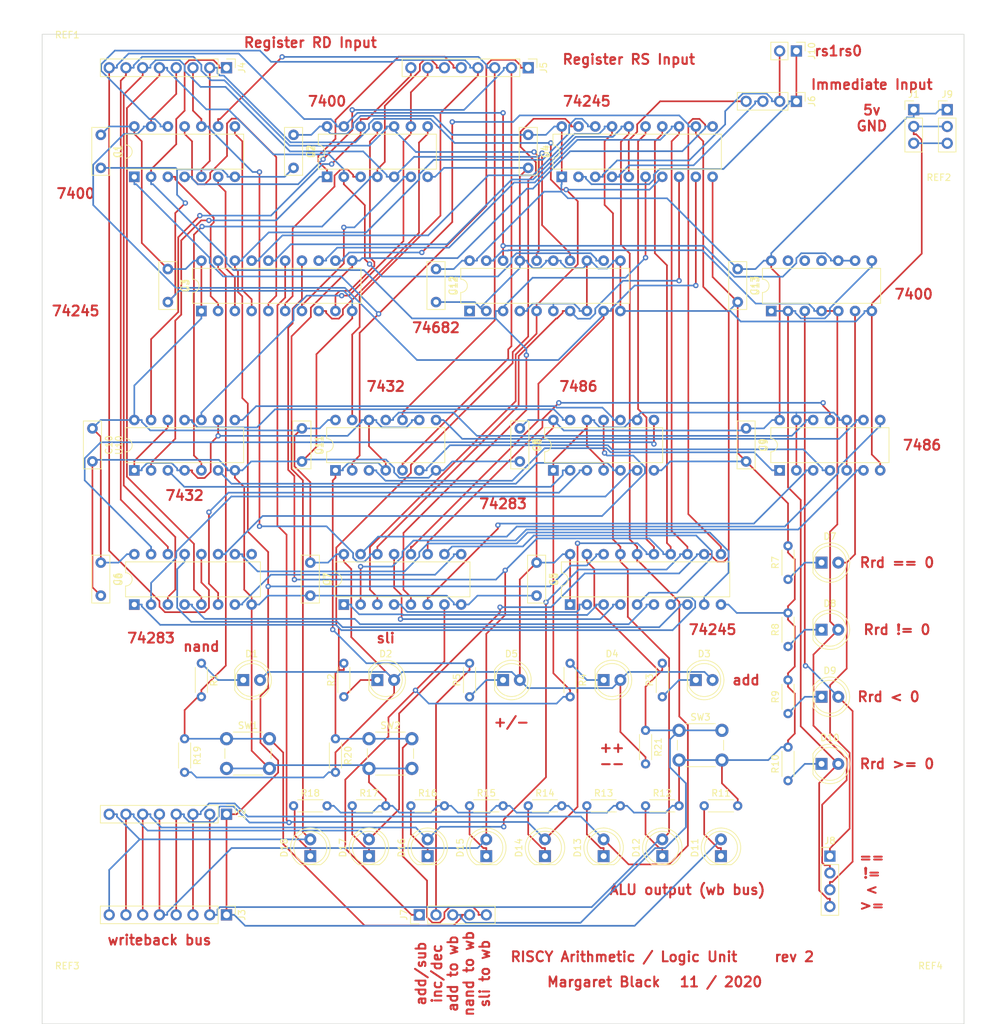
<source format=kicad_pcb>
(kicad_pcb (version 20171130) (host pcbnew 5.1.6-c6e7f7d~87~ubuntu16.04.1)
  (layers (0 F.Cu signal) (31 B.Cu signal) (34 B.Paste user) (35 F.Paste user) (36 B.SilkS user) (37 F.SilkS user) (38 B.Mask user) (39 F.Mask user) (44 Edge.Cuts user))
  (net 0 "")
  (net 1 GND)
  (net 2 +5V)
  (net 3 "Net-(D1-Pad1)")
  (net 4 "Net-(D2-Pad1)")
  (net 5 "Net-(D3-Pad1)")
  (net 6 "Net-(D4-Pad1)")
  (net 7 "Net-(D5-Pad1)")
  (net 8 eq)
  (net 9 "Net-(D7-Pad1)")
  (net 10 noteq)
  (net 11 "Net-(D8-Pad1)")
  (net 12 lt)
  (net 13 "Net-(D9-Pad1)")
  (net 14 ge)
  (net 15 "Net-(D10-Pad1)")
  (net 16 "Net-(J1-Pad3)")
  (net 17 wb7)
  (net 18 wb6)
  (net 19 wb5)
  (net 20 wb4)
  (net 21 wb3)
  (net 22 wb2)
  (net 23 wb1)
  (net 24 wb0)
  (net 25 Rrd7)
  (net 26 Rrd6)
  (net 27 Rrd5)
  (net 28 Rrd4)
  (net 29 Rrd3)
  (net 30 Rrd2)
  (net 31 Rrd1)
  (net 32 Rrd0)
  (net 33 Rrs7)
  (net 34 Rrs6)
  (net 35 Rrs5)
  (net 36 Rrs4)
  (net 37 Rrs3)
  (net 38 Rrs2)
  (net 39 Rrs1)
  (net 40 Rrs0)
  (net 41 imm3)
  (net 42 imm2)
  (net 43 imm1)
  (net 44 imm0)
  (net 45 sliwb)
  (net 46 nandwb)
  (net 47 addwb)
  (net 48 incdec)
  (net 49 addsub)
  (net 50 "Net-(U1-Pad6)")
  (net 51 "Net-(U1-Pad11)")
  (net 52 "Net-(U1-Pad3)")
  (net 53 "Net-(U1-Pad8)")
  (net 54 "Net-(U2-Pad6)")
  (net 55 "Net-(U2-Pad11)")
  (net 56 "Net-(U2-Pad3)")
  (net 57 "Net-(U2-Pad8)")
  (net 58 "Net-(U5-Pad9)")
  (net 59 "Net-(U5-Pad8)")
  (net 60 "Net-(U5-Pad7)")
  (net 61 "Net-(U5-Pad6)")
  (net 62 "Net-(U5-Pad5)")
  (net 63 "Net-(U5-Pad4)")
  (net 64 "Net-(U5-Pad3)")
  (net 65 "Net-(U5-Pad2)")
  (net 66 "Net-(U6-Pad15)")
  (net 67 "Net-(U6-Pad7)")
  (net 68 "Net-(U6-Pad6)")
  (net 69 "Net-(U6-Pad11)")
  (net 70 "Net-(U6-Pad2)")
  (net 71 "Net-(U6-Pad9)")
  (net 72 "Net-(U7-Pad15)")
  (net 73 "Net-(U7-Pad6)")
  (net 74 "Net-(U7-Pad11)")
  (net 75 "Net-(U7-Pad2)")
  (net 76 "Net-(U10-Pad11)")
  (net 77 "Net-(U10-Pad6)")
  (net 78 "Net-(U10-Pad8)")
  (net 79 "Net-(U10-Pad3)")
  (net 80 "Net-(U11-Pad11)")
  (net 81 "Net-(U11-Pad6)")
  (net 82 "Net-(U11-Pad8)")
  (net 83 "Net-(U11-Pad3)")
  (net 84 "Net-(D11-Pad1)")
  (net 85 "Net-(D12-Pad1)")
  (net 86 "Net-(D13-Pad1)")
  (net 87 "Net-(D14-Pad1)")
  (net 88 "Net-(D15-Pad1)")
  (net 89 "Net-(D16-Pad1)")
  (net 90 "Net-(D17-Pad1)")
  (net 91 "Net-(D18-Pad1)")
  (net 92 "Net-(U12-Pad1)")
  (module Connector_PinHeader_2.54mm:PinHeader_1x02_P2.54mm_Vertical (layer F.Cu) (at 124.46 12.7 270)
    (fp_text reference J10 (at 0 -2.33 90) (layer F.SilkS))
    (fp_text value Conn_01x02_Female)
    (pad 2 thru_hole oval (at 0 2.54 270) (size 1.7 1.7) (drill 1) (layers *.Cu *.Mask) (net 43 imm1))
    (pad 1 thru_hole rect (at 0 0 270) (size 1.7 1.7) (drill 1) (layers *.Cu *.Mask) (net 44 imm0))
  )
  (module MountingHole:MountingHole_2.7mm_M2.5 (layer F.Cu) (at 13.97 154.94)
    (fp_text reference REF3 (at 0 -3.7) (layer F.SilkS))
    (fp_text value MountingHole_2.7mm_M2.5)
    (pad 1 np_thru_hole circle (at 0 0) (size 2.7 2.7) (drill 2.7) (layers *.Cu *.Mask))
  )
  (module MountingHole:MountingHole_2.7mm_M2.5 (layer F.Cu) (at 144.78 154.94)
    (fp_text reference REF4 (at 0 -3.7) (layer F.SilkS))
    (fp_text value MountingHole_2.7mm_M2.5)
    (pad 1 np_thru_hole circle (at 0 0) (size 2.7 2.7) (drill 2.7) (layers *.Cu *.Mask))
  )
  (module MountingHole:MountingHole_2.7mm_M2.5 (layer F.Cu) (at 146.05 35.56)
    (fp_text reference REF2 (at 0 -3.7) (layer F.SilkS))
    (fp_text value MountingHole_2.7mm_M2.5)
    (pad 1 np_thru_hole circle (at 0 0) (size 2.7 2.7) (drill 2.7) (layers *.Cu *.Mask))
  )
  (module MountingHole:MountingHole_2.7mm_M2.5 (layer F.Cu) (at 13.97 13.97)
    (fp_text reference REF1 (at 0 -3.7) (layer F.SilkS))
    (fp_text value MountingHole_2.7mm_M2.5)
    (pad 1 np_thru_hole circle (at 0 0) (size 2.7 2.7) (drill 2.7) (layers *.Cu *.Mask))
  )
  (module Button_Switch_THT:SW_PUSH_6mm_H4.3mm (layer F.Cu) (at 106.68 115.57)
    (fp_text reference SW3 (at 3.25 -2) (layer F.SilkS))
    (fp_text value SW_Push)
    (pad 1 thru_hole circle (at 6.5 0 90) (size 2 2) (drill 1.1) (layers *.Cu *.Mask) (net 47 addwb))
    (pad 2 thru_hole circle (at 6.5 4.5 90) (size 2 2) (drill 1.1) (layers *.Cu *.Mask) (net 1 GND))
    (pad 1 thru_hole circle (at 0 0 90) (size 2 2) (drill 1.1) (layers *.Cu *.Mask) (net 47 addwb))
    (pad 2 thru_hole circle (at 0 4.5 90) (size 2 2) (drill 1.1) (layers *.Cu *.Mask) (net 1 GND))
  )
  (module Button_Switch_THT:SW_PUSH_6mm_H4.3mm (layer F.Cu) (at 59.69 116.84)
    (fp_text reference SW2 (at 3.25 -2) (layer F.SilkS))
    (fp_text value SW_Push)
    (pad 1 thru_hole circle (at 6.5 0 90) (size 2 2) (drill 1.1) (layers *.Cu *.Mask) (net 45 sliwb))
    (pad 2 thru_hole circle (at 6.5 4.5 90) (size 2 2) (drill 1.1) (layers *.Cu *.Mask) (net 1 GND))
    (pad 1 thru_hole circle (at 0 0 90) (size 2 2) (drill 1.1) (layers *.Cu *.Mask) (net 45 sliwb))
    (pad 2 thru_hole circle (at 0 4.5 90) (size 2 2) (drill 1.1) (layers *.Cu *.Mask) (net 1 GND))
  )
  (module Button_Switch_THT:SW_PUSH_6mm_H4.3mm (layer F.Cu) (at 38.1 116.84)
    (fp_text reference SW1 (at 3.25 -2) (layer F.SilkS))
    (fp_text value SW_Push)
    (pad 1 thru_hole circle (at 6.5 0 90) (size 2 2) (drill 1.1) (layers *.Cu *.Mask) (net 46 nandwb))
    (pad 2 thru_hole circle (at 6.5 4.5 90) (size 2 2) (drill 1.1) (layers *.Cu *.Mask) (net 1 GND))
    (pad 1 thru_hole circle (at 0 0 90) (size 2 2) (drill 1.1) (layers *.Cu *.Mask) (net 46 nandwb))
    (pad 2 thru_hole circle (at 0 4.5 90) (size 2 2) (drill 1.1) (layers *.Cu *.Mask) (net 1 GND))
  )
  (module Resistor_THT:R_Axial_DIN0204_L3.6mm_D1.6mm_P5.08mm_Horizontal (layer F.Cu) (at 101.6 115.57 270)
    (fp_text reference R21 (at 2.54 -1.92 90) (layer F.SilkS))
    (fp_text value R)
    (pad 2 thru_hole oval (at 5.08 0 270) (size 1.4 1.4) (drill 0.7) (layers *.Cu *.Mask) (net 2 +5V))
    (pad 1 thru_hole circle (at 0 0 270) (size 1.4 1.4) (drill 0.7) (layers *.Cu *.Mask) (net 47 addwb))
  )
  (module Resistor_THT:R_Axial_DIN0204_L3.6mm_D1.6mm_P5.08mm_Horizontal (layer F.Cu) (at 54.61 116.84 270)
    (fp_text reference R20 (at 2.54 -1.92 90) (layer F.SilkS))
    (fp_text value R)
    (pad 2 thru_hole oval (at 5.08 0 270) (size 1.4 1.4) (drill 0.7) (layers *.Cu *.Mask) (net 2 +5V))
    (pad 1 thru_hole circle (at 0 0 270) (size 1.4 1.4) (drill 0.7) (layers *.Cu *.Mask) (net 45 sliwb))
  )
  (module Resistor_THT:R_Axial_DIN0204_L3.6mm_D1.6mm_P5.08mm_Horizontal (layer F.Cu) (at 31.75 116.84 270)
    (fp_text reference R19 (at 2.54 -1.92 90) (layer F.SilkS))
    (fp_text value R)
    (pad 2 thru_hole oval (at 5.08 0 270) (size 1.4 1.4) (drill 0.7) (layers *.Cu *.Mask) (net 2 +5V))
    (pad 1 thru_hole circle (at 0 0 270) (size 1.4 1.4) (drill 0.7) (layers *.Cu *.Mask) (net 46 nandwb))
  )
  (module Connector_PinHeader_2.54mm:PinHeader_1x03_P2.54mm_Vertical (layer F.Cu) (at 147.32 21.59)
    (fp_text reference J9 (at 0 -2.33) (layer F.SilkS))
    (fp_text value Conn_01x03_Female)
    (pad 3 thru_hole oval (at 0 5.08) (size 1.7 1.7) (drill 1) (layers *.Cu *.Mask) (net 16 "Net-(J1-Pad3)"))
    (pad 2 thru_hole oval (at 0 2.54) (size 1.7 1.7) (drill 1) (layers *.Cu *.Mask) (net 1 GND))
    (pad 1 thru_hole rect (at 0 0) (size 1.7 1.7) (drill 1) (layers *.Cu *.Mask) (net 2 +5V))
  )
  (module Resistor_THT:R_Axial_DIN0204_L3.6mm_D1.6mm_P5.08mm_Horizontal (layer F.Cu) (at 48.26 127)
    (fp_text reference R18 (at 2.54 -1.92) (layer F.SilkS))
    (fp_text value R)
    (pad 2 thru_hole oval (at 5.08 0) (size 1.4 1.4) (drill 0.7) (layers *.Cu *.Mask) (net 1 GND))
    (pad 1 thru_hole circle (at 0 0) (size 1.4 1.4) (drill 0.7) (layers *.Cu *.Mask) (net 91 "Net-(D18-Pad1)"))
  )
  (module Resistor_THT:R_Axial_DIN0204_L3.6mm_D1.6mm_P5.08mm_Horizontal (layer F.Cu) (at 57.15 127)
    (fp_text reference R17 (at 2.54 -1.92) (layer F.SilkS))
    (fp_text value R)
    (pad 2 thru_hole oval (at 5.08 0) (size 1.4 1.4) (drill 0.7) (layers *.Cu *.Mask) (net 1 GND))
    (pad 1 thru_hole circle (at 0 0) (size 1.4 1.4) (drill 0.7) (layers *.Cu *.Mask) (net 90 "Net-(D17-Pad1)"))
  )
  (module Resistor_THT:R_Axial_DIN0204_L3.6mm_D1.6mm_P5.08mm_Horizontal (layer F.Cu) (at 66.04 127)
    (fp_text reference R16 (at 2.54 -1.92) (layer F.SilkS))
    (fp_text value R)
    (pad 2 thru_hole oval (at 5.08 0) (size 1.4 1.4) (drill 0.7) (layers *.Cu *.Mask) (net 1 GND))
    (pad 1 thru_hole circle (at 0 0) (size 1.4 1.4) (drill 0.7) (layers *.Cu *.Mask) (net 89 "Net-(D16-Pad1)"))
  )
  (module Resistor_THT:R_Axial_DIN0204_L3.6mm_D1.6mm_P5.08mm_Horizontal (layer F.Cu) (at 74.93 127)
    (fp_text reference R15 (at 2.54 -1.92) (layer F.SilkS))
    (fp_text value R)
    (pad 2 thru_hole oval (at 5.08 0) (size 1.4 1.4) (drill 0.7) (layers *.Cu *.Mask) (net 1 GND))
    (pad 1 thru_hole circle (at 0 0) (size 1.4 1.4) (drill 0.7) (layers *.Cu *.Mask) (net 88 "Net-(D15-Pad1)"))
  )
  (module Resistor_THT:R_Axial_DIN0204_L3.6mm_D1.6mm_P5.08mm_Horizontal (layer F.Cu) (at 83.82 127)
    (fp_text reference R14 (at 2.54 -1.92) (layer F.SilkS))
    (fp_text value R)
    (pad 2 thru_hole oval (at 5.08 0) (size 1.4 1.4) (drill 0.7) (layers *.Cu *.Mask) (net 1 GND))
    (pad 1 thru_hole circle (at 0 0) (size 1.4 1.4) (drill 0.7) (layers *.Cu *.Mask) (net 87 "Net-(D14-Pad1)"))
  )
  (module Resistor_THT:R_Axial_DIN0204_L3.6mm_D1.6mm_P5.08mm_Horizontal (layer F.Cu) (at 92.71 127)
    (fp_text reference R13 (at 2.54 -1.92) (layer F.SilkS))
    (fp_text value R)
    (pad 2 thru_hole oval (at 5.08 0) (size 1.4 1.4) (drill 0.7) (layers *.Cu *.Mask) (net 1 GND))
    (pad 1 thru_hole circle (at 0 0) (size 1.4 1.4) (drill 0.7) (layers *.Cu *.Mask) (net 86 "Net-(D13-Pad1)"))
  )
  (module Resistor_THT:R_Axial_DIN0204_L3.6mm_D1.6mm_P5.08mm_Horizontal (layer F.Cu) (at 101.6 127)
    (fp_text reference R12 (at 2.54 -1.92) (layer F.SilkS))
    (fp_text value R)
    (pad 2 thru_hole oval (at 5.08 0) (size 1.4 1.4) (drill 0.7) (layers *.Cu *.Mask) (net 1 GND))
    (pad 1 thru_hole circle (at 0 0) (size 1.4 1.4) (drill 0.7) (layers *.Cu *.Mask) (net 85 "Net-(D12-Pad1)"))
  )
  (module Resistor_THT:R_Axial_DIN0204_L3.6mm_D1.6mm_P5.08mm_Horizontal (layer F.Cu) (at 110.49 127)
    (fp_text reference R11 (at 2.54 -1.92) (layer F.SilkS))
    (fp_text value R)
    (pad 2 thru_hole oval (at 5.08 0) (size 1.4 1.4) (drill 0.7) (layers *.Cu *.Mask) (net 1 GND))
    (pad 1 thru_hole circle (at 0 0) (size 1.4 1.4) (drill 0.7) (layers *.Cu *.Mask) (net 84 "Net-(D11-Pad1)"))
  )
  (module LED_THT:LED_D5.0mm (layer F.Cu) (at 50.8 134.62 90)
    (fp_text reference D18 (at 1.27 -3.96 90) (layer F.SilkS))
    (fp_text value LED)
    (pad 2 thru_hole circle (at 2.54 0 90) (size 1.8 1.8) (drill 0.9) (layers *.Cu *.Mask) (net 17 wb7))
    (pad 1 thru_hole rect (at 0 0 90) (size 1.8 1.8) (drill 0.9) (layers *.Cu *.Mask) (net 91 "Net-(D18-Pad1)"))
  )
  (module LED_THT:LED_D5.0mm (layer F.Cu) (at 59.69 134.62 90)
    (fp_text reference D17 (at 1.27 -3.96 90) (layer F.SilkS))
    (fp_text value LED)
    (pad 2 thru_hole circle (at 2.54 0 90) (size 1.8 1.8) (drill 0.9) (layers *.Cu *.Mask) (net 18 wb6))
    (pad 1 thru_hole rect (at 0 0 90) (size 1.8 1.8) (drill 0.9) (layers *.Cu *.Mask) (net 90 "Net-(D17-Pad1)"))
  )
  (module LED_THT:LED_D5.0mm (layer F.Cu) (at 68.58 134.62 90)
    (fp_text reference D16 (at 1.27 -3.96 90) (layer F.SilkS))
    (fp_text value LED)
    (pad 2 thru_hole circle (at 2.54 0 90) (size 1.8 1.8) (drill 0.9) (layers *.Cu *.Mask) (net 19 wb5))
    (pad 1 thru_hole rect (at 0 0 90) (size 1.8 1.8) (drill 0.9) (layers *.Cu *.Mask) (net 89 "Net-(D16-Pad1)"))
  )
  (module LED_THT:LED_D5.0mm (layer F.Cu) (at 77.47 134.62 90)
    (fp_text reference D15 (at 1.27 -3.96 90) (layer F.SilkS))
    (fp_text value LED)
    (pad 2 thru_hole circle (at 2.54 0 90) (size 1.8 1.8) (drill 0.9) (layers *.Cu *.Mask) (net 20 wb4))
    (pad 1 thru_hole rect (at 0 0 90) (size 1.8 1.8) (drill 0.9) (layers *.Cu *.Mask) (net 88 "Net-(D15-Pad1)"))
  )
  (module LED_THT:LED_D5.0mm (layer F.Cu) (at 86.36 134.62 90)
    (fp_text reference D14 (at 1.27 -3.96 90) (layer F.SilkS))
    (fp_text value LED)
    (pad 2 thru_hole circle (at 2.54 0 90) (size 1.8 1.8) (drill 0.9) (layers *.Cu *.Mask) (net 21 wb3))
    (pad 1 thru_hole rect (at 0 0 90) (size 1.8 1.8) (drill 0.9) (layers *.Cu *.Mask) (net 87 "Net-(D14-Pad1)"))
  )
  (module LED_THT:LED_D5.0mm (layer F.Cu) (at 95.25 134.62 90)
    (fp_text reference D13 (at 1.27 -3.96 90) (layer F.SilkS))
    (fp_text value LED)
    (pad 2 thru_hole circle (at 2.54 0 90) (size 1.8 1.8) (drill 0.9) (layers *.Cu *.Mask) (net 22 wb2))
    (pad 1 thru_hole rect (at 0 0 90) (size 1.8 1.8) (drill 0.9) (layers *.Cu *.Mask) (net 86 "Net-(D13-Pad1)"))
  )
  (module LED_THT:LED_D5.0mm (layer F.Cu) (at 104.14 134.62 90)
    (fp_text reference D12 (at 1.27 -3.96 90) (layer F.SilkS))
    (fp_text value LED)
    (pad 2 thru_hole circle (at 2.54 0 90) (size 1.8 1.8) (drill 0.9) (layers *.Cu *.Mask) (net 23 wb1))
    (pad 1 thru_hole rect (at 0 0 90) (size 1.8 1.8) (drill 0.9) (layers *.Cu *.Mask) (net 85 "Net-(D12-Pad1)"))
  )
  (module LED_THT:LED_D5.0mm (layer F.Cu) (at 113.03 134.62 90)
    (fp_text reference D11 (at 1.27 -3.96 90) (layer F.SilkS))
    (fp_text value LED)
    (pad 2 thru_hole circle (at 2.54 0 90) (size 1.8 1.8) (drill 0.9) (layers *.Cu *.Mask) (net 24 wb0))
    (pad 1 thru_hole rect (at 0 0 90) (size 1.8 1.8) (drill 0.9) (layers *.Cu *.Mask) (net 84 "Net-(D11-Pad1)"))
  )
  (module Package_DIP:DIP-14_W7.62mm (layer F.Cu) (at 120.65 52.07 90)
    (fp_text reference U13 (at 3.81 -2.33 90) (layer F.SilkS))
    (fp_text value 7400)
    (pad 14 thru_hole oval (at 7.62 0 90) (size 1.6 1.6) (drill 0.8) (layers *.Cu *.Mask) (net 2 +5V))
    (pad 7 thru_hole oval (at 0 15.24 90) (size 1.6 1.6) (drill 0.8) (layers *.Cu *.Mask) (net 1 GND))
    (pad 13 thru_hole oval (at 7.62 2.54 90) (size 1.6 1.6) (drill 0.8) (layers *.Cu *.Mask))
    (pad 6 thru_hole oval (at 0 12.7 90) (size 1.6 1.6) (drill 0.8) (layers *.Cu *.Mask) (net 8 eq))
    (pad 12 thru_hole oval (at 7.62 5.08 90) (size 1.6 1.6) (drill 0.8) (layers *.Cu *.Mask))
    (pad 5 thru_hole oval (at 0 10.16 90) (size 1.6 1.6) (drill 0.8) (layers *.Cu *.Mask) (net 10 noteq))
    (pad 11 thru_hole oval (at 7.62 7.62 90) (size 1.6 1.6) (drill 0.8) (layers *.Cu *.Mask))
    (pad 4 thru_hole oval (at 0 7.62 90) (size 1.6 1.6) (drill 0.8) (layers *.Cu *.Mask) (net 10 noteq))
    (pad 10 thru_hole oval (at 7.62 10.16 90) (size 1.6 1.6) (drill 0.8) (layers *.Cu *.Mask) (net 25 Rrd7))
    (pad 3 thru_hole oval (at 0 5.08 90) (size 1.6 1.6) (drill 0.8) (layers *.Cu *.Mask) (net 12 lt))
    (pad 9 thru_hole oval (at 7.62 12.7 90) (size 1.6 1.6) (drill 0.8) (layers *.Cu *.Mask) (net 25 Rrd7))
    (pad 2 thru_hole oval (at 0 2.54 90) (size 1.6 1.6) (drill 0.8) (layers *.Cu *.Mask) (net 14 ge))
    (pad 8 thru_hole oval (at 7.62 15.24 90) (size 1.6 1.6) (drill 0.8) (layers *.Cu *.Mask) (net 14 ge))
    (pad 1 thru_hole rect (at 0 0 90) (size 1.6 1.6) (drill 0.8) (layers *.Cu *.Mask) (net 14 ge))
  )
  (module Package_DIP:DIP-20_W7.62mm (layer F.Cu) (at 74.93 52.07 90)
    (fp_text reference U12 (at 3.81 -2.33 90) (layer F.SilkS))
    (fp_text value 74LS682)
    (pad 20 thru_hole oval (at 7.62 0 90) (size 1.6 1.6) (drill 0.8) (layers *.Cu *.Mask) (net 2 +5V))
    (pad 10 thru_hole oval (at 0 22.86 90) (size 1.6 1.6) (drill 0.8) (layers *.Cu *.Mask) (net 1 GND))
    (pad 19 thru_hole oval (at 7.62 2.54 90) (size 1.6 1.6) (drill 0.8) (layers *.Cu *.Mask) (net 10 noteq))
    (pad 9 thru_hole oval (at 0 20.32 90) (size 1.6 1.6) (drill 0.8) (layers *.Cu *.Mask) (net 29 Rrd3))
    (pad 18 thru_hole oval (at 7.62 5.08 90) (size 1.6 1.6) (drill 0.8) (layers *.Cu *.Mask) (net 25 Rrd7))
    (pad 8 thru_hole oval (at 0 17.78 90) (size 1.6 1.6) (drill 0.8) (layers *.Cu *.Mask) (net 1 GND))
    (pad 17 thru_hole oval (at 7.62 7.62 90) (size 1.6 1.6) (drill 0.8) (layers *.Cu *.Mask) (net 1 GND))
    (pad 7 thru_hole oval (at 0 15.24 90) (size 1.6 1.6) (drill 0.8) (layers *.Cu *.Mask) (net 30 Rrd2))
    (pad 16 thru_hole oval (at 7.62 10.16 90) (size 1.6 1.6) (drill 0.8) (layers *.Cu *.Mask) (net 26 Rrd6))
    (pad 6 thru_hole oval (at 0 12.7 90) (size 1.6 1.6) (drill 0.8) (layers *.Cu *.Mask) (net 1 GND))
    (pad 15 thru_hole oval (at 7.62 12.7 90) (size 1.6 1.6) (drill 0.8) (layers *.Cu *.Mask) (net 1 GND))
    (pad 5 thru_hole oval (at 0 10.16 90) (size 1.6 1.6) (drill 0.8) (layers *.Cu *.Mask) (net 31 Rrd1))
    (pad 14 thru_hole oval (at 7.62 15.24 90) (size 1.6 1.6) (drill 0.8) (layers *.Cu *.Mask) (net 27 Rrd5))
    (pad 4 thru_hole oval (at 0 7.62 90) (size 1.6 1.6) (drill 0.8) (layers *.Cu *.Mask) (net 1 GND))
    (pad 13 thru_hole oval (at 7.62 17.78 90) (size 1.6 1.6) (drill 0.8) (layers *.Cu *.Mask) (net 1 GND))
    (pad 3 thru_hole oval (at 0 5.08 90) (size 1.6 1.6) (drill 0.8) (layers *.Cu *.Mask) (net 32 Rrd0))
    (pad 12 thru_hole oval (at 7.62 20.32 90) (size 1.6 1.6) (drill 0.8) (layers *.Cu *.Mask) (net 28 Rrd4))
    (pad 2 thru_hole oval (at 0 2.54 90) (size 1.6 1.6) (drill 0.8) (layers *.Cu *.Mask) (net 1 GND))
    (pad 11 thru_hole oval (at 7.62 22.86 90) (size 1.6 1.6) (drill 0.8) (layers *.Cu *.Mask) (net 1 GND))
    (pad 1 thru_hole rect (at 0 0 90) (size 1.6 1.6) (drill 0.8) (layers *.Cu *.Mask) (net 92 "Net-(U12-Pad1)"))
  )
  (module Package_DIP:DIP-14_W7.62mm (layer F.Cu) (at 54.61 76.2 90)
    (fp_text reference U11 (at 3.81 -2.33 90) (layer F.SilkS))
    (fp_text value 74LS32)
    (pad 14 thru_hole oval (at 7.62 0 90) (size 1.6 1.6) (drill 0.8) (layers *.Cu *.Mask) (net 2 +5V))
    (pad 7 thru_hole oval (at 0 15.24 90) (size 1.6 1.6) (drill 0.8) (layers *.Cu *.Mask) (net 1 GND))
    (pad 13 thru_hole oval (at 7.62 2.54 90) (size 1.6 1.6) (drill 0.8) (layers *.Cu *.Mask) (net 37 Rrs3))
    (pad 6 thru_hole oval (at 0 12.7 90) (size 1.6 1.6) (drill 0.8) (layers *.Cu *.Mask) (net 81 "Net-(U11-Pad6)"))
    (pad 12 thru_hole oval (at 7.62 5.08 90) (size 1.6 1.6) (drill 0.8) (layers *.Cu *.Mask) (net 48 incdec))
    (pad 5 thru_hole oval (at 0 10.16 90) (size 1.6 1.6) (drill 0.8) (layers *.Cu *.Mask) (net 39 Rrs1))
    (pad 11 thru_hole oval (at 7.62 7.62 90) (size 1.6 1.6) (drill 0.8) (layers *.Cu *.Mask) (net 80 "Net-(U11-Pad11)"))
    (pad 4 thru_hole oval (at 0 7.62 90) (size 1.6 1.6) (drill 0.8) (layers *.Cu *.Mask) (net 48 incdec))
    (pad 10 thru_hole oval (at 7.62 10.16 90) (size 1.6 1.6) (drill 0.8) (layers *.Cu *.Mask) (net 38 Rrs2))
    (pad 3 thru_hole oval (at 0 5.08 90) (size 1.6 1.6) (drill 0.8) (layers *.Cu *.Mask) (net 83 "Net-(U11-Pad3)"))
    (pad 9 thru_hole oval (at 7.62 12.7 90) (size 1.6 1.6) (drill 0.8) (layers *.Cu *.Mask) (net 48 incdec))
    (pad 2 thru_hole oval (at 0 2.54 90) (size 1.6 1.6) (drill 0.8) (layers *.Cu *.Mask) (net 40 Rrs0))
    (pad 8 thru_hole oval (at 7.62 15.24 90) (size 1.6 1.6) (drill 0.8) (layers *.Cu *.Mask) (net 82 "Net-(U11-Pad8)"))
    (pad 1 thru_hole rect (at 0 0 90) (size 1.6 1.6) (drill 0.8) (layers *.Cu *.Mask) (net 48 incdec))
  )
  (module Package_DIP:DIP-14_W7.62mm (layer F.Cu) (at 24.13 76.2 90)
    (fp_text reference U10 (at 3.81 -2.33 90) (layer F.SilkS))
    (fp_text value 74LS32)
    (pad 14 thru_hole oval (at 7.62 0 90) (size 1.6 1.6) (drill 0.8) (layers *.Cu *.Mask) (net 2 +5V))
    (pad 7 thru_hole oval (at 0 15.24 90) (size 1.6 1.6) (drill 0.8) (layers *.Cu *.Mask) (net 1 GND))
    (pad 13 thru_hole oval (at 7.62 2.54 90) (size 1.6 1.6) (drill 0.8) (layers *.Cu *.Mask) (net 33 Rrs7))
    (pad 6 thru_hole oval (at 0 12.7 90) (size 1.6 1.6) (drill 0.8) (layers *.Cu *.Mask) (net 77 "Net-(U10-Pad6)"))
    (pad 12 thru_hole oval (at 7.62 5.08 90) (size 1.6 1.6) (drill 0.8) (layers *.Cu *.Mask) (net 48 incdec))
    (pad 5 thru_hole oval (at 0 10.16 90) (size 1.6 1.6) (drill 0.8) (layers *.Cu *.Mask) (net 35 Rrs5))
    (pad 11 thru_hole oval (at 7.62 7.62 90) (size 1.6 1.6) (drill 0.8) (layers *.Cu *.Mask) (net 76 "Net-(U10-Pad11)"))
    (pad 4 thru_hole oval (at 0 7.62 90) (size 1.6 1.6) (drill 0.8) (layers *.Cu *.Mask) (net 48 incdec))
    (pad 10 thru_hole oval (at 7.62 10.16 90) (size 1.6 1.6) (drill 0.8) (layers *.Cu *.Mask) (net 34 Rrs6))
    (pad 3 thru_hole oval (at 0 5.08 90) (size 1.6 1.6) (drill 0.8) (layers *.Cu *.Mask) (net 79 "Net-(U10-Pad3)"))
    (pad 9 thru_hole oval (at 7.62 12.7 90) (size 1.6 1.6) (drill 0.8) (layers *.Cu *.Mask) (net 48 incdec))
    (pad 2 thru_hole oval (at 0 2.54 90) (size 1.6 1.6) (drill 0.8) (layers *.Cu *.Mask) (net 36 Rrs4))
    (pad 8 thru_hole oval (at 7.62 15.24 90) (size 1.6 1.6) (drill 0.8) (layers *.Cu *.Mask) (net 78 "Net-(U10-Pad8)"))
    (pad 1 thru_hole rect (at 0 0 90) (size 1.6 1.6) (drill 0.8) (layers *.Cu *.Mask) (net 48 incdec))
  )
  (module Package_DIP:DIP-14_W7.62mm (layer F.Cu) (at 121.92 76.2 90)
    (fp_text reference U9 (at 3.81 -2.33 90) (layer F.SilkS))
    (fp_text value 74LS86)
    (pad 14 thru_hole oval (at 7.62 0 90) (size 1.6 1.6) (drill 0.8) (layers *.Cu *.Mask) (net 2 +5V))
    (pad 7 thru_hole oval (at 0 15.24 90) (size 1.6 1.6) (drill 0.8) (layers *.Cu *.Mask) (net 1 GND))
    (pad 13 thru_hole oval (at 7.62 2.54 90) (size 1.6 1.6) (drill 0.8) (layers *.Cu *.Mask) (net 49 addsub))
    (pad 6 thru_hole oval (at 0 12.7 90) (size 1.6 1.6) (drill 0.8) (layers *.Cu *.Mask) (net 75 "Net-(U7-Pad2)"))
    (pad 12 thru_hole oval (at 7.62 5.08 90) (size 1.6 1.6) (drill 0.8) (layers *.Cu *.Mask) (net 80 "Net-(U11-Pad11)"))
    (pad 5 thru_hole oval (at 0 10.16 90) (size 1.6 1.6) (drill 0.8) (layers *.Cu *.Mask) (net 49 addsub))
    (pad 11 thru_hole oval (at 7.62 7.62 90) (size 1.6 1.6) (drill 0.8) (layers *.Cu *.Mask) (net 74 "Net-(U7-Pad11)"))
    (pad 4 thru_hole oval (at 0 7.62 90) (size 1.6 1.6) (drill 0.8) (layers *.Cu *.Mask) (net 81 "Net-(U11-Pad6)"))
    (pad 10 thru_hole oval (at 7.62 10.16 90) (size 1.6 1.6) (drill 0.8) (layers *.Cu *.Mask) (net 49 addsub))
    (pad 3 thru_hole oval (at 0 5.08 90) (size 1.6 1.6) (drill 0.8) (layers *.Cu *.Mask) (net 73 "Net-(U7-Pad6)"))
    (pad 9 thru_hole oval (at 7.62 12.7 90) (size 1.6 1.6) (drill 0.8) (layers *.Cu *.Mask) (net 82 "Net-(U11-Pad8)"))
    (pad 2 thru_hole oval (at 0 2.54 90) (size 1.6 1.6) (drill 0.8) (layers *.Cu *.Mask) (net 49 addsub))
    (pad 8 thru_hole oval (at 7.62 15.24 90) (size 1.6 1.6) (drill 0.8) (layers *.Cu *.Mask) (net 72 "Net-(U7-Pad15)"))
    (pad 1 thru_hole rect (at 0 0 90) (size 1.6 1.6) (drill 0.8) (layers *.Cu *.Mask) (net 83 "Net-(U11-Pad3)"))
  )
  (module Package_DIP:DIP-14_W7.62mm (layer F.Cu) (at 87.63 76.2 90)
    (fp_text reference U8 (at 3.81 -2.33 90) (layer F.SilkS))
    (fp_text value 74LS86)
    (pad 14 thru_hole oval (at 7.62 0 90) (size 1.6 1.6) (drill 0.8) (layers *.Cu *.Mask) (net 2 +5V))
    (pad 7 thru_hole oval (at 0 15.24 90) (size 1.6 1.6) (drill 0.8) (layers *.Cu *.Mask) (net 1 GND))
    (pad 13 thru_hole oval (at 7.62 2.54 90) (size 1.6 1.6) (drill 0.8) (layers *.Cu *.Mask) (net 76 "Net-(U10-Pad11)"))
    (pad 6 thru_hole oval (at 0 12.7 90) (size 1.6 1.6) (drill 0.8) (layers *.Cu *.Mask) (net 70 "Net-(U6-Pad2)"))
    (pad 12 thru_hole oval (at 7.62 5.08 90) (size 1.6 1.6) (drill 0.8) (layers *.Cu *.Mask) (net 49 addsub))
    (pad 5 thru_hole oval (at 0 10.16 90) (size 1.6 1.6) (drill 0.8) (layers *.Cu *.Mask) (net 77 "Net-(U10-Pad6)"))
    (pad 11 thru_hole oval (at 7.62 7.62 90) (size 1.6 1.6) (drill 0.8) (layers *.Cu *.Mask) (net 69 "Net-(U6-Pad11)"))
    (pad 4 thru_hole oval (at 0 7.62 90) (size 1.6 1.6) (drill 0.8) (layers *.Cu *.Mask) (net 49 addsub))
    (pad 10 thru_hole oval (at 7.62 10.16 90) (size 1.6 1.6) (drill 0.8) (layers *.Cu *.Mask) (net 78 "Net-(U10-Pad8)"))
    (pad 3 thru_hole oval (at 0 5.08 90) (size 1.6 1.6) (drill 0.8) (layers *.Cu *.Mask) (net 68 "Net-(U6-Pad6)"))
    (pad 9 thru_hole oval (at 7.62 12.7 90) (size 1.6 1.6) (drill 0.8) (layers *.Cu *.Mask) (net 49 addsub))
    (pad 2 thru_hole oval (at 0 2.54 90) (size 1.6 1.6) (drill 0.8) (layers *.Cu *.Mask) (net 79 "Net-(U10-Pad3)"))
    (pad 8 thru_hole oval (at 7.62 15.24 90) (size 1.6 1.6) (drill 0.8) (layers *.Cu *.Mask) (net 66 "Net-(U6-Pad15)"))
    (pad 1 thru_hole rect (at 0 0 90) (size 1.6 1.6) (drill 0.8) (layers *.Cu *.Mask) (net 49 addsub))
  )
  (module Package_DIP:DIP-16_W7.62mm (layer F.Cu) (at 55.88 96.52 90)
    (fp_text reference U7 (at 3.81 -2.33 90) (layer F.SilkS))
    (fp_text value 74LS283)
    (pad 16 thru_hole oval (at 7.62 0 90) (size 1.6 1.6) (drill 0.8) (layers *.Cu *.Mask) (net 2 +5V))
    (pad 8 thru_hole oval (at 0 17.78 90) (size 1.6 1.6) (drill 0.8) (layers *.Cu *.Mask) (net 1 GND))
    (pad 15 thru_hole oval (at 7.62 2.54 90) (size 1.6 1.6) (drill 0.8) (layers *.Cu *.Mask) (net 72 "Net-(U7-Pad15)"))
    (pad 7 thru_hole oval (at 0 15.24 90) (size 1.6 1.6) (drill 0.8) (layers *.Cu *.Mask) (net 49 addsub))
    (pad 14 thru_hole oval (at 7.62 5.08 90) (size 1.6 1.6) (drill 0.8) (layers *.Cu *.Mask) (net 30 Rrd2))
    (pad 6 thru_hole oval (at 0 12.7 90) (size 1.6 1.6) (drill 0.8) (layers *.Cu *.Mask) (net 73 "Net-(U7-Pad6)"))
    (pad 13 thru_hole oval (at 7.62 7.62 90) (size 1.6 1.6) (drill 0.8) (layers *.Cu *.Mask) (net 63 "Net-(U5-Pad4)"))
    (pad 5 thru_hole oval (at 0 10.16 90) (size 1.6 1.6) (drill 0.8) (layers *.Cu *.Mask) (net 32 Rrd0))
    (pad 12 thru_hole oval (at 7.62 10.16 90) (size 1.6 1.6) (drill 0.8) (layers *.Cu *.Mask) (net 29 Rrd3))
    (pad 4 thru_hole oval (at 0 7.62 90) (size 1.6 1.6) (drill 0.8) (layers *.Cu *.Mask) (net 65 "Net-(U5-Pad2)"))
    (pad 11 thru_hole oval (at 7.62 12.7 90) (size 1.6 1.6) (drill 0.8) (layers *.Cu *.Mask) (net 74 "Net-(U7-Pad11)"))
    (pad 3 thru_hole oval (at 0 5.08 90) (size 1.6 1.6) (drill 0.8) (layers *.Cu *.Mask) (net 31 Rrd1))
    (pad 10 thru_hole oval (at 7.62 15.24 90) (size 1.6 1.6) (drill 0.8) (layers *.Cu *.Mask) (net 62 "Net-(U5-Pad5)"))
    (pad 2 thru_hole oval (at 0 2.54 90) (size 1.6 1.6) (drill 0.8) (layers *.Cu *.Mask) (net 75 "Net-(U7-Pad2)"))
    (pad 9 thru_hole oval (at 7.62 17.78 90) (size 1.6 1.6) (drill 0.8) (layers *.Cu *.Mask) (net 67 "Net-(U6-Pad7)"))
    (pad 1 thru_hole rect (at 0 0 90) (size 1.6 1.6) (drill 0.8) (layers *.Cu *.Mask) (net 64 "Net-(U5-Pad3)"))
  )
  (module Package_DIP:DIP-16_W7.62mm (layer F.Cu) (at 24.13 96.52 90)
    (fp_text reference U6 (at 3.81 -2.33 90) (layer F.SilkS))
    (fp_text value 74LS283)
    (pad 16 thru_hole oval (at 7.62 0 90) (size 1.6 1.6) (drill 0.8) (layers *.Cu *.Mask) (net 2 +5V))
    (pad 8 thru_hole oval (at 0 17.78 90) (size 1.6 1.6) (drill 0.8) (layers *.Cu *.Mask) (net 1 GND))
    (pad 15 thru_hole oval (at 7.62 2.54 90) (size 1.6 1.6) (drill 0.8) (layers *.Cu *.Mask) (net 66 "Net-(U6-Pad15)"))
    (pad 7 thru_hole oval (at 0 15.24 90) (size 1.6 1.6) (drill 0.8) (layers *.Cu *.Mask) (net 67 "Net-(U6-Pad7)"))
    (pad 14 thru_hole oval (at 7.62 5.08 90) (size 1.6 1.6) (drill 0.8) (layers *.Cu *.Mask) (net 26 Rrd6))
    (pad 6 thru_hole oval (at 0 12.7 90) (size 1.6 1.6) (drill 0.8) (layers *.Cu *.Mask) (net 68 "Net-(U6-Pad6)"))
    (pad 13 thru_hole oval (at 7.62 7.62 90) (size 1.6 1.6) (drill 0.8) (layers *.Cu *.Mask) (net 59 "Net-(U5-Pad8)"))
    (pad 5 thru_hole oval (at 0 10.16 90) (size 1.6 1.6) (drill 0.8) (layers *.Cu *.Mask) (net 28 Rrd4))
    (pad 12 thru_hole oval (at 7.62 10.16 90) (size 1.6 1.6) (drill 0.8) (layers *.Cu *.Mask) (net 25 Rrd7))
    (pad 4 thru_hole oval (at 0 7.62 90) (size 1.6 1.6) (drill 0.8) (layers *.Cu *.Mask) (net 61 "Net-(U5-Pad6)"))
    (pad 11 thru_hole oval (at 7.62 12.7 90) (size 1.6 1.6) (drill 0.8) (layers *.Cu *.Mask) (net 69 "Net-(U6-Pad11)"))
    (pad 3 thru_hole oval (at 0 5.08 90) (size 1.6 1.6) (drill 0.8) (layers *.Cu *.Mask) (net 27 Rrd5))
    (pad 10 thru_hole oval (at 7.62 15.24 90) (size 1.6 1.6) (drill 0.8) (layers *.Cu *.Mask) (net 58 "Net-(U5-Pad9)"))
    (pad 2 thru_hole oval (at 0 2.54 90) (size 1.6 1.6) (drill 0.8) (layers *.Cu *.Mask) (net 70 "Net-(U6-Pad2)"))
    (pad 9 thru_hole oval (at 7.62 17.78 90) (size 1.6 1.6) (drill 0.8) (layers *.Cu *.Mask) (net 71 "Net-(U6-Pad9)"))
    (pad 1 thru_hole rect (at 0 0 90) (size 1.6 1.6) (drill 0.8) (layers *.Cu *.Mask) (net 60 "Net-(U5-Pad7)"))
  )
  (module Package_DIP:DIP-20_W7.62mm (layer F.Cu) (at 90.17 96.52 90)
    (fp_text reference U5 (at 3.81 -2.33 90) (layer F.SilkS))
    (fp_text value 74LS245)
    (pad 20 thru_hole oval (at 7.62 0 90) (size 1.6 1.6) (drill 0.8) (layers *.Cu *.Mask) (net 2 +5V))
    (pad 10 thru_hole oval (at 0 22.86 90) (size 1.6 1.6) (drill 0.8) (layers *.Cu *.Mask) (net 1 GND))
    (pad 19 thru_hole oval (at 7.62 2.54 90) (size 1.6 1.6) (drill 0.8) (layers *.Cu *.Mask) (net 47 addwb))
    (pad 9 thru_hole oval (at 0 20.32 90) (size 1.6 1.6) (drill 0.8) (layers *.Cu *.Mask) (net 58 "Net-(U5-Pad9)"))
    (pad 18 thru_hole oval (at 7.62 5.08 90) (size 1.6 1.6) (drill 0.8) (layers *.Cu *.Mask) (net 24 wb0))
    (pad 8 thru_hole oval (at 0 17.78 90) (size 1.6 1.6) (drill 0.8) (layers *.Cu *.Mask) (net 59 "Net-(U5-Pad8)"))
    (pad 17 thru_hole oval (at 7.62 7.62 90) (size 1.6 1.6) (drill 0.8) (layers *.Cu *.Mask) (net 23 wb1))
    (pad 7 thru_hole oval (at 0 15.24 90) (size 1.6 1.6) (drill 0.8) (layers *.Cu *.Mask) (net 60 "Net-(U5-Pad7)"))
    (pad 16 thru_hole oval (at 7.62 10.16 90) (size 1.6 1.6) (drill 0.8) (layers *.Cu *.Mask) (net 22 wb2))
    (pad 6 thru_hole oval (at 0 12.7 90) (size 1.6 1.6) (drill 0.8) (layers *.Cu *.Mask) (net 61 "Net-(U5-Pad6)"))
    (pad 15 thru_hole oval (at 7.62 12.7 90) (size 1.6 1.6) (drill 0.8) (layers *.Cu *.Mask) (net 21 wb3))
    (pad 5 thru_hole oval (at 0 10.16 90) (size 1.6 1.6) (drill 0.8) (layers *.Cu *.Mask) (net 62 "Net-(U5-Pad5)"))
    (pad 14 thru_hole oval (at 7.62 15.24 90) (size 1.6 1.6) (drill 0.8) (layers *.Cu *.Mask) (net 20 wb4))
    (pad 4 thru_hole oval (at 0 7.62 90) (size 1.6 1.6) (drill 0.8) (layers *.Cu *.Mask) (net 63 "Net-(U5-Pad4)"))
    (pad 13 thru_hole oval (at 7.62 17.78 90) (size 1.6 1.6) (drill 0.8) (layers *.Cu *.Mask) (net 19 wb5))
    (pad 3 thru_hole oval (at 0 5.08 90) (size 1.6 1.6) (drill 0.8) (layers *.Cu *.Mask) (net 64 "Net-(U5-Pad3)"))
    (pad 12 thru_hole oval (at 7.62 20.32 90) (size 1.6 1.6) (drill 0.8) (layers *.Cu *.Mask) (net 18 wb6))
    (pad 2 thru_hole oval (at 0 2.54 90) (size 1.6 1.6) (drill 0.8) (layers *.Cu *.Mask) (net 65 "Net-(U5-Pad2)"))
    (pad 11 thru_hole oval (at 7.62 22.86 90) (size 1.6 1.6) (drill 0.8) (layers *.Cu *.Mask) (net 17 wb7))
    (pad 1 thru_hole rect (at 0 0 90) (size 1.6 1.6) (drill 0.8) (layers *.Cu *.Mask) (net 2 +5V))
  )
  (module Package_DIP:DIP-20_W7.62mm (layer F.Cu) (at 88.9 31.75 90)
    (fp_text reference U4 (at 3.81 -2.33 90) (layer F.SilkS))
    (fp_text value 74LS245)
    (pad 20 thru_hole oval (at 7.62 0 90) (size 1.6 1.6) (drill 0.8) (layers *.Cu *.Mask) (net 2 +5V))
    (pad 10 thru_hole oval (at 0 22.86 90) (size 1.6 1.6) (drill 0.8) (layers *.Cu *.Mask) (net 1 GND))
    (pad 19 thru_hole oval (at 7.62 2.54 90) (size 1.6 1.6) (drill 0.8) (layers *.Cu *.Mask) (net 45 sliwb))
    (pad 9 thru_hole oval (at 0 20.32 90) (size 1.6 1.6) (drill 0.8) (layers *.Cu *.Mask) (net 29 Rrd3))
    (pad 18 thru_hole oval (at 7.62 5.08 90) (size 1.6 1.6) (drill 0.8) (layers *.Cu *.Mask) (net 24 wb0))
    (pad 8 thru_hole oval (at 0 17.78 90) (size 1.6 1.6) (drill 0.8) (layers *.Cu *.Mask) (net 30 Rrd2))
    (pad 17 thru_hole oval (at 7.62 7.62 90) (size 1.6 1.6) (drill 0.8) (layers *.Cu *.Mask) (net 23 wb1))
    (pad 7 thru_hole oval (at 0 15.24 90) (size 1.6 1.6) (drill 0.8) (layers *.Cu *.Mask) (net 31 Rrd1))
    (pad 16 thru_hole oval (at 7.62 10.16 90) (size 1.6 1.6) (drill 0.8) (layers *.Cu *.Mask) (net 22 wb2))
    (pad 6 thru_hole oval (at 0 12.7 90) (size 1.6 1.6) (drill 0.8) (layers *.Cu *.Mask) (net 32 Rrd0))
    (pad 15 thru_hole oval (at 7.62 12.7 90) (size 1.6 1.6) (drill 0.8) (layers *.Cu *.Mask) (net 21 wb3))
    (pad 5 thru_hole oval (at 0 10.16 90) (size 1.6 1.6) (drill 0.8) (layers *.Cu *.Mask) (net 41 imm3))
    (pad 14 thru_hole oval (at 7.62 15.24 90) (size 1.6 1.6) (drill 0.8) (layers *.Cu *.Mask) (net 20 wb4))
    (pad 4 thru_hole oval (at 0 7.62 90) (size 1.6 1.6) (drill 0.8) (layers *.Cu *.Mask) (net 42 imm2))
    (pad 13 thru_hole oval (at 7.62 17.78 90) (size 1.6 1.6) (drill 0.8) (layers *.Cu *.Mask) (net 19 wb5))
    (pad 3 thru_hole oval (at 0 5.08 90) (size 1.6 1.6) (drill 0.8) (layers *.Cu *.Mask) (net 43 imm1))
    (pad 12 thru_hole oval (at 7.62 20.32 90) (size 1.6 1.6) (drill 0.8) (layers *.Cu *.Mask) (net 18 wb6))
    (pad 2 thru_hole oval (at 0 2.54 90) (size 1.6 1.6) (drill 0.8) (layers *.Cu *.Mask) (net 44 imm0))
    (pad 11 thru_hole oval (at 7.62 22.86 90) (size 1.6 1.6) (drill 0.8) (layers *.Cu *.Mask) (net 17 wb7))
    (pad 1 thru_hole rect (at 0 0 90) (size 1.6 1.6) (drill 0.8) (layers *.Cu *.Mask) (net 2 +5V))
  )
  (module Package_DIP:DIP-20_W7.62mm (layer F.Cu) (at 34.29 52.07 90)
    (fp_text reference U3 (at 3.81 -2.33 90) (layer F.SilkS))
    (fp_text value 74LS245)
    (pad 20 thru_hole oval (at 7.62 0 90) (size 1.6 1.6) (drill 0.8) (layers *.Cu *.Mask) (net 2 +5V))
    (pad 10 thru_hole oval (at 0 22.86 90) (size 1.6 1.6) (drill 0.8) (layers *.Cu *.Mask) (net 1 GND))
    (pad 19 thru_hole oval (at 7.62 2.54 90) (size 1.6 1.6) (drill 0.8) (layers *.Cu *.Mask) (net 46 nandwb))
    (pad 9 thru_hole oval (at 0 20.32 90) (size 1.6 1.6) (drill 0.8) (layers *.Cu *.Mask) (net 55 "Net-(U2-Pad11)"))
    (pad 18 thru_hole oval (at 7.62 5.08 90) (size 1.6 1.6) (drill 0.8) (layers *.Cu *.Mask) (net 24 wb0))
    (pad 8 thru_hole oval (at 0 17.78 90) (size 1.6 1.6) (drill 0.8) (layers *.Cu *.Mask) (net 57 "Net-(U2-Pad8)"))
    (pad 17 thru_hole oval (at 7.62 7.62 90) (size 1.6 1.6) (drill 0.8) (layers *.Cu *.Mask) (net 23 wb1))
    (pad 7 thru_hole oval (at 0 15.24 90) (size 1.6 1.6) (drill 0.8) (layers *.Cu *.Mask) (net 54 "Net-(U2-Pad6)"))
    (pad 16 thru_hole oval (at 7.62 10.16 90) (size 1.6 1.6) (drill 0.8) (layers *.Cu *.Mask) (net 22 wb2))
    (pad 6 thru_hole oval (at 0 12.7 90) (size 1.6 1.6) (drill 0.8) (layers *.Cu *.Mask) (net 56 "Net-(U2-Pad3)"))
    (pad 15 thru_hole oval (at 7.62 12.7 90) (size 1.6 1.6) (drill 0.8) (layers *.Cu *.Mask) (net 21 wb3))
    (pad 5 thru_hole oval (at 0 10.16 90) (size 1.6 1.6) (drill 0.8) (layers *.Cu *.Mask) (net 51 "Net-(U1-Pad11)"))
    (pad 14 thru_hole oval (at 7.62 15.24 90) (size 1.6 1.6) (drill 0.8) (layers *.Cu *.Mask) (net 20 wb4))
    (pad 4 thru_hole oval (at 0 7.62 90) (size 1.6 1.6) (drill 0.8) (layers *.Cu *.Mask) (net 53 "Net-(U1-Pad8)"))
    (pad 13 thru_hole oval (at 7.62 17.78 90) (size 1.6 1.6) (drill 0.8) (layers *.Cu *.Mask) (net 19 wb5))
    (pad 3 thru_hole oval (at 0 5.08 90) (size 1.6 1.6) (drill 0.8) (layers *.Cu *.Mask) (net 50 "Net-(U1-Pad6)"))
    (pad 12 thru_hole oval (at 7.62 20.32 90) (size 1.6 1.6) (drill 0.8) (layers *.Cu *.Mask) (net 18 wb6))
    (pad 2 thru_hole oval (at 0 2.54 90) (size 1.6 1.6) (drill 0.8) (layers *.Cu *.Mask) (net 52 "Net-(U1-Pad3)"))
    (pad 11 thru_hole oval (at 7.62 22.86 90) (size 1.6 1.6) (drill 0.8) (layers *.Cu *.Mask) (net 17 wb7))
    (pad 1 thru_hole rect (at 0 0 90) (size 1.6 1.6) (drill 0.8) (layers *.Cu *.Mask) (net 2 +5V))
  )
  (module Package_DIP:DIP-14_W7.62mm (layer F.Cu) (at 53.34 31.75 90)
    (fp_text reference U2 (at 3.81 -2.33 90) (layer F.SilkS))
    (fp_text value 7400)
    (pad 14 thru_hole oval (at 7.62 0 90) (size 1.6 1.6) (drill 0.8) (layers *.Cu *.Mask) (net 2 +5V))
    (pad 7 thru_hole oval (at 0 15.24 90) (size 1.6 1.6) (drill 0.8) (layers *.Cu *.Mask) (net 1 GND))
    (pad 13 thru_hole oval (at 7.62 2.54 90) (size 1.6 1.6) (drill 0.8) (layers *.Cu *.Mask) (net 25 Rrd7))
    (pad 6 thru_hole oval (at 0 12.7 90) (size 1.6 1.6) (drill 0.8) (layers *.Cu *.Mask) (net 54 "Net-(U2-Pad6)"))
    (pad 12 thru_hole oval (at 7.62 5.08 90) (size 1.6 1.6) (drill 0.8) (layers *.Cu *.Mask) (net 33 Rrs7))
    (pad 5 thru_hole oval (at 0 10.16 90) (size 1.6 1.6) (drill 0.8) (layers *.Cu *.Mask) (net 27 Rrd5))
    (pad 11 thru_hole oval (at 7.62 7.62 90) (size 1.6 1.6) (drill 0.8) (layers *.Cu *.Mask) (net 55 "Net-(U2-Pad11)"))
    (pad 4 thru_hole oval (at 0 7.62 90) (size 1.6 1.6) (drill 0.8) (layers *.Cu *.Mask) (net 35 Rrs5))
    (pad 10 thru_hole oval (at 7.62 10.16 90) (size 1.6 1.6) (drill 0.8) (layers *.Cu *.Mask) (net 26 Rrd6))
    (pad 3 thru_hole oval (at 0 5.08 90) (size 1.6 1.6) (drill 0.8) (layers *.Cu *.Mask) (net 56 "Net-(U2-Pad3)"))
    (pad 9 thru_hole oval (at 7.62 12.7 90) (size 1.6 1.6) (drill 0.8) (layers *.Cu *.Mask) (net 34 Rrs6))
    (pad 2 thru_hole oval (at 0 2.54 90) (size 1.6 1.6) (drill 0.8) (layers *.Cu *.Mask) (net 28 Rrd4))
    (pad 8 thru_hole oval (at 7.62 15.24 90) (size 1.6 1.6) (drill 0.8) (layers *.Cu *.Mask) (net 57 "Net-(U2-Pad8)"))
    (pad 1 thru_hole rect (at 0 0 90) (size 1.6 1.6) (drill 0.8) (layers *.Cu *.Mask) (net 36 Rrs4))
  )
  (module Package_DIP:DIP-14_W7.62mm (layer F.Cu) (at 24.13 31.75 90)
    (fp_text reference U1 (at 3.81 -2.33 90) (layer F.SilkS))
    (fp_text value 7400)
    (pad 14 thru_hole oval (at 7.62 0 90) (size 1.6 1.6) (drill 0.8) (layers *.Cu *.Mask) (net 2 +5V))
    (pad 7 thru_hole oval (at 0 15.24 90) (size 1.6 1.6) (drill 0.8) (layers *.Cu *.Mask) (net 1 GND))
    (pad 13 thru_hole oval (at 7.62 2.54 90) (size 1.6 1.6) (drill 0.8) (layers *.Cu *.Mask) (net 29 Rrd3))
    (pad 6 thru_hole oval (at 0 12.7 90) (size 1.6 1.6) (drill 0.8) (layers *.Cu *.Mask) (net 50 "Net-(U1-Pad6)"))
    (pad 12 thru_hole oval (at 7.62 5.08 90) (size 1.6 1.6) (drill 0.8) (layers *.Cu *.Mask) (net 37 Rrs3))
    (pad 5 thru_hole oval (at 0 10.16 90) (size 1.6 1.6) (drill 0.8) (layers *.Cu *.Mask) (net 31 Rrd1))
    (pad 11 thru_hole oval (at 7.62 7.62 90) (size 1.6 1.6) (drill 0.8) (layers *.Cu *.Mask) (net 51 "Net-(U1-Pad11)"))
    (pad 4 thru_hole oval (at 0 7.62 90) (size 1.6 1.6) (drill 0.8) (layers *.Cu *.Mask) (net 39 Rrs1))
    (pad 10 thru_hole oval (at 7.62 10.16 90) (size 1.6 1.6) (drill 0.8) (layers *.Cu *.Mask) (net 30 Rrd2))
    (pad 3 thru_hole oval (at 0 5.08 90) (size 1.6 1.6) (drill 0.8) (layers *.Cu *.Mask) (net 52 "Net-(U1-Pad3)"))
    (pad 9 thru_hole oval (at 7.62 12.7 90) (size 1.6 1.6) (drill 0.8) (layers *.Cu *.Mask) (net 38 Rrs2))
    (pad 2 thru_hole oval (at 0 2.54 90) (size 1.6 1.6) (drill 0.8) (layers *.Cu *.Mask) (net 32 Rrd0))
    (pad 8 thru_hole oval (at 7.62 15.24 90) (size 1.6 1.6) (drill 0.8) (layers *.Cu *.Mask) (net 53 "Net-(U1-Pad8)"))
    (pad 1 thru_hole rect (at 0 0 90) (size 1.6 1.6) (drill 0.8) (layers *.Cu *.Mask) (net 40 Rrs0))
  )
  (module Resistor_THT:R_Axial_DIN0204_L3.6mm_D1.6mm_P5.08mm_Horizontal (layer F.Cu) (at 123.19 123.19 90)
    (fp_text reference R10 (at 2.54 -1.92 90) (layer F.SilkS))
    (fp_text value R)
    (pad 2 thru_hole oval (at 5.08 0 90) (size 1.4 1.4) (drill 0.7) (layers *.Cu *.Mask) (net 1 GND))
    (pad 1 thru_hole circle (at 0 0 90) (size 1.4 1.4) (drill 0.7) (layers *.Cu *.Mask) (net 15 "Net-(D10-Pad1)"))
  )
  (module Resistor_THT:R_Axial_DIN0204_L3.6mm_D1.6mm_P5.08mm_Horizontal (layer F.Cu) (at 123.19 113.03 90)
    (fp_text reference R9 (at 2.54 -1.92 90) (layer F.SilkS))
    (fp_text value R)
    (pad 2 thru_hole oval (at 5.08 0 90) (size 1.4 1.4) (drill 0.7) (layers *.Cu *.Mask) (net 1 GND))
    (pad 1 thru_hole circle (at 0 0 90) (size 1.4 1.4) (drill 0.7) (layers *.Cu *.Mask) (net 13 "Net-(D9-Pad1)"))
  )
  (module Resistor_THT:R_Axial_DIN0204_L3.6mm_D1.6mm_P5.08mm_Horizontal (layer F.Cu) (at 123.19 102.87 90)
    (fp_text reference R8 (at 2.54 -1.92 90) (layer F.SilkS))
    (fp_text value R)
    (pad 2 thru_hole oval (at 5.08 0 90) (size 1.4 1.4) (drill 0.7) (layers *.Cu *.Mask) (net 1 GND))
    (pad 1 thru_hole circle (at 0 0 90) (size 1.4 1.4) (drill 0.7) (layers *.Cu *.Mask) (net 11 "Net-(D8-Pad1)"))
  )
  (module Resistor_THT:R_Axial_DIN0204_L3.6mm_D1.6mm_P5.08mm_Horizontal (layer F.Cu) (at 123.19 92.71 90)
    (fp_text reference R7 (at 2.54 -1.92 90) (layer F.SilkS))
    (fp_text value R)
    (pad 2 thru_hole oval (at 5.08 0 90) (size 1.4 1.4) (drill 0.7) (layers *.Cu *.Mask) (net 1 GND))
    (pad 1 thru_hole circle (at 0 0 90) (size 1.4 1.4) (drill 0.7) (layers *.Cu *.Mask) (net 9 "Net-(D7-Pad1)"))
  )
  (module Resistor_THT:R_Axial_DIN0204_L3.6mm_D1.6mm_P5.08mm_Horizontal (layer F.Cu) (at 74.93 110.49 90)
    (fp_text reference R5 (at 2.54 -1.92 90) (layer F.SilkS))
    (fp_text value R)
    (pad 2 thru_hole oval (at 5.08 0 90) (size 1.4 1.4) (drill 0.7) (layers *.Cu *.Mask) (net 48 incdec))
    (pad 1 thru_hole circle (at 0 0 90) (size 1.4 1.4) (drill 0.7) (layers *.Cu *.Mask) (net 7 "Net-(D5-Pad1)"))
  )
  (module Resistor_THT:R_Axial_DIN0204_L3.6mm_D1.6mm_P5.08mm_Horizontal (layer F.Cu) (at 90.17 105.41 270)
    (fp_text reference R4 (at 2.54 -1.92 90) (layer F.SilkS))
    (fp_text value R)
    (pad 2 thru_hole oval (at 5.08 0 270) (size 1.4 1.4) (drill 0.7) (layers *.Cu *.Mask) (net 49 addsub))
    (pad 1 thru_hole circle (at 0 0 270) (size 1.4 1.4) (drill 0.7) (layers *.Cu *.Mask) (net 6 "Net-(D4-Pad1)"))
  )
  (module Resistor_THT:R_Axial_DIN0204_L3.6mm_D1.6mm_P5.08mm_Horizontal (layer F.Cu) (at 104.14 110.49 90)
    (fp_text reference R3 (at 2.54 -1.92 90) (layer F.SilkS))
    (fp_text value R)
    (pad 2 thru_hole oval (at 5.08 0 90) (size 1.4 1.4) (drill 0.7) (layers *.Cu *.Mask) (net 47 addwb))
    (pad 1 thru_hole circle (at 0 0 90) (size 1.4 1.4) (drill 0.7) (layers *.Cu *.Mask) (net 5 "Net-(D3-Pad1)"))
  )
  (module Resistor_THT:R_Axial_DIN0204_L3.6mm_D1.6mm_P5.08mm_Horizontal (layer F.Cu) (at 55.88 110.49 90)
    (fp_text reference R2 (at 2.54 -1.92 90) (layer F.SilkS))
    (fp_text value R)
    (pad 2 thru_hole oval (at 5.08 0 90) (size 1.4 1.4) (drill 0.7) (layers *.Cu *.Mask) (net 45 sliwb))
    (pad 1 thru_hole circle (at 0 0 90) (size 1.4 1.4) (drill 0.7) (layers *.Cu *.Mask) (net 4 "Net-(D2-Pad1)"))
  )
  (module Resistor_THT:R_Axial_DIN0204_L3.6mm_D1.6mm_P5.08mm_Horizontal (layer F.Cu) (at 34.29 105.41 270)
    (fp_text reference R1 (at 2.54 -1.92 90) (layer F.SilkS))
    (fp_text value R)
    (pad 2 thru_hole oval (at 5.08 0 270) (size 1.4 1.4) (drill 0.7) (layers *.Cu *.Mask) (net 46 nandwb))
    (pad 1 thru_hole circle (at 0 0 270) (size 1.4 1.4) (drill 0.7) (layers *.Cu *.Mask) (net 3 "Net-(D1-Pad1)"))
  )
  (module Connector_PinHeader_2.54mm:PinHeader_1x04_P2.54mm_Vertical (layer F.Cu) (at 129.54 134.62)
    (fp_text reference J8 (at 0 -2.33) (layer F.SilkS))
    (fp_text value Conn_01x04_Female)
    (pad 4 thru_hole oval (at 0 7.62) (size 1.7 1.7) (drill 1) (layers *.Cu *.Mask) (net 14 ge))
    (pad 3 thru_hole oval (at 0 5.08) (size 1.7 1.7) (drill 1) (layers *.Cu *.Mask) (net 12 lt))
    (pad 2 thru_hole oval (at 0 2.54) (size 1.7 1.7) (drill 1) (layers *.Cu *.Mask) (net 10 noteq))
    (pad 1 thru_hole rect (at 0 0) (size 1.7 1.7) (drill 1) (layers *.Cu *.Mask) (net 8 eq))
  )
  (module Connector_PinHeader_2.54mm:PinHeader_1x05_P2.54mm_Vertical (layer F.Cu) (at 67.31 143.51 90)
    (fp_text reference J7 (at 0 -2.33 90) (layer F.SilkS))
    (fp_text value Conn_01x05_Female)
    (pad 5 thru_hole oval (at 0 10.16 90) (size 1.7 1.7) (drill 1) (layers *.Cu *.Mask) (net 45 sliwb))
    (pad 4 thru_hole oval (at 0 7.62 90) (size 1.7 1.7) (drill 1) (layers *.Cu *.Mask) (net 46 nandwb))
    (pad 3 thru_hole oval (at 0 5.08 90) (size 1.7 1.7) (drill 1) (layers *.Cu *.Mask) (net 47 addwb))
    (pad 2 thru_hole oval (at 0 2.54 90) (size 1.7 1.7) (drill 1) (layers *.Cu *.Mask) (net 48 incdec))
    (pad 1 thru_hole rect (at 0 0 90) (size 1.7 1.7) (drill 1) (layers *.Cu *.Mask) (net 49 addsub))
  )
  (module Connector_PinHeader_2.54mm:PinHeader_1x04_P2.54mm_Vertical (layer F.Cu) (at 124.46 20.32 270)
    (fp_text reference J6 (at 0 -2.33 90) (layer F.SilkS))
    (fp_text value Conn_01x04_Female)
    (pad 4 thru_hole oval (at 0 7.62 270) (size 1.7 1.7) (drill 1) (layers *.Cu *.Mask) (net 41 imm3))
    (pad 3 thru_hole oval (at 0 5.08 270) (size 1.7 1.7) (drill 1) (layers *.Cu *.Mask) (net 42 imm2))
    (pad 2 thru_hole oval (at 0 2.54 270) (size 1.7 1.7) (drill 1) (layers *.Cu *.Mask) (net 43 imm1))
    (pad 1 thru_hole rect (at 0 0 270) (size 1.7 1.7) (drill 1) (layers *.Cu *.Mask) (net 44 imm0))
  )
  (module Connector_PinHeader_2.54mm:PinHeader_1x08_P2.54mm_Vertical (layer F.Cu) (at 83.82 15.24 270)
    (fp_text reference J5 (at 0 -2.33 90) (layer F.SilkS))
    (fp_text value Conn_01x08_Female)
    (pad 8 thru_hole oval (at 0 17.78 270) (size 1.7 1.7) (drill 1) (layers *.Cu *.Mask) (net 33 Rrs7))
    (pad 7 thru_hole oval (at 0 15.24 270) (size 1.7 1.7) (drill 1) (layers *.Cu *.Mask) (net 34 Rrs6))
    (pad 6 thru_hole oval (at 0 12.7 270) (size 1.7 1.7) (drill 1) (layers *.Cu *.Mask) (net 35 Rrs5))
    (pad 5 thru_hole oval (at 0 10.16 270) (size 1.7 1.7) (drill 1) (layers *.Cu *.Mask) (net 36 Rrs4))
    (pad 4 thru_hole oval (at 0 7.62 270) (size 1.7 1.7) (drill 1) (layers *.Cu *.Mask) (net 37 Rrs3))
    (pad 3 thru_hole oval (at 0 5.08 270) (size 1.7 1.7) (drill 1) (layers *.Cu *.Mask) (net 38 Rrs2))
    (pad 2 thru_hole oval (at 0 2.54 270) (size 1.7 1.7) (drill 1) (layers *.Cu *.Mask) (net 39 Rrs1))
    (pad 1 thru_hole rect (at 0 0 270) (size 1.7 1.7) (drill 1) (layers *.Cu *.Mask) (net 40 Rrs0))
  )
  (module Connector_PinHeader_2.54mm:PinHeader_1x08_P2.54mm_Vertical (layer F.Cu) (at 38.1 15.24 270)
    (fp_text reference J4 (at 0 -2.33 90) (layer F.SilkS))
    (fp_text value Conn_01x08_Female)
    (pad 8 thru_hole oval (at 0 17.78 270) (size 1.7 1.7) (drill 1) (layers *.Cu *.Mask) (net 25 Rrd7))
    (pad 7 thru_hole oval (at 0 15.24 270) (size 1.7 1.7) (drill 1) (layers *.Cu *.Mask) (net 26 Rrd6))
    (pad 6 thru_hole oval (at 0 12.7 270) (size 1.7 1.7) (drill 1) (layers *.Cu *.Mask) (net 27 Rrd5))
    (pad 5 thru_hole oval (at 0 10.16 270) (size 1.7 1.7) (drill 1) (layers *.Cu *.Mask) (net 28 Rrd4))
    (pad 4 thru_hole oval (at 0 7.62 270) (size 1.7 1.7) (drill 1) (layers *.Cu *.Mask) (net 29 Rrd3))
    (pad 3 thru_hole oval (at 0 5.08 270) (size 1.7 1.7) (drill 1) (layers *.Cu *.Mask) (net 30 Rrd2))
    (pad 2 thru_hole oval (at 0 2.54 270) (size 1.7 1.7) (drill 1) (layers *.Cu *.Mask) (net 31 Rrd1))
    (pad 1 thru_hole rect (at 0 0 270) (size 1.7 1.7) (drill 1) (layers *.Cu *.Mask) (net 32 Rrd0))
  )
  (module Connector_PinHeader_2.54mm:PinHeader_1x08_P2.54mm_Vertical (layer F.Cu) (at 38.1 143.51 270)
    (fp_text reference J3 (at 0 -2.33 90) (layer F.SilkS))
    (fp_text value Conn_01x08_Female)
    (pad 8 thru_hole oval (at 0 17.78 270) (size 1.7 1.7) (drill 1) (layers *.Cu *.Mask) (net 17 wb7))
    (pad 7 thru_hole oval (at 0 15.24 270) (size 1.7 1.7) (drill 1) (layers *.Cu *.Mask) (net 18 wb6))
    (pad 6 thru_hole oval (at 0 12.7 270) (size 1.7 1.7) (drill 1) (layers *.Cu *.Mask) (net 19 wb5))
    (pad 5 thru_hole oval (at 0 10.16 270) (size 1.7 1.7) (drill 1) (layers *.Cu *.Mask) (net 20 wb4))
    (pad 4 thru_hole oval (at 0 7.62 270) (size 1.7 1.7) (drill 1) (layers *.Cu *.Mask) (net 21 wb3))
    (pad 3 thru_hole oval (at 0 5.08 270) (size 1.7 1.7) (drill 1) (layers *.Cu *.Mask) (net 22 wb2))
    (pad 2 thru_hole oval (at 0 2.54 270) (size 1.7 1.7) (drill 1) (layers *.Cu *.Mask) (net 23 wb1))
    (pad 1 thru_hole rect (at 0 0 270) (size 1.7 1.7) (drill 1) (layers *.Cu *.Mask) (net 24 wb0))
  )
  (module Connector_PinHeader_2.54mm:PinHeader_1x08_P2.54mm_Vertical (layer F.Cu) (at 38.1 128.27 270)
    (fp_text reference J2 (at 0 -2.33 90) (layer F.SilkS))
    (fp_text value Conn_01x08_Female)
    (pad 8 thru_hole oval (at 0 17.78 270) (size 1.7 1.7) (drill 1) (layers *.Cu *.Mask) (net 17 wb7))
    (pad 7 thru_hole oval (at 0 15.24 270) (size 1.7 1.7) (drill 1) (layers *.Cu *.Mask) (net 18 wb6))
    (pad 6 thru_hole oval (at 0 12.7 270) (size 1.7 1.7) (drill 1) (layers *.Cu *.Mask) (net 19 wb5))
    (pad 5 thru_hole oval (at 0 10.16 270) (size 1.7 1.7) (drill 1) (layers *.Cu *.Mask) (net 20 wb4))
    (pad 4 thru_hole oval (at 0 7.62 270) (size 1.7 1.7) (drill 1) (layers *.Cu *.Mask) (net 21 wb3))
    (pad 3 thru_hole oval (at 0 5.08 270) (size 1.7 1.7) (drill 1) (layers *.Cu *.Mask) (net 22 wb2))
    (pad 2 thru_hole oval (at 0 2.54 270) (size 1.7 1.7) (drill 1) (layers *.Cu *.Mask) (net 23 wb1))
    (pad 1 thru_hole rect (at 0 0 270) (size 1.7 1.7) (drill 1) (layers *.Cu *.Mask) (net 24 wb0))
  )
  (module Connector_PinHeader_2.54mm:PinHeader_1x03_P2.54mm_Vertical (layer F.Cu) (at 142.24 21.59)
    (fp_text reference J1 (at 0 -2.33) (layer F.SilkS))
    (fp_text value Conn_01x03_Female)
    (pad 3 thru_hole oval (at 0 5.08) (size 1.7 1.7) (drill 1) (layers *.Cu *.Mask) (net 16 "Net-(J1-Pad3)"))
    (pad 2 thru_hole oval (at 0 2.54) (size 1.7 1.7) (drill 1) (layers *.Cu *.Mask) (net 1 GND))
    (pad 1 thru_hole rect (at 0 0) (size 1.7 1.7) (drill 1) (layers *.Cu *.Mask) (net 2 +5V))
  )
  (module LED_THT:LED_D5.0mm (layer F.Cu) (at 128.27 120.65)
    (fp_text reference D10 (at 1.27 -3.96) (layer F.SilkS))
    (fp_text value LED)
    (pad 2 thru_hole circle (at 2.54 0) (size 1.8 1.8) (drill 0.9) (layers *.Cu *.Mask) (net 14 ge))
    (pad 1 thru_hole rect (at 0 0) (size 1.8 1.8) (drill 0.9) (layers *.Cu *.Mask) (net 15 "Net-(D10-Pad1)"))
  )
  (module LED_THT:LED_D5.0mm (layer F.Cu) (at 128.27 110.49)
    (fp_text reference D9 (at 1.27 -3.96) (layer F.SilkS))
    (fp_text value LED)
    (pad 2 thru_hole circle (at 2.54 0) (size 1.8 1.8) (drill 0.9) (layers *.Cu *.Mask) (net 12 lt))
    (pad 1 thru_hole rect (at 0 0) (size 1.8 1.8) (drill 0.9) (layers *.Cu *.Mask) (net 13 "Net-(D9-Pad1)"))
  )
  (module LED_THT:LED_D5.0mm (layer F.Cu) (at 128.27 100.33)
    (fp_text reference D8 (at 1.27 -3.96) (layer F.SilkS))
    (fp_text value LED)
    (pad 2 thru_hole circle (at 2.54 0) (size 1.8 1.8) (drill 0.9) (layers *.Cu *.Mask) (net 10 noteq))
    (pad 1 thru_hole rect (at 0 0) (size 1.8 1.8) (drill 0.9) (layers *.Cu *.Mask) (net 11 "Net-(D8-Pad1)"))
  )
  (module LED_THT:LED_D5.0mm (layer F.Cu) (at 128.27 90.17)
    (fp_text reference D7 (at 1.27 -3.96) (layer F.SilkS))
    (fp_text value LED)
    (pad 2 thru_hole circle (at 2.54 0) (size 1.8 1.8) (drill 0.9) (layers *.Cu *.Mask) (net 8 eq))
    (pad 1 thru_hole rect (at 0 0) (size 1.8 1.8) (drill 0.9) (layers *.Cu *.Mask) (net 9 "Net-(D7-Pad1)"))
  )
  (module LED_THT:LED_D5.0mm (layer F.Cu) (at 80.01 107.95)
    (fp_text reference D5 (at 1.27 -3.96) (layer F.SilkS))
    (fp_text value LED)
    (pad 2 thru_hole circle (at 2.54 0) (size 1.8 1.8) (drill 0.9) (layers *.Cu *.Mask) (net 2 +5V))
    (pad 1 thru_hole rect (at 0 0) (size 1.8 1.8) (drill 0.9) (layers *.Cu *.Mask) (net 7 "Net-(D5-Pad1)"))
  )
  (module LED_THT:LED_D5.0mm (layer F.Cu) (at 95.25 107.95)
    (fp_text reference D4 (at 1.27 -3.96) (layer F.SilkS))
    (fp_text value LED)
    (pad 2 thru_hole circle (at 2.54 0) (size 1.8 1.8) (drill 0.9) (layers *.Cu *.Mask) (net 2 +5V))
    (pad 1 thru_hole rect (at 0 0) (size 1.8 1.8) (drill 0.9) (layers *.Cu *.Mask) (net 6 "Net-(D4-Pad1)"))
  )
  (module LED_THT:LED_D5.0mm (layer F.Cu) (at 109.22 107.95)
    (fp_text reference D3 (at 1.27 -3.96) (layer F.SilkS))
    (fp_text value LED)
    (pad 2 thru_hole circle (at 2.54 0) (size 1.8 1.8) (drill 0.9) (layers *.Cu *.Mask) (net 2 +5V))
    (pad 1 thru_hole rect (at 0 0) (size 1.8 1.8) (drill 0.9) (layers *.Cu *.Mask) (net 5 "Net-(D3-Pad1)"))
  )
  (module LED_THT:LED_D5.0mm (layer F.Cu) (at 60.96 107.95)
    (fp_text reference D2 (at 1.27 -3.96) (layer F.SilkS))
    (fp_text value LED)
    (pad 2 thru_hole circle (at 2.54 0) (size 1.8 1.8) (drill 0.9) (layers *.Cu *.Mask) (net 2 +5V))
    (pad 1 thru_hole rect (at 0 0) (size 1.8 1.8) (drill 0.9) (layers *.Cu *.Mask) (net 4 "Net-(D2-Pad1)"))
  )
  (module LED_THT:LED_D5.0mm (layer F.Cu) (at 40.64 107.95)
    (fp_text reference D1 (at 1.27 -3.96) (layer F.SilkS))
    (fp_text value LED)
    (pad 2 thru_hole circle (at 2.54 0) (size 1.8 1.8) (drill 0.9) (layers *.Cu *.Mask) (net 2 +5V))
    (pad 1 thru_hole rect (at 0 0) (size 1.8 1.8) (drill 0.9) (layers *.Cu *.Mask) (net 3 "Net-(D1-Pad1)"))
  )
  (module Capacitor_THT:C_Disc_D7.0mm_W2.5mm_P5.00mm (layer F.Cu) (at 115.57 45.72 270)
    (fp_text reference C13 (at 2.5 -2.5 90) (layer F.SilkS))
    (fp_text value C)
    (pad 2 thru_hole circle (at 5 0 270) (size 1.6 1.6) (drill 0.8) (layers *.Cu *.Mask) (net 1 GND))
    (pad 1 thru_hole circle (at 0 0 270) (size 1.6 1.6) (drill 0.8) (layers *.Cu *.Mask) (net 2 +5V))
  )
  (module Capacitor_THT:C_Disc_D7.0mm_W2.5mm_P5.00mm (layer F.Cu) (at 69.85 45.72 270)
    (fp_text reference C12 (at 2.5 -2.5 90) (layer F.SilkS))
    (fp_text value C)
    (pad 2 thru_hole circle (at 5 0 270) (size 1.6 1.6) (drill 0.8) (layers *.Cu *.Mask) (net 1 GND))
    (pad 1 thru_hole circle (at 0 0 270) (size 1.6 1.6) (drill 0.8) (layers *.Cu *.Mask) (net 2 +5V))
  )
  (module Capacitor_THT:C_Disc_D7.0mm_W2.5mm_P5.00mm (layer F.Cu) (at 49.53 69.85 270)
    (fp_text reference C11 (at 2.5 -2.5 90) (layer F.SilkS))
    (fp_text value C)
    (pad 2 thru_hole circle (at 5 0 270) (size 1.6 1.6) (drill 0.8) (layers *.Cu *.Mask) (net 1 GND))
    (pad 1 thru_hole circle (at 0 0 270) (size 1.6 1.6) (drill 0.8) (layers *.Cu *.Mask) (net 2 +5V))
  )
  (module Capacitor_THT:C_Disc_D7.0mm_W2.5mm_P5.00mm (layer F.Cu) (at 17.78 69.85 270)
    (fp_text reference C10 (at 2.5 -2.5 90) (layer F.SilkS))
    (fp_text value C)
    (pad 2 thru_hole circle (at 5 0 270) (size 1.6 1.6) (drill 0.8) (layers *.Cu *.Mask) (net 1 GND))
    (pad 1 thru_hole circle (at 0 0 270) (size 1.6 1.6) (drill 0.8) (layers *.Cu *.Mask) (net 2 +5V))
  )
  (module Capacitor_THT:C_Disc_D7.0mm_W2.5mm_P5.00mm (layer F.Cu) (at 116.84 69.85 270)
    (fp_text reference C9 (at 2.5 -2.5 90) (layer F.SilkS))
    (fp_text value C)
    (pad 2 thru_hole circle (at 5 0 270) (size 1.6 1.6) (drill 0.8) (layers *.Cu *.Mask) (net 1 GND))
    (pad 1 thru_hole circle (at 0 0 270) (size 1.6 1.6) (drill 0.8) (layers *.Cu *.Mask) (net 2 +5V))
  )
  (module Capacitor_THT:C_Disc_D7.0mm_W2.5mm_P5.00mm (layer F.Cu) (at 82.55 69.85 270)
    (fp_text reference C8 (at 2.5 -2.5 90) (layer F.SilkS))
    (fp_text value C)
    (pad 2 thru_hole circle (at 5 0 270) (size 1.6 1.6) (drill 0.8) (layers *.Cu *.Mask) (net 1 GND))
    (pad 1 thru_hole circle (at 0 0 270) (size 1.6 1.6) (drill 0.8) (layers *.Cu *.Mask) (net 2 +5V))
  )
  (module Capacitor_THT:C_Disc_D7.0mm_W2.5mm_P5.00mm (layer F.Cu) (at 50.8 90.17 270)
    (fp_text reference C7 (at 2.5 -2.5 90) (layer F.SilkS))
    (fp_text value C)
    (pad 2 thru_hole circle (at 5 0 270) (size 1.6 1.6) (drill 0.8) (layers *.Cu *.Mask) (net 1 GND))
    (pad 1 thru_hole circle (at 0 0 270) (size 1.6 1.6) (drill 0.8) (layers *.Cu *.Mask) (net 2 +5V))
  )
  (module Capacitor_THT:C_Disc_D7.0mm_W2.5mm_P5.00mm (layer F.Cu) (at 19.05 90.17 270)
    (fp_text reference C6 (at 2.5 -2.5 90) (layer F.SilkS))
    (fp_text value C)
    (pad 2 thru_hole circle (at 5 0 270) (size 1.6 1.6) (drill 0.8) (layers *.Cu *.Mask) (net 1 GND))
    (pad 1 thru_hole circle (at 0 0 270) (size 1.6 1.6) (drill 0.8) (layers *.Cu *.Mask) (net 2 +5V))
  )
  (module Capacitor_THT:C_Disc_D7.0mm_W2.5mm_P5.00mm (layer F.Cu) (at 85.09 90.17 270)
    (fp_text reference C5 (at 2.5 -2.5 90) (layer F.SilkS))
    (fp_text value C)
    (pad 2 thru_hole circle (at 5 0 270) (size 1.6 1.6) (drill 0.8) (layers *.Cu *.Mask) (net 1 GND))
    (pad 1 thru_hole circle (at 0 0 270) (size 1.6 1.6) (drill 0.8) (layers *.Cu *.Mask) (net 2 +5V))
  )
  (module Capacitor_THT:C_Disc_D7.0mm_W2.5mm_P5.00mm (layer F.Cu) (at 83.82 25.4 270)
    (fp_text reference C4 (at 2.5 -2.5 90) (layer F.SilkS))
    (fp_text value C)
    (pad 2 thru_hole circle (at 5 0 270) (size 1.6 1.6) (drill 0.8) (layers *.Cu *.Mask) (net 1 GND))
    (pad 1 thru_hole circle (at 0 0 270) (size 1.6 1.6) (drill 0.8) (layers *.Cu *.Mask) (net 2 +5V))
  )
  (module Capacitor_THT:C_Disc_D7.0mm_W2.5mm_P5.00mm (layer F.Cu) (at 29.21 45.72 270)
    (fp_text reference C3 (at 2.5 -2.5 90) (layer F.SilkS))
    (fp_text value C)
    (pad 2 thru_hole circle (at 5 0 270) (size 1.6 1.6) (drill 0.8) (layers *.Cu *.Mask) (net 1 GND))
    (pad 1 thru_hole circle (at 0 0 270) (size 1.6 1.6) (drill 0.8) (layers *.Cu *.Mask) (net 2 +5V))
  )
  (module Capacitor_THT:C_Disc_D7.0mm_W2.5mm_P5.00mm (layer F.Cu) (at 48.26 25.4 270)
    (fp_text reference C2 (at 2.5 -2.5 90) (layer F.SilkS))
    (fp_text value C)
    (pad 2 thru_hole circle (at 5 0 270) (size 1.6 1.6) (drill 0.8) (layers *.Cu *.Mask) (net 1 GND))
    (pad 1 thru_hole circle (at 0 0 270) (size 1.6 1.6) (drill 0.8) (layers *.Cu *.Mask) (net 2 +5V))
  )
  (module Capacitor_THT:C_Disc_D7.0mm_W2.5mm_P5.00mm (layer F.Cu) (at 19.05 25.4 270)
    (fp_text reference C1 (at 2.5 -2.5 90) (layer F.SilkS))
    (fp_text value C)
    (pad 2 thru_hole circle (at 5 0 270) (size 1.6 1.6) (drill 0.8) (layers *.Cu *.Mask) (net 1 GND))
    (pad 1 thru_hole circle (at 0 0 270) (size 1.6 1.6) (drill 0.8) (layers *.Cu *.Mask) (net 2 +5V))
  )
  (gr_text rs1rs0 (at 130.81 12.7) (layer F.Cu) (effects (font (size 1.5 1.5) (thickness 0.3))))
  (gr_line (start 149.86 10.16) (end 149.86 160.02) (layer Edge.Cuts) (width 0.1))
  (gr_line (start 10.16 10.16) (end 149.86 10.16) (layer Edge.Cuts) (width 0.1))
  (gr_line (start 10.16 160.02) (end 10.16 10.16) (layer Edge.Cuts) (width 0.1))
  (gr_line (start 149.86 160.02) (end 10.16 160.02) (layer Edge.Cuts) (width 0.1))
  (gr_text "11 / 2020" (at 113.03 153.67) (layer F.Cu) (effects (font (size 1.5 1.5) (thickness 0.3))))
  (gr_text "Margaret Black" (at 95.25 153.67) (layer F.Cu) (effects (font (size 1.5 1.5) (thickness 0.3))))
  (gr_text "RISCY Arithmetic / Logic Unit     rev 2" (at 104.14 149.86) (layer F.Cu) (effects (font (size 1.5 1.5) (thickness 0.3))))
  (gr_text add (at 116.84 107.95) (layer F.Cu) (effects (font (size 1.5 1.5) (thickness 0.3))))
  (gr_text "++\n--" (at 96.52 119.38) (layer F.Cu) (effects (font (size 1.5 1.5) (thickness 0.3))))
  (gr_text +/- (at 81.28 114.3) (layer F.Cu) (effects (font (size 1.5 1.5) (thickness 0.3))))
  (gr_text sli (at 62.23 101.6) (layer F.Cu) (effects (font (size 1.5 1.5) (thickness 0.3))))
  (gr_text nand (at 34.29 102.87) (layer F.Cu) (effects (font (size 1.5 1.5) (thickness 0.3))))
  (gr_text "add/sub\ninc/dec\nadd to wb\nnand to wb\nsli to wb" (at 72.39 152.4 90) (layer F.Cu) (effects (font (size 1.5 1.5) (thickness 0.3))))
  (gr_text "ALU output (wb bus)" (at 107.95 139.7) (layer F.Cu) (effects (font (size 1.5 1.5) (thickness 0.3))))
  (gr_text "writeback bus" (at 27.94 147.32) (layer F.Cu) (effects (font (size 1.5 1.5) (thickness 0.3))))
  (gr_text "==\n!=\n<\n>=" (at 135.89 138.43) (layer F.Cu) (effects (font (size 1.5 1.5) (thickness 0.3))))
  (gr_text "Rrd >= 0" (at 139.7 120.65) (layer F.Cu) (effects (font (size 1.5 1.5) (thickness 0.3))))
  (gr_text "Rrd < 0" (at 138.43 110.49) (layer F.Cu) (effects (font (size 1.5 1.5) (thickness 0.3))))
  (gr_text "Rrd != 0" (at 139.7 100.33) (layer F.Cu) (effects (font (size 1.5 1.5) (thickness 0.3))))
  (gr_text "Rrd == 0" (at 139.7 90.17) (layer F.Cu) (effects (font (size 1.5 1.5) (thickness 0.3))))
  (gr_text 74245 (at 111.76 100.33) (layer F.Cu) (effects (font (size 1.5 1.5) (thickness 0.3))))
  (gr_text 74283 (at 80.01 81.28) (layer F.Cu) (effects (font (size 1.5 1.5) (thickness 0.3))))
  (gr_text 74283 (at 26.67 101.6) (layer F.Cu) (effects (font (size 1.5 1.5) (thickness 0.3))))
  (gr_text 7432 (at 31.75 80.01) (layer F.Cu) (effects (font (size 1.5 1.5) (thickness 0.3))))
  (gr_text 7432 (at 62.23 63.5) (layer F.Cu) (effects (font (size 1.5 1.5) (thickness 0.3))))
  (gr_text 7486 (at 91.44 63.5) (layer F.Cu) (effects (font (size 1.5 1.5) (thickness 0.3))))
  (gr_text 7486 (at 143.51 72.39) (layer F.Cu) (effects (font (size 1.5 1.5) (thickness 0.3))))
  (gr_text 74245 (at 92.71 20.32) (layer F.Cu) (effects (font (size 1.5 1.5) (thickness 0.3))))
  (gr_text 7400 (at 53.34 20.32) (layer F.Cu) (effects (font (size 1.5 1.5) (thickness 0.3))))
  (gr_text 7400 (at 15.24 34.29) (layer F.Cu) (effects (font (size 1.5 1.5) (thickness 0.3))))
  (gr_text 74245 (at 15.24 52.07) (layer F.Cu) (effects (font (size 1.5 1.5) (thickness 0.3))))
  (gr_text 74682 (at 69.85 54.61) (layer F.Cu) (effects (font (size 1.5 1.5) (thickness 0.3))))
  (gr_text 7400 (at 142.24 49.53) (layer F.Cu) (effects (font (size 1.5 1.5) (thickness 0.3))))
  (gr_text "5v\nGND\n" (at 135.89 22.86) (layer F.Cu) (effects (font (size 1.5 1.5) (thickness 0.3))))
  (gr_text "Immediate Input" (at 135.89 17.78) (layer F.Cu) (effects (font (size 1.5 1.5) (thickness 0.3))))
  (gr_text "Register RS Input" (at 99.06 13.97) (layer F.Cu) (effects (font (size 1.5 1.5) (thickness 0.3))))
  (gr_text "Register RD Input" (at 50.8 11.43) (layer F.Cu) (effects (font (size 1.5 1.5) (thickness 0.3))))
  (segment (start 57.15 50.9447) (end 57.15 50.3129) (width 0.25) (layer B.Cu) (net 1))
  (segment (start 57.15 50.3129) (end 55.8538 49.0167) (width 0.25) (layer B.Cu) (net 1))
  (segment (start 55.8538 49.0167) (end 30.9133 49.0167) (width 0.25) (layer B.Cu) (net 1))
  (segment (start 30.9133 49.0167) (end 29.21 50.72) (width 0.25) (layer B.Cu) (net 1))
  (segment (start 30.6035 30.6213) (end 37.3973 30.6213) (width 0.25) (layer B.Cu) (net 1))
  (segment (start 37.3973 30.6213) (end 38.2447 31.4687) (width 0.25) (layer B.Cu) (net 1))
  (segment (start 38.2447 31.4687) (end 38.2447 31.75) (width 0.25) (layer B.Cu) (net 1))
  (segment (start 19.05 30.4) (end 30.3822 30.4) (width 0.25) (layer B.Cu) (net 1))
  (segment (start 30.3822 30.4) (end 30.6035 30.6213) (width 0.25) (layer B.Cu) (net 1))
  (segment (start 30.6035 30.6213) (end 30.6035 34.4728) (width 0.25) (layer B.Cu) (net 1))
  (segment (start 30.6035 34.4728) (end 31.8548 35.7241) (width 0.25) (layer B.Cu) (net 1))
  (segment (start 31.8548 35.7241) (end 30.3353 37.2436) (width 0.25) (layer F.Cu) (net 1))
  (segment (start 30.3353 37.2436) (end 30.3353 49.5947) (width 0.25) (layer F.Cu) (net 1))
  (segment (start 30.3353 49.5947) (end 29.21 50.72) (width 0.25) (layer F.Cu) (net 1))
  (segment (start 39.37 31.75) (end 38.2447 31.75) (width 0.25) (layer B.Cu) (net 1))
  (segment (start 114.4375 52.07) (end 116.0273 53.6598) (width 0.25) (layer B.Cu) (net 1))
  (segment (start 116.0273 53.6598) (end 133.4563 53.6598) (width 0.25) (layer B.Cu) (net 1))
  (segment (start 133.4563 53.6598) (end 134.7647 52.3514) (width 0.25) (layer B.Cu) (net 1))
  (segment (start 134.7647 52.3514) (end 134.7647 52.07) (width 0.25) (layer B.Cu) (net 1))
  (segment (start 123.19 87.63) (end 123.19 88.6553) (width 0.25) (layer F.Cu) (net 1))
  (segment (start 123.19 97.79) (end 123.19 96.7647) (width 0.25) (layer F.Cu) (net 1))
  (segment (start 123.19 96.7647) (end 124.2153 95.7394) (width 0.25) (layer F.Cu) (net 1))
  (segment (start 124.2153 95.7394) (end 124.2153 89.6806) (width 0.25) (layer F.Cu) (net 1))
  (segment (start 124.2153 89.6806) (end 123.19 88.6553) (width 0.25) (layer F.Cu) (net 1))
  (segment (start 123.19 98.3026) (end 123.19 97.79) (width 0.25) (layer F.Cu) (net 1))
  (segment (start 123.19 98.3026) (end 123.19 98.8153) (width 0.25) (layer F.Cu) (net 1))
  (segment (start 123.19 107.95) (end 123.19 106.9247) (width 0.25) (layer F.Cu) (net 1))
  (segment (start 123.19 106.9247) (end 124.2153 105.8994) (width 0.25) (layer F.Cu) (net 1))
  (segment (start 124.2153 105.8994) (end 124.2153 99.8406) (width 0.25) (layer F.Cu) (net 1))
  (segment (start 124.2153 99.8406) (end 123.19 98.8153) (width 0.25) (layer F.Cu) (net 1))
  (segment (start 123.19 108.4626) (end 123.19 107.95) (width 0.25) (layer F.Cu) (net 1))
  (segment (start 123.19 108.4626) (end 123.19 108.9753) (width 0.25) (layer F.Cu) (net 1))
  (segment (start 123.19 118.11) (end 122.1647 118.11) (width 0.25) (layer B.Cu) (net 1))
  (segment (start 113.18 120.07) (end 120.2047 120.07) (width 0.25) (layer B.Cu) (net 1))
  (segment (start 120.2047 120.07) (end 122.1647 118.11) (width 0.25) (layer B.Cu) (net 1))
  (segment (start 106.68 120.07) (end 113.18 120.07) (width 0.25) (layer B.Cu) (net 1))
  (segment (start 113.03 96.52) (end 114.1553 96.52) (width 0.25) (layer B.Cu) (net 1))
  (segment (start 123.19 97.79) (end 115.4253 97.79) (width 0.25) (layer B.Cu) (net 1))
  (segment (start 115.4253 97.79) (end 114.1553 96.52) (width 0.25) (layer B.Cu) (net 1))
  (segment (start 102.87 76.2) (end 103.9953 76.2) (width 0.25) (layer B.Cu) (net 1))
  (segment (start 116.84 74.85) (end 105.3453 74.85) (width 0.25) (layer B.Cu) (net 1))
  (segment (start 105.3453 74.85) (end 103.9953 76.2) (width 0.25) (layer B.Cu) (net 1))
  (segment (start 96.6647 44.45) (end 96.6647 44.7313) (width 0.25) (layer B.Cu) (net 1))
  (segment (start 96.6647 44.7313) (end 95.7673 45.6287) (width 0.25) (layer B.Cu) (net 1))
  (segment (start 95.7673 45.6287) (end 94.4514 45.6287) (width 0.25) (layer B.Cu) (net 1))
  (segment (start 94.4514 45.6287) (end 93.2727 44.45) (width 0.25) (layer B.Cu) (net 1))
  (segment (start 97.79 44.45) (end 96.6647 44.45) (width 0.25) (layer B.Cu) (net 1))
  (segment (start 93.2727 44.45) (end 92.1474 45.5753) (width 0.25) (layer B.Cu) (net 1))
  (segment (start 92.1474 45.5753) (end 89.5992 45.5753) (width 0.25) (layer B.Cu) (net 1))
  (segment (start 89.5992 45.5753) (end 88.7553 44.7314) (width 0.25) (layer B.Cu) (net 1))
  (segment (start 88.7553 44.7314) (end 88.7553 44.45) (width 0.25) (layer B.Cu) (net 1))
  (segment (start 87.63 44.45) (end 88.7553 44.45) (width 0.25) (layer B.Cu) (net 1))
  (segment (start 92.71 44.45) (end 93.2727 44.45) (width 0.25) (layer B.Cu) (net 1))
  (segment (start 87.63 50.9447) (end 84.5192 50.9447) (width 0.25) (layer B.Cu) (net 1))
  (segment (start 84.5192 50.9447) (end 83.6753 51.7886) (width 0.25) (layer B.Cu) (net 1))
  (segment (start 83.6753 51.7886) (end 83.6753 52.07) (width 0.25) (layer B.Cu) (net 1))
  (segment (start 87.63 52.07) (end 87.63 50.9447) (width 0.25) (layer B.Cu) (net 1))
  (segment (start 82.55 52.07) (end 83.6753 52.07) (width 0.25) (layer B.Cu) (net 1))
  (segment (start 87.63 50.9447) (end 90.7408 50.9447) (width 0.25) (layer B.Cu) (net 1))
  (segment (start 90.7408 50.9447) (end 91.5847 51.7886) (width 0.25) (layer B.Cu) (net 1))
  (segment (start 91.5847 51.7886) (end 91.5847 52.07) (width 0.25) (layer B.Cu) (net 1))
  (segment (start 88.9 127) (end 87.8747 127) (width 0.25) (layer B.Cu) (net 1))
  (segment (start 80.01 127) (end 81.0353 127) (width 0.25) (layer B.Cu) (net 1))
  (segment (start 81.0353 127) (end 82.0606 128.0253) (width 0.25) (layer B.Cu) (net 1))
  (segment (start 82.0606 128.0253) (end 86.8494 128.0253) (width 0.25) (layer B.Cu) (net 1))
  (segment (start 86.8494 128.0253) (end 87.8747 127) (width 0.25) (layer B.Cu) (net 1))
  (segment (start 79.4974 127) (end 80.01 127) (width 0.25) (layer B.Cu) (net 1))
  (segment (start 79.4974 127) (end 78.9847 127) (width 0.25) (layer B.Cu) (net 1))
  (segment (start 76.5517 51.5736) (end 75.698 50.72) (width 0.25) (layer B.Cu) (net 1))
  (segment (start 75.698 50.72) (end 69.85 50.72) (width 0.25) (layer B.Cu) (net 1))
  (segment (start 76.9074 52.07) (end 76.9074 51.9294) (width 0.25) (layer B.Cu) (net 1))
  (segment (start 76.9074 51.9294) (end 76.5517 51.5736) (width 0.25) (layer B.Cu) (net 1))
  (segment (start 76.5517 51.5736) (end 82.55 45.5753) (width 0.25) (layer B.Cu) (net 1))
  (segment (start 82.55 44.45) (end 82.55 45.5753) (width 0.25) (layer B.Cu) (net 1))
  (segment (start 71.12 127) (end 72.1453 127) (width 0.25) (layer B.Cu) (net 1))
  (segment (start 78.9847 127) (end 77.9594 128.0253) (width 0.25) (layer B.Cu) (net 1))
  (segment (start 77.9594 128.0253) (end 73.1706 128.0253) (width 0.25) (layer B.Cu) (net 1))
  (segment (start 73.1706 128.0253) (end 72.1453 127) (width 0.25) (layer B.Cu) (net 1))
  (segment (start 71.12 127) (end 70.0947 127) (width 0.25) (layer B.Cu) (net 1))
  (segment (start 62.23 127) (end 63.2553 127) (width 0.25) (layer B.Cu) (net 1))
  (segment (start 63.2553 127) (end 64.2806 128.0253) (width 0.25) (layer B.Cu) (net 1))
  (segment (start 64.2806 128.0253) (end 69.0694 128.0253) (width 0.25) (layer B.Cu) (net 1))
  (segment (start 69.0694 128.0253) (end 70.0947 127) (width 0.25) (layer B.Cu) (net 1))
  (segment (start 61.7174 127) (end 62.23 127) (width 0.25) (layer B.Cu) (net 1))
  (segment (start 61.7174 127) (end 61.2047 127) (width 0.25) (layer B.Cu) (net 1))
  (segment (start 69.85 76.2) (end 70.9753 76.2) (width 0.25) (layer B.Cu) (net 1))
  (segment (start 82.55 74.85) (end 72.3253 74.85) (width 0.25) (layer B.Cu) (net 1))
  (segment (start 72.3253 74.85) (end 70.9753 76.2) (width 0.25) (layer B.Cu) (net 1))
  (segment (start 49.53 74.85) (end 49.8229 74.5571) (width 0.25) (layer B.Cu) (net 1))
  (segment (start 49.8229 74.5571) (end 62.2437 74.5571) (width 0.25) (layer B.Cu) (net 1))
  (segment (start 62.2437 74.5571) (end 63.5 75.8134) (width 0.25) (layer B.Cu) (net 1))
  (segment (start 63.5 75.8134) (end 63.5 76.5215) (width 0.25) (layer B.Cu) (net 1))
  (segment (start 63.5 76.5215) (end 64.3038 77.3253) (width 0.25) (layer B.Cu) (net 1))
  (segment (start 64.3038 77.3253) (end 68.7247 77.3253) (width 0.25) (layer B.Cu) (net 1))
  (segment (start 68.7247 77.3253) (end 69.85 76.2) (width 0.25) (layer B.Cu) (net 1))
  (segment (start 40.4953 76.2) (end 41.8453 74.85) (width 0.25) (layer B.Cu) (net 1))
  (segment (start 41.8453 74.85) (end 49.53 74.85) (width 0.25) (layer B.Cu) (net 1))
  (segment (start 57.15 52.07) (end 57.15 50.9447) (width 0.25) (layer B.Cu) (net 1))
  (segment (start 17.78 74.85) (end 17.78 93.9) (width 0.25) (layer F.Cu) (net 1))
  (segment (start 17.78 93.9) (end 19.05 95.17) (width 0.25) (layer F.Cu) (net 1))
  (segment (start 40.4953 31.75) (end 46.91 31.75) (width 0.25) (layer B.Cu) (net 1))
  (segment (start 46.91 31.75) (end 48.26 30.4) (width 0.25) (layer B.Cu) (net 1))
  (segment (start 57.15 52.07) (end 57.15 53.1953) (width 0.25) (layer F.Cu) (net 1))
  (segment (start 49.53 74.85) (end 51.7284 72.6516) (width 0.25) (layer F.Cu) (net 1))
  (segment (start 51.7284 72.6516) (end 51.7284 58.6169) (width 0.25) (layer F.Cu) (net 1))
  (segment (start 51.7284 58.6169) (end 57.15 53.1953) (width 0.25) (layer F.Cu) (net 1))
  (segment (start 97.79 127) (end 96.7647 127) (width 0.25) (layer B.Cu) (net 1))
  (segment (start 88.9 127) (end 89.9253 127) (width 0.25) (layer B.Cu) (net 1))
  (segment (start 89.9253 127) (end 90.9506 128.0253) (width 0.25) (layer B.Cu) (net 1))
  (segment (start 90.9506 128.0253) (end 95.7394 128.0253) (width 0.25) (layer B.Cu) (net 1))
  (segment (start 95.7394 128.0253) (end 96.7647 127) (width 0.25) (layer B.Cu) (net 1))
  (segment (start 59.69 121.34) (end 66.19 121.34) (width 0.25) (layer B.Cu) (net 1))
  (segment (start 44.6 121.34) (end 45.0998 120.8402) (width 0.25) (layer B.Cu) (net 1))
  (segment (start 45.0998 120.8402) (end 59.1902 120.8402) (width 0.25) (layer B.Cu) (net 1))
  (segment (start 59.1902 120.8402) (end 59.69 121.34) (width 0.25) (layer B.Cu) (net 1))
  (segment (start 38.1 121.34) (end 44.6 121.34) (width 0.25) (layer B.Cu) (net 1))
  (segment (start 53.34 127) (end 54.3653 127) (width 0.25) (layer B.Cu) (net 1))
  (segment (start 54.3653 127) (end 55.3906 128.0253) (width 0.25) (layer B.Cu) (net 1))
  (segment (start 55.3906 128.0253) (end 60.1794 128.0253) (width 0.25) (layer B.Cu) (net 1))
  (segment (start 60.1794 128.0253) (end 61.2047 127) (width 0.25) (layer B.Cu) (net 1))
  (segment (start 62.23 127) (end 62.23 125.9747) (width 0.25) (layer F.Cu) (net 1))
  (segment (start 62.23 125.9747) (end 59.69 123.4347) (width 0.25) (layer F.Cu) (net 1))
  (segment (start 59.69 123.4347) (end 59.69 121.34) (width 0.25) (layer F.Cu) (net 1))
  (segment (start 106.68 127) (end 105.6547 127) (width 0.25) (layer B.Cu) (net 1))
  (segment (start 97.79 127) (end 98.8153 127) (width 0.25) (layer B.Cu) (net 1))
  (segment (start 98.8153 127) (end 99.8406 128.0253) (width 0.25) (layer B.Cu) (net 1))
  (segment (start 99.8406 128.0253) (end 104.6294 128.0253) (width 0.25) (layer B.Cu) (net 1))
  (segment (start 104.6294 128.0253) (end 105.6547 127) (width 0.25) (layer B.Cu) (net 1))
  (segment (start 106.68 127) (end 106.68 120.07) (width 0.25) (layer F.Cu) (net 1))
  (segment (start 115.57 127) (end 115.57 125.9747) (width 0.25) (layer F.Cu) (net 1))
  (segment (start 115.57 125.9747) (end 113.18 123.5847) (width 0.25) (layer F.Cu) (net 1))
  (segment (start 113.18 123.5847) (end 113.18 120.07) (width 0.25) (layer F.Cu) (net 1))
  (segment (start 123.19 118.11) (end 123.19 117.0847) (width 0.25) (layer F.Cu) (net 1))
  (segment (start 123.19 108.9753) (end 124.2153 110.0006) (width 0.25) (layer F.Cu) (net 1))
  (segment (start 124.2153 110.0006) (end 124.2153 116.0594) (width 0.25) (layer F.Cu) (net 1))
  (segment (start 124.2153 116.0594) (end 123.19 117.0847) (width 0.25) (layer F.Cu) (net 1))
  (segment (start 116.84 74.85) (end 123.19 81.2) (width 0.25) (layer F.Cu) (net 1))
  (segment (start 123.19 81.2) (end 123.19 87.63) (width 0.25) (layer F.Cu) (net 1))
  (segment (start 135.89 52.07) (end 135.89 50.9447) (width 0.25) (layer F.Cu) (net 1))
  (segment (start 142.24 24.13) (end 142.24 25.3053) (width 0.25) (layer F.Cu) (net 1))
  (segment (start 142.24 25.3053) (end 142.6073 25.3053) (width 0.25) (layer F.Cu) (net 1))
  (segment (start 142.6073 25.3053) (end 143.4557 26.1537) (width 0.25) (layer F.Cu) (net 1))
  (segment (start 143.4557 26.1537) (end 143.4557 43.379) (width 0.25) (layer F.Cu) (net 1))
  (segment (start 143.4557 43.379) (end 135.89 50.9447) (width 0.25) (layer F.Cu) (net 1))
  (segment (start 115.57 50.72) (end 115.57 73.58) (width 0.25) (layer F.Cu) (net 1))
  (segment (start 115.57 73.58) (end 116.84 74.85) (width 0.25) (layer F.Cu) (net 1))
  (segment (start 111.76 31.75) (end 111.76 46.91) (width 0.25) (layer F.Cu) (net 1))
  (segment (start 111.76 46.91) (end 115.57 50.72) (width 0.25) (layer F.Cu) (net 1))
  (segment (start 41.91 96.52) (end 41.91 95.3947) (width 0.25) (layer F.Cu) (net 1))
  (segment (start 39.37 76.2) (end 39.37 77.3253) (width 0.25) (layer F.Cu) (net 1))
  (segment (start 39.37 77.3253) (end 40.7847 78.74) (width 0.25) (layer F.Cu) (net 1))
  (segment (start 40.7847 78.74) (end 40.7847 94.2694) (width 0.25) (layer F.Cu) (net 1))
  (segment (start 40.7847 94.2694) (end 41.91 95.3947) (width 0.25) (layer F.Cu) (net 1))
  (segment (start 38.2447 76.2) (end 38.2447 75.9187) (width 0.25) (layer B.Cu) (net 1))
  (segment (start 38.2447 75.9187) (end 36.9371 74.6111) (width 0.25) (layer B.Cu) (net 1))
  (segment (start 36.9371 74.6111) (end 18.0189 74.6111) (width 0.25) (layer B.Cu) (net 1))
  (segment (start 18.0189 74.6111) (end 17.78 74.85) (width 0.25) (layer B.Cu) (net 1))
  (segment (start 137.16 76.2) (end 137.16 75.0747) (width 0.25) (layer F.Cu) (net 1))
  (segment (start 137.16 75.0747) (end 135.89 73.8047) (width 0.25) (layer F.Cu) (net 1))
  (segment (start 135.89 73.8047) (end 135.89 52.07) (width 0.25) (layer F.Cu) (net 1))
  (segment (start 72.5347 96.52) (end 72.5347 96.2387) (width 0.25) (layer B.Cu) (net 1))
  (segment (start 72.5347 96.2387) (end 71.466 95.17) (width 0.25) (layer B.Cu) (net 1))
  (segment (start 71.466 95.17) (end 50.8 95.17) (width 0.25) (layer B.Cu) (net 1))
  (segment (start 68.58 31.75) (end 69.7053 31.75) (width 0.25) (layer B.Cu) (net 1))
  (segment (start 69.7053 31.75) (end 71.0553 30.4) (width 0.25) (layer B.Cu) (net 1))
  (segment (start 71.0553 30.4) (end 83.82 30.4) (width 0.25) (layer B.Cu) (net 1))
  (segment (start 39.37 31.75) (end 40.4953 31.75) (width 0.25) (layer B.Cu) (net 1))
  (segment (start 115.57 50.72) (end 114.4375 51.8525) (width 0.25) (layer B.Cu) (net 1))
  (segment (start 114.4375 51.8525) (end 114.4375 52.07) (width 0.25) (layer B.Cu) (net 1))
  (segment (start 114.4375 52.07) (end 98.9153 52.07) (width 0.25) (layer B.Cu) (net 1))
  (segment (start 135.89 52.07) (end 134.7647 52.07) (width 0.25) (layer B.Cu) (net 1))
  (segment (start 92.71 52.07) (end 91.5847 52.07) (width 0.25) (layer B.Cu) (net 1))
  (segment (start 92.71 52.07) (end 92.71 44.45) (width 0.25) (layer F.Cu) (net 1))
  (segment (start 82.55 44.45) (end 83.6753 44.45) (width 0.25) (layer B.Cu) (net 1))
  (segment (start 87.63 44.45) (end 86.5047 44.45) (width 0.25) (layer B.Cu) (net 1))
  (segment (start 86.5047 44.45) (end 86.5047 44.6871) (width 0.25) (layer B.Cu) (net 1))
  (segment (start 86.5047 44.6871) (end 85.6165 45.5753) (width 0.25) (layer B.Cu) (net 1))
  (segment (start 85.6165 45.5753) (end 84.5192 45.5753) (width 0.25) (layer B.Cu) (net 1))
  (segment (start 84.5192 45.5753) (end 83.6753 44.7314) (width 0.25) (layer B.Cu) (net 1))
  (segment (start 83.6753 44.7314) (end 83.6753 44.45) (width 0.25) (layer B.Cu) (net 1))
  (segment (start 77.47 52.07) (end 76.9074 52.07) (width 0.25) (layer B.Cu) (net 1))
  (segment (start 97.79 44.45) (end 97.79 52.07) (width 0.25) (layer F.Cu) (net 1))
  (segment (start 41.91 96.52) (end 41.91 118.65) (width 0.25) (layer F.Cu) (net 1))
  (segment (start 41.91 118.65) (end 44.6 121.34) (width 0.25) (layer F.Cu) (net 1))
  (segment (start 43.0353 96.52) (end 44.3853 95.17) (width 0.25) (layer B.Cu) (net 1))
  (segment (start 44.3853 95.17) (end 50.8 95.17) (width 0.25) (layer B.Cu) (net 1))
  (segment (start 73.66 96.52) (end 72.5347 96.52) (width 0.25) (layer B.Cu) (net 1))
  (segment (start 142.24 24.13) (end 147.32 24.13) (width 0.25) (layer B.Cu) (net 1))
  (segment (start 97.79 52.07) (end 98.9153 52.07) (width 0.25) (layer B.Cu) (net 1))
  (segment (start 39.37 76.2) (end 40.4953 76.2) (width 0.25) (layer B.Cu) (net 1))
  (segment (start 39.37 76.2) (end 38.2447 76.2) (width 0.25) (layer B.Cu) (net 1))
  (segment (start 41.91 96.52) (end 43.0353 96.52) (width 0.25) (layer B.Cu) (net 1))
  (segment (start 73.66 96.52) (end 74.7853 96.52) (width 0.25) (layer B.Cu) (net 1))
  (segment (start 85.09 95.17) (end 76.1353 95.17) (width 0.25) (layer B.Cu) (net 1))
  (segment (start 76.1353 95.17) (end 74.7853 96.52) (width 0.25) (layer B.Cu) (net 1))
  (segment (start 83.82 30.4) (end 82.55 31.67) (width 0.25) (layer F.Cu) (net 1))
  (segment (start 82.55 31.67) (end 82.55 44.45) (width 0.25) (layer F.Cu) (net 1))
  (via (at 31.8548 35.7241) (size 0.8) (layers F.Cu B.Cu) (net 1))
  (segment (start 34.29 52.07) (end 34.29 53.1953) (width 0.25) (layer B.Cu) (net 2))
  (segment (start 34.29 53.1953) (end 24.13 63.3553) (width 0.25) (layer B.Cu) (net 2))
  (segment (start 24.13 63.3553) (end 24.13 68.58) (width 0.25) (layer B.Cu) (net 2))
  (segment (start 24.13 88.9) (end 23.0047 88.9) (width 0.25) (layer B.Cu) (net 2))
  (segment (start 19.05 90.17) (end 21.7347 90.17) (width 0.25) (layer B.Cu) (net 2))
  (segment (start 21.7347 90.17) (end 23.0047 88.9) (width 0.25) (layer B.Cu) (net 2))
  (segment (start 147.32 21.59) (end 146.1447 21.59) (width 0.25) (layer B.Cu) (net 2))
  (segment (start 142.24 22.1776) (end 145.5571 22.1776) (width 0.25) (layer B.Cu) (net 2))
  (segment (start 145.5571 22.1776) (end 146.1447 21.59) (width 0.25) (layer B.Cu) (net 2))
  (segment (start 142.24 22.1776) (end 142.24 22.7653) (width 0.25) (layer B.Cu) (net 2))
  (segment (start 142.24 21.59) (end 142.24 22.1776) (width 0.25) (layer B.Cu) (net 2))
  (segment (start 116.84 69.85) (end 116.5232 70.1668) (width 0.25) (layer B.Cu) (net 2))
  (segment (start 116.5232 70.1668) (end 89.2168 70.1668) (width 0.25) (layer B.Cu) (net 2))
  (segment (start 89.2168 70.1668) (end 87.63 68.58) (width 0.25) (layer B.Cu) (net 2))
  (segment (start 120.7947 68.58) (end 119.5247 69.85) (width 0.25) (layer B.Cu) (net 2))
  (segment (start 119.5247 69.85) (end 116.84 69.85) (width 0.25) (layer B.Cu) (net 2))
  (segment (start 87.63 68.58) (end 83.82 68.58) (width 0.25) (layer B.Cu) (net 2))
  (segment (start 83.82 68.58) (end 82.55 69.85) (width 0.25) (layer B.Cu) (net 2))
  (segment (start 120.65 44.45) (end 120.65 45.5753) (width 0.25) (layer F.Cu) (net 2))
  (segment (start 121.92 68.58) (end 121.92 46.8453) (width 0.25) (layer F.Cu) (net 2))
  (segment (start 121.92 46.8453) (end 120.65 45.5753) (width 0.25) (layer F.Cu) (net 2))
  (segment (start 82.55 107.95) (end 83.7754 109.1754) (width 0.25) (layer B.Cu) (net 2))
  (segment (start 83.7754 109.1754) (end 96.5646 109.1754) (width 0.25) (layer B.Cu) (net 2))
  (segment (start 96.5646 109.1754) (end 97.79 107.95) (width 0.25) (layer B.Cu) (net 2))
  (segment (start 63.5 107.95) (end 64.7254 106.7246) (width 0.25) (layer B.Cu) (net 2))
  (segment (start 64.7254 106.7246) (end 81.3246 106.7246) (width 0.25) (layer B.Cu) (net 2))
  (segment (start 81.3246 106.7246) (end 82.55 107.95) (width 0.25) (layer B.Cu) (net 2))
  (segment (start 88.8435 33.9981) (end 89.8534 35.008) (width 0.25) (layer B.Cu) (net 2))
  (segment (start 89.8534 35.008) (end 104.858 35.008) (width 0.25) (layer B.Cu) (net 2))
  (segment (start 104.858 35.008) (end 115.57 45.72) (width 0.25) (layer B.Cu) (net 2))
  (segment (start 88.9 32.8753) (end 88.8435 32.9318) (width 0.25) (layer B.Cu) (net 2))
  (segment (start 88.8435 32.9318) (end 88.8435 33.9981) (width 0.25) (layer B.Cu) (net 2))
  (segment (start 88.8435 33.9981) (end 86.2259 33.9981) (width 0.25) (layer B.Cu) (net 2))
  (segment (start 86.2259 33.9981) (end 76.0553 44.1687) (width 0.25) (layer B.Cu) (net 2))
  (segment (start 76.0553 44.1687) (end 76.0553 44.45) (width 0.25) (layer B.Cu) (net 2))
  (segment (start 90.17 88.9) (end 89.0447 88.9) (width 0.25) (layer B.Cu) (net 2))
  (segment (start 85.09 90.17) (end 87.7747 90.17) (width 0.25) (layer B.Cu) (net 2))
  (segment (start 87.7747 90.17) (end 89.0447 88.9) (width 0.25) (layer B.Cu) (net 2))
  (segment (start 74.93 44.45) (end 76.0553 44.45) (width 0.25) (layer B.Cu) (net 2))
  (segment (start 115.57 45.72) (end 118.2547 45.72) (width 0.25) (layer B.Cu) (net 2))
  (segment (start 118.2547 45.72) (end 119.5247 44.45) (width 0.25) (layer B.Cu) (net 2))
  (segment (start 88.9 31.75) (end 88.9 32.8753) (width 0.25) (layer B.Cu) (net 2))
  (segment (start 83.82 25.4) (end 72.3197 25.4) (width 0.25) (layer B.Cu) (net 2))
  (segment (start 72.3197 25.4) (end 69.4417 22.522) (width 0.25) (layer B.Cu) (net 2))
  (segment (start 69.4417 22.522) (end 58.4136 22.522) (width 0.25) (layer B.Cu) (net 2))
  (segment (start 58.4136 22.522) (end 57.2915 23.6441) (width 0.25) (layer B.Cu) (net 2))
  (segment (start 57.2915 23.6441) (end 57.2915 24.316) (width 0.25) (layer B.Cu) (net 2))
  (segment (start 57.2915 24.316) (end 56.3521 25.2554) (width 0.25) (layer B.Cu) (net 2))
  (segment (start 56.3521 25.2554) (end 53.9028 25.2554) (width 0.25) (layer B.Cu) (net 2))
  (segment (start 53.9028 25.2554) (end 52.7774 24.13) (width 0.25) (layer B.Cu) (net 2))
  (segment (start 55.88 88.9) (end 55.88 90.0253) (width 0.25) (layer F.Cu) (net 2))
  (segment (start 55.88 90.0253) (end 57.0053 91.1506) (width 0.25) (layer F.Cu) (net 2))
  (segment (start 57.0053 91.1506) (end 57.0053 101.4553) (width 0.25) (layer F.Cu) (net 2))
  (segment (start 57.0053 101.4553) (end 63.5 107.95) (width 0.25) (layer F.Cu) (net 2))
  (segment (start 63.5 107.95) (end 62.2746 106.7246) (width 0.25) (layer B.Cu) (net 2))
  (segment (start 62.2746 106.7246) (end 44.4054 106.7246) (width 0.25) (layer B.Cu) (net 2))
  (segment (start 44.4054 106.7246) (end 43.18 107.95) (width 0.25) (layer B.Cu) (net 2))
  (segment (start 63.5 107.95) (end 63.5 110.0183) (width 0.25) (layer F.Cu) (net 2))
  (segment (start 63.5 110.0183) (end 54.61 118.9083) (width 0.25) (layer F.Cu) (net 2))
  (segment (start 54.61 118.9083) (end 54.61 121.92) (width 0.25) (layer F.Cu) (net 2))
  (segment (start 49.53 69.85) (end 48.4034 70.9766) (width 0.25) (layer F.Cu) (net 2))
  (segment (start 48.4034 70.9766) (end 48.4034 75.6038) (width 0.25) (layer F.Cu) (net 2))
  (segment (start 48.4034 75.6038) (end 50.8 78.0004) (width 0.25) (layer F.Cu) (net 2))
  (segment (start 50.8 78.0004) (end 50.8 90.17) (width 0.25) (layer F.Cu) (net 2))
  (segment (start 31.75 121.92) (end 32.7753 121.92) (width 0.25) (layer B.Cu) (net 2))
  (segment (start 54.61 121.92) (end 53.5847 121.92) (width 0.25) (layer B.Cu) (net 2))
  (segment (start 53.5847 121.92) (end 52.7991 122.7056) (width 0.25) (layer B.Cu) (net 2))
  (segment (start 52.7991 122.7056) (end 33.5609 122.7056) (width 0.25) (layer B.Cu) (net 2))
  (segment (start 33.5609 122.7056) (end 32.7753 121.92) (width 0.25) (layer B.Cu) (net 2))
  (segment (start 49.53 69.85) (end 49.2238 70.1562) (width 0.25) (layer B.Cu) (net 2))
  (segment (start 49.2238 70.1562) (end 26.5502 70.1562) (width 0.25) (layer B.Cu) (net 2))
  (segment (start 26.5502 70.1562) (end 25.2553 68.8613) (width 0.25) (layer B.Cu) (net 2))
  (segment (start 25.2553 68.8613) (end 25.2553 68.58) (width 0.25) (layer B.Cu) (net 2))
  (segment (start 49.53 69.85) (end 52.2147 69.85) (width 0.25) (layer B.Cu) (net 2))
  (segment (start 52.2147 69.85) (end 53.4847 68.58) (width 0.25) (layer B.Cu) (net 2))
  (segment (start 24.13 68.58) (end 25.2553 68.58) (width 0.25) (layer B.Cu) (net 2))
  (segment (start 24.13 68.58) (end 19.05 68.58) (width 0.25) (layer B.Cu) (net 2))
  (segment (start 19.05 68.58) (end 17.78 69.85) (width 0.25) (layer B.Cu) (net 2))
  (segment (start 23.0047 24.13) (end 20.32 24.13) (width 0.25) (layer B.Cu) (net 2))
  (segment (start 20.32 24.13) (end 19.05 25.4) (width 0.25) (layer B.Cu) (net 2))
  (segment (start 87.7747 24.13) (end 86.5047 25.4) (width 0.25) (layer B.Cu) (net 2))
  (segment (start 86.5047 25.4) (end 83.82 25.4) (width 0.25) (layer B.Cu) (net 2))
  (segment (start 120.65 44.45) (end 120.65 43.3247) (width 0.25) (layer B.Cu) (net 2))
  (segment (start 142.24 22.7653) (end 141.2094 22.7653) (width 0.25) (layer B.Cu) (net 2))
  (segment (start 141.2094 22.7653) (end 120.65 43.3247) (width 0.25) (layer B.Cu) (net 2))
  (segment (start 82.55 107.95) (end 82.55 92.71) (width 0.25) (layer F.Cu) (net 2))
  (segment (start 82.55 92.71) (end 85.09 90.17) (width 0.25) (layer F.Cu) (net 2))
  (segment (start 101.6 120.65) (end 101.6 119.6247) (width 0.25) (layer F.Cu) (net 2))
  (segment (start 97.79 107.95) (end 97.79 115.8147) (width 0.25) (layer F.Cu) (net 2))
  (segment (start 97.79 115.8147) (end 101.6 119.6247) (width 0.25) (layer F.Cu) (net 2))
  (segment (start 111.76 107.95) (end 110.5346 106.7246) (width 0.25) (layer B.Cu) (net 2))
  (segment (start 110.5346 106.7246) (end 99.0154 106.7246) (width 0.25) (layer B.Cu) (net 2))
  (segment (start 99.0154 106.7246) (end 97.79 107.95) (width 0.25) (layer B.Cu) (net 2))
  (segment (start 87.63 68.58) (end 87.63 69.7053) (width 0.25) (layer F.Cu) (net 2))
  (segment (start 87.63 69.7053) (end 85.09 72.2453) (width 0.25) (layer F.Cu) (net 2))
  (segment (start 85.09 72.2453) (end 85.09 90.17) (width 0.25) (layer F.Cu) (net 2))
  (segment (start 52.7774 24.13) (end 52.2147 24.13) (width 0.25) (layer B.Cu) (net 2))
  (segment (start 53.34 24.13) (end 52.7774 24.13) (width 0.25) (layer B.Cu) (net 2))
  (segment (start 29.21 45.72) (end 25.2553 41.7653) (width 0.25) (layer F.Cu) (net 2))
  (segment (start 25.2553 41.7653) (end 25.2553 26.3806) (width 0.25) (layer F.Cu) (net 2))
  (segment (start 25.2553 26.3806) (end 24.13 25.2553) (width 0.25) (layer F.Cu) (net 2))
  (segment (start 90.17 96.52) (end 90.17 88.9) (width 0.25) (layer F.Cu) (net 2))
  (segment (start 88.9 31.75) (end 88.9 24.13) (width 0.25) (layer F.Cu) (net 2))
  (segment (start 24.13 24.13) (end 24.13 25.2553) (width 0.25) (layer F.Cu) (net 2))
  (segment (start 34.29 52.07) (end 34.29 44.45) (width 0.25) (layer F.Cu) (net 2))
  (segment (start 19.05 90.17) (end 19.05 71.12) (width 0.25) (layer F.Cu) (net 2))
  (segment (start 19.05 71.12) (end 17.78 69.85) (width 0.25) (layer F.Cu) (net 2))
  (segment (start 120.65 44.45) (end 119.5247 44.45) (width 0.25) (layer B.Cu) (net 2))
  (segment (start 74.93 44.45) (end 73.8047 44.45) (width 0.25) (layer B.Cu) (net 2))
  (segment (start 69.85 45.72) (end 72.5347 45.72) (width 0.25) (layer B.Cu) (net 2))
  (segment (start 72.5347 45.72) (end 73.8047 44.45) (width 0.25) (layer B.Cu) (net 2))
  (segment (start 54.61 68.58) (end 53.4847 68.58) (width 0.25) (layer B.Cu) (net 2))
  (segment (start 121.92 68.58) (end 120.7947 68.58) (width 0.25) (layer B.Cu) (net 2))
  (segment (start 55.88 88.9) (end 54.7547 88.9) (width 0.25) (layer B.Cu) (net 2))
  (segment (start 50.8 90.17) (end 53.4847 90.17) (width 0.25) (layer B.Cu) (net 2))
  (segment (start 53.4847 90.17) (end 54.7547 88.9) (width 0.25) (layer B.Cu) (net 2))
  (segment (start 88.9 24.13) (end 87.7747 24.13) (width 0.25) (layer B.Cu) (net 2))
  (segment (start 34.29 44.45) (end 33.1647 44.45) (width 0.25) (layer B.Cu) (net 2))
  (segment (start 29.21 45.72) (end 31.8947 45.72) (width 0.25) (layer B.Cu) (net 2))
  (segment (start 31.8947 45.72) (end 33.1647 44.45) (width 0.25) (layer B.Cu) (net 2))
  (segment (start 48.26 25.4) (end 50.9447 25.4) (width 0.25) (layer B.Cu) (net 2))
  (segment (start 50.9447 25.4) (end 52.2147 24.13) (width 0.25) (layer B.Cu) (net 2))
  (segment (start 24.13 24.13) (end 23.0047 24.13) (width 0.25) (layer B.Cu) (net 2))
  (segment (start 40.64 107.95) (end 36.83 107.95) (width 0.25) (layer B.Cu) (net 3))
  (segment (start 36.83 107.95) (end 34.29 105.41) (width 0.25) (layer B.Cu) (net 3))
  (segment (start 60.96 107.95) (end 58.42 107.95) (width 0.25) (layer F.Cu) (net 4))
  (segment (start 58.42 107.95) (end 55.88 110.49) (width 0.25) (layer F.Cu) (net 4))
  (segment (start 109.22 107.95) (end 106.68 107.95) (width 0.25) (layer B.Cu) (net 5))
  (segment (start 106.68 107.95) (end 104.14 110.49) (width 0.25) (layer B.Cu) (net 5))
  (segment (start 95.25 107.95) (end 92.71 107.95) (width 0.25) (layer B.Cu) (net 6))
  (segment (start 92.71 107.95) (end 90.17 105.41) (width 0.25) (layer B.Cu) (net 6))
  (segment (start 80.01 107.95) (end 77.47 107.95) (width 0.25) (layer B.Cu) (net 7))
  (segment (start 77.47 107.95) (end 74.93 110.49) (width 0.25) (layer B.Cu) (net 7))
  (segment (start 129.54 133.4447) (end 132.5294 130.4553) (width 0.25) (layer F.Cu) (net 8))
  (segment (start 132.5294 130.4553) (end 132.5294 118.9778) (width 0.25) (layer F.Cu) (net 8))
  (segment (start 132.5294 118.9778) (end 129.5677 116.0161) (width 0.25) (layer F.Cu) (net 8))
  (segment (start 129.5677 116.0161) (end 129.5677 108.7281) (width 0.25) (layer F.Cu) (net 8))
  (segment (start 129.5677 108.7281) (end 132.08 106.2158) (width 0.25) (layer F.Cu) (net 8))
  (segment (start 132.08 106.2158) (end 132.08 90.17) (width 0.25) (layer F.Cu) (net 8))
  (segment (start 129.54 134.62) (end 129.54 133.4447) (width 0.25) (layer F.Cu) (net 8))
  (segment (start 133.35 52.07) (end 133.35 88.9) (width 0.25) (layer F.Cu) (net 8))
  (segment (start 133.35 88.9) (end 132.08 90.17) (width 0.25) (layer F.Cu) (net 8))
  (segment (start 132.08 90.17) (end 130.81 90.17) (width 0.25) (layer F.Cu) (net 8))
  (segment (start 128.27 90.17) (end 125.73 90.17) (width 0.25) (layer B.Cu) (net 9))
  (segment (start 125.73 90.17) (end 123.19 92.71) (width 0.25) (layer B.Cu) (net 9))
  (segment (start 130.6654 52.07) (end 130.6654 84.3813) (width 0.25) (layer F.Cu) (net 10))
  (segment (start 130.6654 84.3813) (end 129.5685 85.4782) (width 0.25) (layer F.Cu) (net 10))
  (segment (start 129.5685 85.4782) (end 129.5685 99.0885) (width 0.25) (layer F.Cu) (net 10))
  (segment (start 129.5685 99.0885) (end 130.81 100.33) (width 0.25) (layer F.Cu) (net 10))
  (segment (start 130.6654 52.07) (end 130.81 52.07) (width 0.25) (layer F.Cu) (net 10))
  (segment (start 128.27 52.07) (end 130.6654 52.07) (width 0.25) (layer F.Cu) (net 10))
  (segment (start 129.54 137.16) (end 129.54 135.9847) (width 0.25) (layer F.Cu) (net 10))
  (segment (start 129.54 135.9847) (end 128.732 135.9847) (width 0.25) (layer F.Cu) (net 10))
  (segment (start 128.732 135.9847) (end 128.3646 135.6173) (width 0.25) (layer F.Cu) (net 10))
  (segment (start 128.3646 135.6173) (end 128.3646 126.8287) (width 0.25) (layer F.Cu) (net 10))
  (segment (start 128.3646 126.8287) (end 132.079 123.1143) (width 0.25) (layer F.Cu) (net 10))
  (segment (start 132.079 123.1143) (end 132.079 119.8879) (width 0.25) (layer F.Cu) (net 10))
  (segment (start 132.079 119.8879) (end 127.0446 114.8535) (width 0.25) (layer F.Cu) (net 10))
  (segment (start 127.0446 114.8535) (end 127.0446 104.0954) (width 0.25) (layer F.Cu) (net 10))
  (segment (start 127.0446 104.0954) (end 130.81 100.33) (width 0.25) (layer F.Cu) (net 10))
  (segment (start 78.5953 44.45) (end 78.5953 44.2696) (width 0.25) (layer B.Cu) (net 10))
  (segment (start 78.5953 44.2696) (end 79.9399 42.925) (width 0.25) (layer B.Cu) (net 10))
  (segment (start 79.9399 42.925) (end 80.7603 42.925) (width 0.25) (layer B.Cu) (net 10))
  (segment (start 80.7603 42.925) (end 80.8109 42.8744) (width 0.25) (layer B.Cu) (net 10))
  (segment (start 80.8109 42.8744) (end 110.2202 42.8744) (width 0.25) (layer B.Cu) (net 10))
  (segment (start 110.2202 42.8744) (end 118.2905 50.9447) (width 0.25) (layer B.Cu) (net 10))
  (segment (start 118.2905 50.9447) (end 126.3008 50.9447) (width 0.25) (layer B.Cu) (net 10))
  (segment (start 126.3008 50.9447) (end 127.1447 51.7886) (width 0.25) (layer B.Cu) (net 10))
  (segment (start 127.1447 51.7886) (end 127.1447 52.07) (width 0.25) (layer B.Cu) (net 10))
  (segment (start 128.27 52.07) (end 127.1447 52.07) (width 0.25) (layer B.Cu) (net 10))
  (segment (start 77.47 44.45) (end 78.5953 44.45) (width 0.25) (layer B.Cu) (net 10))
  (segment (start 128.27 100.33) (end 125.73 100.33) (width 0.25) (layer B.Cu) (net 11))
  (segment (start 125.73 100.33) (end 123.19 102.87) (width 0.25) (layer B.Cu) (net 11))
  (segment (start 125.73 52.07) (end 125.73 105.6892) (width 0.25) (layer F.Cu) (net 12))
  (segment (start 125.73 105.6892) (end 125.8416 105.8008) (width 0.25) (layer F.Cu) (net 12))
  (segment (start 130.81 110.49) (end 126.1208 105.8008) (width 0.25) (layer B.Cu) (net 12))
  (segment (start 126.1208 105.8008) (end 125.8416 105.8008) (width 0.25) (layer B.Cu) (net 12))
  (segment (start 129.54 138.5247) (end 129.9073 138.5247) (width 0.25) (layer F.Cu) (net 12))
  (segment (start 129.9073 138.5247) (end 132.9797 135.4523) (width 0.25) (layer F.Cu) (net 12))
  (segment (start 132.9797 135.4523) (end 132.9797 112.6597) (width 0.25) (layer F.Cu) (net 12))
  (segment (start 132.9797 112.6597) (end 130.81 110.49) (width 0.25) (layer F.Cu) (net 12))
  (segment (start 129.54 139.7) (end 129.54 138.5247) (width 0.25) (layer F.Cu) (net 12))
  (via (at 125.8416 105.8008) (size 0.8) (layers F.Cu B.Cu) (net 12))
  (segment (start 128.27 110.49) (end 125.73 110.49) (width 0.25) (layer B.Cu) (net 13))
  (segment (start 125.73 110.49) (end 123.19 113.03) (width 0.25) (layer B.Cu) (net 13))
  (segment (start 123.19 52.07) (end 124.3153 52.07) (width 0.25) (layer B.Cu) (net 14))
  (segment (start 124.3153 52.07) (end 124.3153 52.3514) (width 0.25) (layer B.Cu) (net 14))
  (segment (start 124.3153 52.3514) (end 125.1592 53.1953) (width 0.25) (layer B.Cu) (net 14))
  (segment (start 125.1592 53.1953) (end 128.7649 53.1953) (width 0.25) (layer B.Cu) (net 14))
  (segment (start 128.7649 53.1953) (end 129.54 52.4202) (width 0.25) (layer B.Cu) (net 14))
  (segment (start 129.54 52.4202) (end 129.54 51.644) (width 0.25) (layer B.Cu) (net 14))
  (segment (start 129.54 51.644) (end 135.6087 45.5753) (width 0.25) (layer B.Cu) (net 14))
  (segment (start 135.6087 45.5753) (end 135.89 45.5753) (width 0.25) (layer B.Cu) (net 14))
  (segment (start 120.65 52.07) (end 123.19 52.07) (width 0.25) (layer B.Cu) (net 14))
  (segment (start 135.89 44.45) (end 135.89 45.5753) (width 0.25) (layer B.Cu) (net 14))
  (segment (start 129.54 142.24) (end 129.54 141.0647) (width 0.25) (layer F.Cu) (net 14))
  (segment (start 129.54 141.0647) (end 129.1727 141.0647) (width 0.25) (layer F.Cu) (net 14))
  (segment (start 129.1727 141.0647) (end 127.9142 139.8062) (width 0.25) (layer F.Cu) (net 14))
  (segment (start 127.9142 139.8062) (end 127.9142 123.5458) (width 0.25) (layer F.Cu) (net 14))
  (segment (start 127.9142 123.5458) (end 130.81 120.65) (width 0.25) (layer F.Cu) (net 14))
  (segment (start 123.19 52.07) (end 123.19 78.7677) (width 0.25) (layer F.Cu) (net 14))
  (segment (start 123.19 78.7677) (end 125.1153 80.693) (width 0.25) (layer F.Cu) (net 14))
  (segment (start 125.1153 80.693) (end 125.1153 114.9553) (width 0.25) (layer F.Cu) (net 14))
  (segment (start 125.1153 114.9553) (end 130.81 120.65) (width 0.25) (layer F.Cu) (net 14))
  (segment (start 128.27 120.65) (end 125.73 120.65) (width 0.25) (layer B.Cu) (net 15))
  (segment (start 125.73 120.65) (end 123.19 123.19) (width 0.25) (layer B.Cu) (net 15))
  (segment (start 142.24 26.67) (end 147.32 26.67) (width 0.25) (layer B.Cu) (net 16))
  (segment (start 24.938 132.08) (end 50.8 132.08) (width 0.25) (layer B.Cu) (net 17))
  (segment (start 21.4953 128.27) (end 21.4953 128.6373) (width 0.25) (layer B.Cu) (net 17))
  (segment (start 21.4953 128.6373) (end 24.938 132.08) (width 0.25) (layer B.Cu) (net 17))
  (segment (start 24.938 132.08) (end 20.32 136.698) (width 0.25) (layer B.Cu) (net 17))
  (segment (start 20.32 136.698) (end 20.32 143.51) (width 0.25) (layer B.Cu) (net 17))
  (segment (start 113.03 88.9) (end 113.03 87.7747) (width 0.25) (layer F.Cu) (net 17))
  (segment (start 111.76 24.13) (end 110.6347 24.13) (width 0.25) (layer F.Cu) (net 17))
  (segment (start 110.6347 24.13) (end 110.6347 23.8487) (width 0.25) (layer F.Cu) (net 17))
  (segment (start 110.6347 23.8487) (end 109.772 22.986) (width 0.25) (layer F.Cu) (net 17))
  (segment (start 109.772 22.986) (end 108.7632 22.986) (width 0.25) (layer F.Cu) (net 17))
  (segment (start 108.7632 22.986) (end 108.0862 23.663) (width 0.25) (layer F.Cu) (net 17))
  (segment (start 108.0862 23.663) (end 108.0862 82.8309) (width 0.25) (layer F.Cu) (net 17))
  (segment (start 108.0862 82.8309) (end 113.03 87.7747) (width 0.25) (layer F.Cu) (net 17))
  (segment (start 111.76 24.13) (end 110.6347 24.13) (width 0.25) (layer B.Cu) (net 17))
  (segment (start 57.15 44.45) (end 58.2753 44.45) (width 0.25) (layer B.Cu) (net 17))
  (segment (start 58.2753 44.45) (end 58.6606 44.0647) (width 0.25) (layer B.Cu) (net 17))
  (segment (start 58.6606 44.0647) (end 73.1067 44.0647) (width 0.25) (layer B.Cu) (net 17))
  (segment (start 73.1067 44.0647) (end 83.6237 33.5477) (width 0.25) (layer B.Cu) (net 17))
  (segment (start 83.6237 33.5477) (end 84.5209 33.5477) (width 0.25) (layer B.Cu) (net 17))
  (segment (start 84.5209 33.5477) (end 90.1943 27.8743) (width 0.25) (layer B.Cu) (net 17))
  (segment (start 90.1943 27.8743) (end 107.1717 27.8743) (width 0.25) (layer B.Cu) (net 17))
  (segment (start 107.1717 27.8743) (end 110.6347 24.4113) (width 0.25) (layer B.Cu) (net 17))
  (segment (start 110.6347 24.4113) (end 110.6347 24.13) (width 0.25) (layer B.Cu) (net 17))
  (segment (start 57.15 45.5753) (end 56.8687 45.5753) (width 0.25) (layer F.Cu) (net 17))
  (segment (start 56.8687 45.5753) (end 50.8805 51.5635) (width 0.25) (layer F.Cu) (net 17))
  (segment (start 50.8805 51.5635) (end 50.8805 52.9813) (width 0.25) (layer F.Cu) (net 17))
  (segment (start 50.8805 52.9813) (end 47.9531 55.9087) (width 0.25) (layer F.Cu) (net 17))
  (segment (start 47.9531 55.9087) (end 47.9531 75.9932) (width 0.25) (layer F.Cu) (net 17))
  (segment (start 47.9531 75.9932) (end 49.6746 77.7147) (width 0.25) (layer F.Cu) (net 17))
  (segment (start 49.6746 77.7147) (end 49.6746 130.9546) (width 0.25) (layer F.Cu) (net 17))
  (segment (start 49.6746 130.9546) (end 50.8 132.08) (width 0.25) (layer F.Cu) (net 17))
  (segment (start 57.15 44.45) (end 57.15 45.5753) (width 0.25) (layer F.Cu) (net 17))
  (segment (start 20.32 128.27) (end 21.4953 128.27) (width 0.25) (layer B.Cu) (net 17))
  (segment (start 79.5537 96.9199) (end 87.2809 96.9199) (width 0.25) (layer B.Cu) (net 18))
  (segment (start 87.2809 96.9199) (end 92.3889 91.8119) (width 0.25) (layer B.Cu) (net 18))
  (segment (start 92.3889 91.8119) (end 106.686 91.8119) (width 0.25) (layer B.Cu) (net 18))
  (segment (start 106.686 91.8119) (end 109.3647 89.1332) (width 0.25) (layer B.Cu) (net 18))
  (segment (start 109.3647 89.1332) (end 109.3647 88.9) (width 0.25) (layer B.Cu) (net 18))
  (segment (start 72.3108 23.4417) (end 72.3108 38.601) (width 0.25) (layer F.Cu) (net 18))
  (segment (start 72.3108 38.601) (end 67.7008 43.211) (width 0.25) (layer F.Cu) (net 18))
  (segment (start 55.7353 44.45) (end 55.7353 44.1687) (width 0.25) (layer B.Cu) (net 18))
  (segment (start 55.7353 44.1687) (end 56.693 43.211) (width 0.25) (layer B.Cu) (net 18))
  (segment (start 56.693 43.211) (end 67.7008 43.211) (width 0.25) (layer B.Cu) (net 18))
  (segment (start 109.22 24.13) (end 108.0947 24.13) (width 0.25) (layer B.Cu) (net 18))
  (segment (start 54.61 44.45) (end 55.7353 44.45) (width 0.25) (layer B.Cu) (net 18))
  (segment (start 108.0947 24.13) (end 108.0947 23.8487) (width 0.25) (layer B.Cu) (net 18))
  (segment (start 108.0947 23.8487) (end 106.7051 22.4591) (width 0.25) (layer B.Cu) (net 18))
  (segment (start 106.7051 22.4591) (end 82.5187 22.4591) (width 0.25) (layer B.Cu) (net 18))
  (segment (start 82.5187 22.4591) (end 81.5361 23.4417) (width 0.25) (layer B.Cu) (net 18))
  (segment (start 81.5361 23.4417) (end 72.3108 23.4417) (width 0.25) (layer B.Cu) (net 18))
  (segment (start 22.86 128.27) (end 24.0353 128.27) (width 0.25) (layer B.Cu) (net 18))
  (segment (start 24.0353 128.27) (end 24.0353 128.6373) (width 0.25) (layer B.Cu) (net 18))
  (segment (start 24.0353 128.6373) (end 26.1453 130.7473) (width 0.25) (layer B.Cu) (net 18))
  (segment (start 26.1453 130.7473) (end 58.3573 130.7473) (width 0.25) (layer B.Cu) (net 18))
  (segment (start 58.3573 130.7473) (end 59.69 132.08) (width 0.25) (layer B.Cu) (net 18))
  (segment (start 59.69 132.08) (end 64.2559 127.5141) (width 0.25) (layer F.Cu) (net 18))
  (segment (start 64.2559 127.5141) (end 64.2559 113.0127) (width 0.25) (layer F.Cu) (net 18))
  (segment (start 64.2559 113.0127) (end 79.5537 97.7149) (width 0.25) (layer F.Cu) (net 18))
  (segment (start 79.5537 97.7149) (end 79.5537 96.9199) (width 0.25) (layer F.Cu) (net 18))
  (segment (start 110.49 88.9) (end 109.3647 88.9) (width 0.25) (layer B.Cu) (net 18))
  (segment (start 109.22 24.13) (end 109.22 25.2553) (width 0.25) (layer F.Cu) (net 18))
  (segment (start 110.49 88.9) (end 111.6153 88.9) (width 0.25) (layer F.Cu) (net 18))
  (segment (start 111.6153 88.9) (end 111.6153 89.1813) (width 0.25) (layer F.Cu) (net 18))
  (segment (start 111.6153 89.1813) (end 112.4736 90.0396) (width 0.25) (layer F.Cu) (net 18))
  (segment (start 112.4736 90.0396) (end 113.4867 90.0396) (width 0.25) (layer F.Cu) (net 18))
  (segment (start 113.4867 90.0396) (end 114.2051 89.3212) (width 0.25) (layer F.Cu) (net 18))
  (segment (start 114.2051 89.3212) (end 114.2051 52.2633) (width 0.25) (layer F.Cu) (net 18))
  (segment (start 114.2051 52.2633) (end 110.3453 48.4035) (width 0.25) (layer F.Cu) (net 18))
  (segment (start 110.3453 48.4035) (end 110.3453 26.3806) (width 0.25) (layer F.Cu) (net 18))
  (segment (start 110.3453 26.3806) (end 109.22 25.2553) (width 0.25) (layer F.Cu) (net 18))
  (segment (start 22.86 128.27) (end 22.86 143.51) (width 0.25) (layer F.Cu) (net 18))
  (via (at 67.7008 43.211) (size 0.8) (layers F.Cu B.Cu) (net 18))
  (via (at 72.3108 23.4417) (size 0.8) (layers F.Cu B.Cu) (net 18))
  (via (at 79.5537 96.9199) (size 0.8) (layers F.Cu B.Cu) (net 18))
  (segment (start 86.5109 96.1608) (end 86.5109 122.6688) (width 0.25) (layer F.Cu) (net 19))
  (segment (start 86.5109 122.6688) (end 80.1141 129.0656) (width 0.25) (layer F.Cu) (net 19))
  (segment (start 80.1141 129.0656) (end 80.1141 130.169) (width 0.25) (layer F.Cu) (net 19))
  (segment (start 68.58 132.08) (end 70.491 130.169) (width 0.25) (layer B.Cu) (net 19))
  (segment (start 70.491 130.169) (end 80.1141 130.169) (width 0.25) (layer B.Cu) (net 19))
  (segment (start 107.95 88.9) (end 106.8247 88.9) (width 0.25) (layer B.Cu) (net 19))
  (segment (start 105.5547 24.13) (end 105.5547 24.4113) (width 0.25) (layer B.Cu) (net 19))
  (segment (start 105.5547 24.4113) (end 103.8098 26.1562) (width 0.25) (layer B.Cu) (net 19))
  (segment (start 103.8098 26.1562) (end 91.2635 26.1562) (width 0.25) (layer B.Cu) (net 19))
  (segment (start 91.2635 26.1562) (end 84.8089 32.6108) (width 0.25) (layer B.Cu) (net 19))
  (segment (start 84.8089 32.6108) (end 81.6801 32.6108) (width 0.25) (layer B.Cu) (net 19))
  (segment (start 81.6801 32.6108) (end 71.8133 42.4776) (width 0.25) (layer B.Cu) (net 19))
  (segment (start 71.8133 42.4776) (end 54.8864 42.4776) (width 0.25) (layer B.Cu) (net 19))
  (segment (start 54.8864 42.4776) (end 53.1953 44.1687) (width 0.25) (layer B.Cu) (net 19))
  (segment (start 53.1953 44.1687) (end 53.1953 44.45) (width 0.25) (layer B.Cu) (net 19))
  (segment (start 106.8247 88.9) (end 106.8247 89.1813) (width 0.25) (layer B.Cu) (net 19))
  (segment (start 106.8247 89.1813) (end 104.7862 91.2198) (width 0.25) (layer B.Cu) (net 19))
  (segment (start 104.7862 91.2198) (end 91.4519 91.2198) (width 0.25) (layer B.Cu) (net 19))
  (segment (start 91.4519 91.2198) (end 86.5109 96.1608) (width 0.25) (layer B.Cu) (net 19))
  (segment (start 26.5753 128.27) (end 26.5753 128.6373) (width 0.25) (layer B.Cu) (net 19))
  (segment (start 26.5753 128.6373) (end 28.217 130.279) (width 0.25) (layer B.Cu) (net 19))
  (segment (start 28.217 130.279) (end 66.779 130.279) (width 0.25) (layer B.Cu) (net 19))
  (segment (start 66.779 130.279) (end 68.58 132.08) (width 0.25) (layer B.Cu) (net 19))
  (segment (start 52.07 44.45) (end 53.1953 44.45) (width 0.25) (layer B.Cu) (net 19))
  (segment (start 106.68 24.13) (end 105.5547 24.13) (width 0.25) (layer B.Cu) (net 19))
  (segment (start 25.4 128.27) (end 26.5753 128.27) (width 0.25) (layer B.Cu) (net 19))
  (segment (start 106.68 25.2553) (end 105.5507 26.3846) (width 0.25) (layer F.Cu) (net 19))
  (segment (start 105.5507 26.3846) (end 105.5507 85.3754) (width 0.25) (layer F.Cu) (net 19))
  (segment (start 105.5507 85.3754) (end 107.95 87.7747) (width 0.25) (layer F.Cu) (net 19))
  (segment (start 107.95 88.9) (end 107.95 87.7747) (width 0.25) (layer F.Cu) (net 19))
  (segment (start 106.68 24.13) (end 106.68 25.2553) (width 0.25) (layer F.Cu) (net 19))
  (segment (start 25.4 128.27) (end 25.4 143.51) (width 0.25) (layer F.Cu) (net 19))
  (via (at 86.5109 96.1608) (size 0.8) (layers F.Cu B.Cu) (net 19))
  (via (at 80.1141 130.169) (size 0.8) (layers F.Cu B.Cu) (net 19))
  (segment (start 104.2847 88.9) (end 104.2847 88.6186) (width 0.25) (layer B.Cu) (net 20))
  (segment (start 104.2847 88.6186) (end 102.179 86.5129) (width 0.25) (layer B.Cu) (net 20))
  (segment (start 102.179 86.5129) (end 85.1556 86.5129) (width 0.25) (layer B.Cu) (net 20))
  (segment (start 85.1556 86.5129) (end 80.3335 91.335) (width 0.25) (layer B.Cu) (net 20))
  (segment (start 80.3335 91.335) (end 80.3335 98.0925) (width 0.25) (layer F.Cu) (net 20))
  (segment (start 80.3335 98.0925) (end 77.47 100.956) (width 0.25) (layer F.Cu) (net 20))
  (segment (start 77.47 100.956) (end 77.47 132.08) (width 0.25) (layer F.Cu) (net 20))
  (segment (start 104.14 24.13) (end 104.14 25.2553) (width 0.25) (layer F.Cu) (net 20))
  (segment (start 105.41 88.9) (end 105.41 87.7747) (width 0.25) (layer F.Cu) (net 20))
  (segment (start 105.41 87.7747) (end 104.844 87.2087) (width 0.25) (layer F.Cu) (net 20))
  (segment (start 104.844 87.2087) (end 104.844 45.1483) (width 0.25) (layer F.Cu) (net 20))
  (segment (start 104.844 45.1483) (end 103.0147 43.319) (width 0.25) (layer F.Cu) (net 20))
  (segment (start 103.0147 43.319) (end 103.0147 26.3806) (width 0.25) (layer F.Cu) (net 20))
  (segment (start 103.0147 26.3806) (end 104.14 25.2553) (width 0.25) (layer F.Cu) (net 20))
  (segment (start 27.94 143.51) (end 29.1153 143.51) (width 0.25) (layer B.Cu) (net 20))
  (segment (start 29.1153 143.51) (end 29.1153 143.1427) (width 0.25) (layer B.Cu) (net 20))
  (segment (start 29.1153 143.1427) (end 38.8634 133.3946) (width 0.25) (layer B.Cu) (net 20))
  (segment (start 38.8634 133.3946) (end 76.1554 133.3946) (width 0.25) (layer B.Cu) (net 20))
  (segment (start 76.1554 133.3946) (end 77.47 132.08) (width 0.25) (layer B.Cu) (net 20))
  (segment (start 49.53 44.45) (end 49.53 50.3078) (width 0.25) (layer F.Cu) (net 20))
  (segment (start 49.53 50.3078) (end 48.1154 51.7224) (width 0.25) (layer F.Cu) (net 20))
  (segment (start 48.1154 51.7224) (end 48.1154 53.9481) (width 0.25) (layer F.Cu) (net 20))
  (segment (start 48.1154 53.9481) (end 47.4465 54.617) (width 0.25) (layer F.Cu) (net 20))
  (segment (start 47.4465 54.617) (end 47.4465 76.1235) (width 0.25) (layer F.Cu) (net 20))
  (segment (start 47.4465 76.1235) (end 48.3867 77.0637) (width 0.25) (layer F.Cu) (net 20))
  (segment (start 48.3867 77.0637) (end 48.3867 92.7386) (width 0.25) (layer F.Cu) (net 20))
  (segment (start 80.3335 91.335) (end 78.9299 92.7386) (width 0.25) (layer B.Cu) (net 20))
  (segment (start 78.9299 92.7386) (end 48.3867 92.7386) (width 0.25) (layer B.Cu) (net 20))
  (segment (start 105.41 88.9) (end 104.2847 88.9) (width 0.25) (layer B.Cu) (net 20))
  (segment (start 27.94 128.27) (end 27.94 143.51) (width 0.25) (layer F.Cu) (net 20))
  (via (at 48.3867 92.7386) (size 0.8) (layers F.Cu B.Cu) (net 20))
  (via (at 80.3335 91.335) (size 0.8) (layers F.Cu B.Cu) (net 20))
  (segment (start 86.36 132.08) (end 83.7237 129.4437) (width 0.25) (layer B.Cu) (net 21))
  (segment (start 83.7237 129.4437) (end 47.6572 129.4437) (width 0.25) (layer B.Cu) (net 21))
  (segment (start 47.6572 129.4437) (end 47.5727 129.5282) (width 0.25) (layer B.Cu) (net 21))
  (segment (start 86.36 132.08) (end 91.2954 127.1446) (width 0.25) (layer F.Cu) (net 21))
  (segment (start 91.2954 127.1446) (end 91.2954 87.2382) (width 0.25) (layer F.Cu) (net 21))
  (segment (start 101.7447 88.9) (end 101.7447 88.6187) (width 0.25) (layer B.Cu) (net 21))
  (segment (start 101.7447 88.6187) (end 100.3642 87.2382) (width 0.25) (layer B.Cu) (net 21))
  (segment (start 100.3642 87.2382) (end 91.2954 87.2382) (width 0.25) (layer B.Cu) (net 21))
  (segment (start 102.87 88.9) (end 101.7447 88.9) (width 0.25) (layer B.Cu) (net 21))
  (segment (start 47.5727 129.5282) (end 41.581 129.5282) (width 0.25) (layer B.Cu) (net 21))
  (segment (start 41.581 129.5282) (end 39.1415 127.0887) (width 0.25) (layer B.Cu) (net 21))
  (segment (start 39.1415 127.0887) (end 37.1142 127.0887) (width 0.25) (layer B.Cu) (net 21))
  (segment (start 37.1142 127.0887) (end 36.9243 127.2786) (width 0.25) (layer B.Cu) (net 21))
  (segment (start 36.9243 127.2786) (end 36.9243 128.608) (width 0.25) (layer B.Cu) (net 21))
  (segment (start 36.9243 128.608) (end 36.0774 129.4549) (width 0.25) (layer B.Cu) (net 21))
  (segment (start 36.0774 129.4549) (end 32.4729 129.4549) (width 0.25) (layer B.Cu) (net 21))
  (segment (start 32.4729 129.4549) (end 31.6553 128.6373) (width 0.25) (layer B.Cu) (net 21))
  (segment (start 31.6553 128.6373) (end 31.6553 128.27) (width 0.25) (layer B.Cu) (net 21))
  (segment (start 46.99 44.45) (end 46.99 50.0456) (width 0.25) (layer F.Cu) (net 21))
  (segment (start 46.99 50.0456) (end 45.8127 51.2229) (width 0.25) (layer F.Cu) (net 21))
  (segment (start 45.8127 51.2229) (end 45.8127 84.5566) (width 0.25) (layer F.Cu) (net 21))
  (segment (start 45.8127 84.5566) (end 47.201 85.9449) (width 0.25) (layer F.Cu) (net 21))
  (segment (start 47.201 85.9449) (end 47.201 129.1565) (width 0.25) (layer F.Cu) (net 21))
  (segment (start 47.201 129.1565) (end 47.5727 129.5282) (width 0.25) (layer F.Cu) (net 21))
  (segment (start 101.6 25.2553) (end 100.4707 26.3846) (width 0.25) (layer F.Cu) (net 21))
  (segment (start 100.4707 26.3846) (end 100.4707 66.9205) (width 0.25) (layer F.Cu) (net 21))
  (segment (start 100.4707 66.9205) (end 101.7447 68.1945) (width 0.25) (layer F.Cu) (net 21))
  (segment (start 101.7447 68.1945) (end 101.7447 86.6494) (width 0.25) (layer F.Cu) (net 21))
  (segment (start 101.7447 86.6494) (end 102.87 87.7747) (width 0.25) (layer F.Cu) (net 21))
  (segment (start 102.87 88.9) (end 102.87 87.7747) (width 0.25) (layer F.Cu) (net 21))
  (segment (start 101.6 24.13) (end 101.6 25.2553) (width 0.25) (layer F.Cu) (net 21))
  (segment (start 30.48 128.27) (end 31.6553 128.27) (width 0.25) (layer B.Cu) (net 21))
  (segment (start 30.48 128.27) (end 30.48 143.51) (width 0.25) (layer F.Cu) (net 21))
  (via (at 91.2954 87.2382) (size 0.8) (layers F.Cu B.Cu) (net 21))
  (via (at 47.5727 129.5282) (size 0.8) (layers F.Cu B.Cu) (net 21))
  (segment (start 97.9347 24.13) (end 97.9347 24.4114) (width 0.25) (layer B.Cu) (net 22))
  (segment (start 97.9347 24.4114) (end 96.6403 25.7058) (width 0.25) (layer B.Cu) (net 22))
  (segment (start 96.6403 25.7058) (end 91.0112 25.7058) (width 0.25) (layer B.Cu) (net 22))
  (segment (start 91.0112 25.7058) (end 84.5566 32.1604) (width 0.25) (layer B.Cu) (net 22))
  (segment (start 84.5566 32.1604) (end 81.3329 32.1604) (width 0.25) (layer B.Cu) (net 22))
  (segment (start 81.3329 32.1604) (end 71.5195 41.9738) (width 0.25) (layer B.Cu) (net 22))
  (segment (start 71.5195 41.9738) (end 47.847 41.9738) (width 0.25) (layer B.Cu) (net 22))
  (segment (start 47.847 41.9738) (end 45.5753 44.2455) (width 0.25) (layer B.Cu) (net 22))
  (segment (start 45.5753 44.2455) (end 45.5753 44.45) (width 0.25) (layer B.Cu) (net 22))
  (segment (start 100.33 88.9) (end 100.33 90.0253) (width 0.25) (layer F.Cu) (net 22))
  (segment (start 95.25 132.08) (end 99.0411 135.8711) (width 0.25) (layer F.Cu) (net 22))
  (segment (start 99.0411 135.8711) (end 105.165 135.8711) (width 0.25) (layer F.Cu) (net 22))
  (segment (start 105.165 135.8711) (end 108.0159 133.0202) (width 0.25) (layer F.Cu) (net 22))
  (segment (start 108.0159 133.0202) (end 108.0159 114.7658) (width 0.25) (layer F.Cu) (net 22))
  (segment (start 108.0159 114.7658) (end 106.7146 113.4645) (width 0.25) (layer F.Cu) (net 22))
  (segment (start 106.7146 113.4645) (end 106.7146 96.1286) (width 0.25) (layer F.Cu) (net 22))
  (segment (start 106.7146 96.1286) (end 100.6113 90.0253) (width 0.25) (layer F.Cu) (net 22))
  (segment (start 100.6113 90.0253) (end 100.33 90.0253) (width 0.25) (layer F.Cu) (net 22))
  (segment (start 95.25 132.08) (end 91.7911 128.6211) (width 0.25) (layer B.Cu) (net 22))
  (segment (start 91.7911 128.6211) (end 41.3109 128.6211) (width 0.25) (layer B.Cu) (net 22))
  (segment (start 41.3109 128.6211) (end 39.3282 126.6384) (width 0.25) (layer B.Cu) (net 22))
  (segment (start 39.3282 126.6384) (end 35.4596 126.6384) (width 0.25) (layer B.Cu) (net 22))
  (segment (start 35.4596 126.6384) (end 34.1953 127.9027) (width 0.25) (layer B.Cu) (net 22))
  (segment (start 34.1953 127.9027) (end 34.1953 128.27) (width 0.25) (layer B.Cu) (net 22))
  (segment (start 44.45 44.45) (end 45.5753 44.45) (width 0.25) (layer B.Cu) (net 22))
  (segment (start 99.06 24.13) (end 97.9347 24.13) (width 0.25) (layer B.Cu) (net 22))
  (segment (start 100.33 88.9) (end 100.33 87.7747) (width 0.25) (layer F.Cu) (net 22))
  (segment (start 99.06 24.13) (end 99.06 25.2553) (width 0.25) (layer F.Cu) (net 22))
  (segment (start 99.06 25.2553) (end 97.8694 26.4459) (width 0.25) (layer F.Cu) (net 22))
  (segment (start 97.8694 26.4459) (end 97.8694 42.0322) (width 0.25) (layer F.Cu) (net 22))
  (segment (start 97.8694 42.0322) (end 99.2047 43.3675) (width 0.25) (layer F.Cu) (net 22))
  (segment (start 99.2047 43.3675) (end 99.2047 86.6494) (width 0.25) (layer F.Cu) (net 22))
  (segment (start 99.2047 86.6494) (end 100.33 87.7747) (width 0.25) (layer F.Cu) (net 22))
  (segment (start 33.02 128.27) (end 34.1953 128.27) (width 0.25) (layer B.Cu) (net 22))
  (segment (start 33.02 128.27) (end 33.02 143.51) (width 0.25) (layer F.Cu) (net 22))
  (segment (start 97.79 88.9) (end 97.79 90.0253) (width 0.25) (layer F.Cu) (net 23))
  (segment (start 104.14 132.08) (end 105.1654 131.0546) (width 0.25) (layer F.Cu) (net 23))
  (segment (start 105.1654 131.0546) (end 105.1654 104.6451) (width 0.25) (layer F.Cu) (net 23))
  (segment (start 105.1654 104.6451) (end 98.9153 98.395) (width 0.25) (layer F.Cu) (net 23))
  (segment (start 98.9153 98.395) (end 98.9153 91.1506) (width 0.25) (layer F.Cu) (net 23))
  (segment (start 98.9153 91.1506) (end 97.79 90.0253) (width 0.25) (layer F.Cu) (net 23))
  (segment (start 96.52 24.13) (end 96.52 25.2553) (width 0.25) (layer F.Cu) (net 23))
  (segment (start 97.79 88.9) (end 97.79 87.7747) (width 0.25) (layer F.Cu) (net 23))
  (segment (start 97.79 87.7747) (end 96.6647 86.6494) (width 0.25) (layer F.Cu) (net 23))
  (segment (start 96.6647 86.6494) (end 96.6647 37.2771) (width 0.25) (layer F.Cu) (net 23))
  (segment (start 96.6647 37.2771) (end 95.3947 36.0071) (width 0.25) (layer F.Cu) (net 23))
  (segment (start 95.3947 36.0071) (end 95.3947 26.3806) (width 0.25) (layer F.Cu) (net 23))
  (segment (start 95.3947 26.3806) (end 96.52 25.2553) (width 0.25) (layer F.Cu) (net 23))
  (segment (start 41.91 44.45) (end 43.0353 44.45) (width 0.25) (layer B.Cu) (net 23))
  (segment (start 96.52 24.13) (end 95.3947 24.13) (width 0.25) (layer B.Cu) (net 23))
  (segment (start 95.3947 24.13) (end 95.3947 24.4114) (width 0.25) (layer B.Cu) (net 23))
  (segment (start 95.3947 24.4114) (end 94.5508 25.2553) (width 0.25) (layer B.Cu) (net 23))
  (segment (start 94.5508 25.2553) (end 90.8248 25.2553) (width 0.25) (layer B.Cu) (net 23))
  (segment (start 90.8248 25.2553) (end 84.5547 31.5254) (width 0.25) (layer B.Cu) (net 23))
  (segment (start 84.5547 31.5254) (end 77.7612 31.5254) (width 0.25) (layer B.Cu) (net 23))
  (segment (start 77.7612 31.5254) (end 68.6636 40.623) (width 0.25) (layer B.Cu) (net 23))
  (segment (start 68.6636 40.623) (end 46.581 40.623) (width 0.25) (layer B.Cu) (net 23))
  (segment (start 46.581 40.623) (end 43.0353 44.1687) (width 0.25) (layer B.Cu) (net 23))
  (segment (start 43.0353 44.1687) (end 43.0353 44.45) (width 0.25) (layer B.Cu) (net 23))
  (segment (start 104.14 132.08) (end 103.6897 132.08) (width 0.25) (layer B.Cu) (net 23))
  (segment (start 103.6897 132.08) (end 93.435 142.3347) (width 0.25) (layer B.Cu) (net 23))
  (segment (start 93.435 142.3347) (end 37.1025 142.3347) (width 0.25) (layer B.Cu) (net 23))
  (segment (start 37.1025 142.3347) (end 36.7353 142.7019) (width 0.25) (layer B.Cu) (net 23))
  (segment (start 36.7353 142.7019) (end 36.7353 143.51) (width 0.25) (layer B.Cu) (net 23))
  (segment (start 35.56 143.51) (end 36.7353 143.51) (width 0.25) (layer B.Cu) (net 23))
  (segment (start 35.56 128.27) (end 35.56 143.51) (width 0.25) (layer F.Cu) (net 23))
  (segment (start 94.1247 88.9) (end 94.1247 89.1814) (width 0.25) (layer B.Cu) (net 24))
  (segment (start 94.1247 89.1814) (end 92.6959 90.6102) (width 0.25) (layer B.Cu) (net 24))
  (segment (start 92.6959 90.6102) (end 90.2862 90.6102) (width 0.25) (layer B.Cu) (net 24))
  (segment (start 90.2862 90.6102) (end 87.1208 93.7756) (width 0.25) (layer B.Cu) (net 24))
  (segment (start 87.1208 93.7756) (end 44.4111 93.7756) (width 0.25) (layer B.Cu) (net 24))
  (segment (start 44.4111 93.7756) (end 44.4111 88.5618) (width 0.25) (layer F.Cu) (net 24))
  (segment (start 44.4111 88.5618) (end 41.3267 85.4774) (width 0.25) (layer F.Cu) (net 24))
  (segment (start 41.3267 85.4774) (end 41.3267 66.087) (width 0.25) (layer F.Cu) (net 24))
  (segment (start 41.3267 66.087) (end 40.4953 65.2556) (width 0.25) (layer F.Cu) (net 24))
  (segment (start 40.4953 65.2556) (end 40.4953 49.8483) (width 0.25) (layer F.Cu) (net 24))
  (segment (start 40.4953 49.8483) (end 39.8363 49.1893) (width 0.25) (layer F.Cu) (net 24))
  (segment (start 39.8363 49.1893) (end 39.8363 46.0416) (width 0.25) (layer F.Cu) (net 24))
  (segment (start 39.8363 46.0416) (end 39.37 45.5753) (width 0.25) (layer F.Cu) (net 24))
  (segment (start 38.1 128.27) (end 39.6226 128.27) (width 0.25) (layer F.Cu) (net 24))
  (segment (start 39.6226 128.27) (end 45.9254 121.9672) (width 0.25) (layer F.Cu) (net 24))
  (segment (start 45.9254 121.9672) (end 45.9254 120.1298) (width 0.25) (layer F.Cu) (net 24))
  (segment (start 45.9254 120.1298) (end 43.2429 117.4473) (width 0.25) (layer F.Cu) (net 24))
  (segment (start 43.2429 117.4473) (end 43.2429 110.3643) (width 0.25) (layer F.Cu) (net 24))
  (segment (start 43.2429 110.3643) (end 44.4111 109.1961) (width 0.25) (layer F.Cu) (net 24))
  (segment (start 44.4111 109.1961) (end 44.4111 93.7756) (width 0.25) (layer F.Cu) (net 24))
  (segment (start 95.25 88.9) (end 94.1247 88.9) (width 0.25) (layer B.Cu) (net 24))
  (segment (start 92.8547 24.13) (end 92.8547 23.8487) (width 0.25) (layer B.Cu) (net 24))
  (segment (start 92.8547 23.8487) (end 91.9596 22.9536) (width 0.25) (layer B.Cu) (net 24))
  (segment (start 91.9596 22.9536) (end 90.9894 22.9536) (width 0.25) (layer B.Cu) (net 24))
  (segment (start 90.9894 22.9536) (end 90.0254 23.9176) (width 0.25) (layer B.Cu) (net 24))
  (segment (start 90.0254 23.9176) (end 90.0254 25.1471) (width 0.25) (layer B.Cu) (net 24))
  (segment (start 90.0254 25.1471) (end 85.9926 29.1799) (width 0.25) (layer B.Cu) (net 24))
  (segment (start 85.9926 29.1799) (end 69.5024 29.1799) (width 0.25) (layer B.Cu) (net 24))
  (segment (start 69.5024 29.1799) (end 67.31 31.3723) (width 0.25) (layer B.Cu) (net 24))
  (segment (start 67.31 31.3723) (end 67.31 32.1239) (width 0.25) (layer B.Cu) (net 24))
  (segment (start 67.31 32.1239) (end 59.2613 40.1726) (width 0.25) (layer B.Cu) (net 24))
  (segment (start 59.2613 40.1726) (end 44.4914 40.1726) (width 0.25) (layer B.Cu) (net 24))
  (segment (start 44.4914 40.1726) (end 40.4953 44.1687) (width 0.25) (layer B.Cu) (net 24))
  (segment (start 40.4953 44.1687) (end 40.4953 44.45) (width 0.25) (layer B.Cu) (net 24))
  (segment (start 39.37 44.45) (end 39.37 45.5753) (width 0.25) (layer F.Cu) (net 24))
  (segment (start 38.1 143.51) (end 38.1 128.27) (width 0.25) (layer F.Cu) (net 24))
  (segment (start 38.1 143.51) (end 39.2753 143.51) (width 0.25) (layer B.Cu) (net 24))
  (segment (start 113.03 132.08) (end 99.9451 145.1649) (width 0.25) (layer B.Cu) (net 24))
  (segment (start 99.9451 145.1649) (end 40.9302 145.1649) (width 0.25) (layer B.Cu) (net 24))
  (segment (start 40.9302 145.1649) (end 39.2753 143.51) (width 0.25) (layer B.Cu) (net 24))
  (segment (start 39.37 44.45) (end 40.4953 44.45) (width 0.25) (layer B.Cu) (net 24))
  (segment (start 93.98 24.13) (end 92.8547 24.13) (width 0.25) (layer B.Cu) (net 24))
  (via (at 44.4111 93.7756) (size 0.8) (layers F.Cu B.Cu) (net 24))
  (segment (start 80.01 42.1997) (end 110.4074 42.1997) (width 0.25) (layer B.Cu) (net 25))
  (segment (start 110.4074 42.1997) (end 115.0832 46.8755) (width 0.25) (layer B.Cu) (net 25))
  (segment (start 115.0832 46.8755) (end 122.3963 46.8755) (width 0.25) (layer B.Cu) (net 25))
  (segment (start 122.3963 46.8755) (end 124.46 44.8118) (width 0.25) (layer B.Cu) (net 25))
  (segment (start 124.46 44.8118) (end 124.46 44.0681) (width 0.25) (layer B.Cu) (net 25))
  (segment (start 124.46 44.0681) (end 125.2034 43.3247) (width 0.25) (layer B.Cu) (net 25))
  (segment (start 125.2034 43.3247) (end 128.8408 43.3247) (width 0.25) (layer B.Cu) (net 25))
  (segment (start 128.8408 43.3247) (end 129.6847 44.1686) (width 0.25) (layer B.Cu) (net 25))
  (segment (start 129.6847 44.1686) (end 129.6847 44.45) (width 0.25) (layer B.Cu) (net 25))
  (segment (start 55.88 24.13) (end 54.7547 24.13) (width 0.25) (layer B.Cu) (net 25))
  (segment (start 20.32 15.24) (end 21.4953 15.24) (width 0.25) (layer B.Cu) (net 25))
  (segment (start 21.4953 15.24) (end 21.4953 14.8642) (width 0.25) (layer B.Cu) (net 25))
  (segment (start 21.4953 14.8642) (end 23.2689 13.0906) (width 0.25) (layer B.Cu) (net 25))
  (segment (start 23.2689 13.0906) (end 39.9457 13.0906) (width 0.25) (layer B.Cu) (net 25))
  (segment (start 39.9457 13.0906) (end 49.8598 23.0047) (width 0.25) (layer B.Cu) (net 25))
  (segment (start 49.8598 23.0047) (end 53.9108 23.0047) (width 0.25) (layer B.Cu) (net 25))
  (segment (start 53.9108 23.0047) (end 54.7547 23.8486) (width 0.25) (layer B.Cu) (net 25))
  (segment (start 54.7547 23.8486) (end 54.7547 24.13) (width 0.25) (layer B.Cu) (net 25))
  (segment (start 80.01 22.0717) (end 57.9383 22.0717) (width 0.25) (layer B.Cu) (net 25))
  (segment (start 57.9383 22.0717) (end 55.88 24.13) (width 0.25) (layer B.Cu) (net 25))
  (segment (start 20.32 15.24) (end 20.32 88.3698) (width 0.25) (layer F.Cu) (net 25))
  (segment (start 20.32 88.3698) (end 27.94 95.9898) (width 0.25) (layer F.Cu) (net 25))
  (segment (start 27.94 95.9898) (end 27.94 96.8418) (width 0.25) (layer F.Cu) (net 25))
  (segment (start 27.94 96.8418) (end 28.7751 97.6769) (width 0.25) (layer F.Cu) (net 25))
  (segment (start 28.7751 97.6769) (end 34.778 97.6769) (width 0.25) (layer F.Cu) (net 25))
  (segment (start 34.778 97.6769) (end 35.435 97.0199) (width 0.25) (layer F.Cu) (net 25))
  (segment (start 35.435 97.0199) (end 35.435 94.318) (width 0.25) (layer F.Cu) (net 25))
  (segment (start 35.435 94.318) (end 34.29 93.173) (width 0.25) (layer F.Cu) (net 25))
  (segment (start 34.29 93.173) (end 34.29 88.9) (width 0.25) (layer F.Cu) (net 25))
  (segment (start 130.81 44.45) (end 129.6847 44.45) (width 0.25) (layer B.Cu) (net 25))
  (segment (start 80.01 42.1997) (end 80.01 22.0717) (width 0.25) (layer F.Cu) (net 25))
  (segment (start 80.01 44.45) (end 80.01 42.1997) (width 0.25) (layer F.Cu) (net 25))
  (segment (start 133.35 44.45) (end 130.81 44.45) (width 0.25) (layer B.Cu) (net 25))
  (via (at 80.01 42.1997) (size 0.8) (layers F.Cu B.Cu) (net 25))
  (via (at 80.01 22.0717) (size 0.8) (layers F.Cu B.Cu) (net 25))
  (segment (start 24.0353 15.24) (end 24.0353 14.8726) (width 0.25) (layer B.Cu) (net 26))
  (segment (start 24.0353 14.8726) (end 25.332 13.5759) (width 0.25) (layer B.Cu) (net 26))
  (segment (start 25.332 13.5759) (end 33.0888 13.5759) (width 0.25) (layer B.Cu) (net 26))
  (segment (start 33.0888 13.5759) (end 34.29 14.7771) (width 0.25) (layer B.Cu) (net 26))
  (segment (start 34.29 14.7771) (end 34.29 15.6869) (width 0.25) (layer B.Cu) (net 26))
  (segment (start 34.29 15.6869) (end 35.7439 17.1408) (width 0.25) (layer B.Cu) (net 26))
  (segment (start 35.7439 17.1408) (end 37.7724 17.1408) (width 0.25) (layer B.Cu) (net 26))
  (segment (start 37.7724 17.1408) (end 47.6665 27.0349) (width 0.25) (layer B.Cu) (net 26))
  (segment (start 47.6665 27.0349) (end 59.7511 27.0349) (width 0.25) (layer B.Cu) (net 26))
  (segment (start 59.7511 27.0349) (end 62.3747 24.4113) (width 0.25) (layer B.Cu) (net 26))
  (segment (start 62.3747 24.4113) (end 62.3747 24.13) (width 0.25) (layer B.Cu) (net 26))
  (segment (start 84.7061 27.9907) (end 85.4284 28.713) (width 0.25) (layer F.Cu) (net 26))
  (segment (start 85.4284 28.713) (end 85.4284 42.9863) (width 0.25) (layer F.Cu) (net 26))
  (segment (start 85.4284 42.9863) (end 85.09 43.3247) (width 0.25) (layer F.Cu) (net 26))
  (segment (start 62.9374 24.13) (end 66.7981 27.9907) (width 0.25) (layer B.Cu) (net 26))
  (segment (start 66.7981 27.9907) (end 84.7061 27.9907) (width 0.25) (layer B.Cu) (net 26))
  (segment (start 85.09 44.45) (end 85.09 43.3247) (width 0.25) (layer F.Cu) (net 26))
  (segment (start 62.9374 24.13) (end 62.3747 24.13) (width 0.25) (layer B.Cu) (net 26))
  (segment (start 63.5 24.13) (end 62.9374 24.13) (width 0.25) (layer B.Cu) (net 26))
  (segment (start 29.21 87.7747) (end 22.0719 80.6366) (width 0.25) (layer F.Cu) (net 26))
  (segment (start 22.0719 80.6366) (end 22.0719 17.2034) (width 0.25) (layer F.Cu) (net 26))
  (segment (start 22.0719 17.2034) (end 22.86 16.4153) (width 0.25) (layer F.Cu) (net 26))
  (segment (start 22.86 15.24) (end 22.86 16.4153) (width 0.25) (layer F.Cu) (net 26))
  (segment (start 22.86 15.24) (end 24.0353 15.24) (width 0.25) (layer B.Cu) (net 26))
  (segment (start 29.21 88.9) (end 29.21 87.7747) (width 0.25) (layer F.Cu) (net 26))
  (via (at 84.7061 27.9907) (size 0.8) (layers F.Cu B.Cu) (net 26))
  (segment (start 29.21 96.52) (end 29.21 95.3947) (width 0.25) (layer F.Cu) (net 27))
  (segment (start 25.4 15.24) (end 25.4 16.4153) (width 0.25) (layer F.Cu) (net 27))
  (segment (start 25.4 16.4153) (end 22.5223 19.293) (width 0.25) (layer F.Cu) (net 27))
  (segment (start 22.5223 19.293) (end 22.5223 78.4829) (width 0.25) (layer F.Cu) (net 27))
  (segment (start 22.5223 78.4829) (end 30.3353 86.2959) (width 0.25) (layer F.Cu) (net 27))
  (segment (start 30.3353 86.2959) (end 30.3353 94.2694) (width 0.25) (layer F.Cu) (net 27))
  (segment (start 30.3353 94.2694) (end 29.21 95.3947) (width 0.25) (layer F.Cu) (net 27))
  (segment (start 26.5753 15.24) (end 26.5753 14.8727) (width 0.25) (layer B.Cu) (net 27))
  (segment (start 26.5753 14.8727) (end 27.3834 14.0646) (width 0.25) (layer B.Cu) (net 27))
  (segment (start 27.3834 14.0646) (end 30.9688 14.0646) (width 0.25) (layer B.Cu) (net 27))
  (segment (start 30.9688 14.0646) (end 31.75 14.8458) (width 0.25) (layer B.Cu) (net 27))
  (segment (start 31.75 14.8458) (end 31.75 15.7045) (width 0.25) (layer B.Cu) (net 27))
  (segment (start 31.75 15.7045) (end 34.1816 18.1361) (width 0.25) (layer B.Cu) (net 27))
  (segment (start 34.1816 18.1361) (end 37.9524 18.1361) (width 0.25) (layer B.Cu) (net 27))
  (segment (start 37.9524 18.1361) (end 47.7307 27.9144) (width 0.25) (layer B.Cu) (net 27))
  (segment (start 47.7307 27.9144) (end 58.8204 27.9144) (width 0.25) (layer B.Cu) (net 27))
  (segment (start 58.8204 27.9144) (end 62.3747 31.4687) (width 0.25) (layer B.Cu) (net 27))
  (segment (start 62.3747 31.4687) (end 62.3747 31.75) (width 0.25) (layer B.Cu) (net 27))
  (segment (start 90.17 43.3247) (end 85.9194 39.0741) (width 0.25) (layer F.Cu) (net 27))
  (segment (start 85.9194 39.0741) (end 85.9194 28.1659) (width 0.25) (layer F.Cu) (net 27))
  (segment (start 63.5 31.75) (end 66.5205 28.7295) (width 0.25) (layer B.Cu) (net 27))
  (segment (start 66.5205 28.7295) (end 85.3558 28.7295) (width 0.25) (layer B.Cu) (net 27))
  (segment (start 85.3558 28.7295) (end 85.9194 28.1659) (width 0.25) (layer B.Cu) (net 27))
  (segment (start 90.17 44.45) (end 90.17 43.3247) (width 0.25) (layer F.Cu) (net 27))
  (segment (start 63.5 31.75) (end 62.3747 31.75) (width 0.25) (layer B.Cu) (net 27))
  (segment (start 25.4 15.24) (end 26.5753 15.24) (width 0.25) (layer B.Cu) (net 27))
  (via (at 85.9194 28.1659) (size 0.8) (layers F.Cu B.Cu) (net 27))
  (segment (start 55.88 32.8753) (end 59.06 36.0553) (width 0.25) (layer F.Cu) (net 28))
  (segment (start 59.06 36.0553) (end 59.06 44.2392) (width 0.25) (layer F.Cu) (net 28))
  (segment (start 59.06 44.2392) (end 59.7796 44.9588) (width 0.25) (layer F.Cu) (net 28))
  (segment (start 94.1247 44.45) (end 94.1247 44.1686) (width 0.25) (layer B.Cu) (net 28))
  (segment (start 94.1247 44.1686) (end 93.2808 43.3247) (width 0.25) (layer B.Cu) (net 28))
  (segment (start 93.2808 43.3247) (end 82.0461 43.3247) (width 0.25) (layer B.Cu) (net 28))
  (segment (start 82.0461 43.3247) (end 81.28 44.0908) (width 0.25) (layer B.Cu) (net 28))
  (segment (start 81.28 44.0908) (end 81.28 44.7858) (width 0.25) (layer B.Cu) (net 28))
  (segment (start 81.28 44.7858) (end 79.2173 46.8485) (width 0.25) (layer B.Cu) (net 28))
  (segment (start 79.2173 46.8485) (end 61.6693 46.8485) (width 0.25) (layer B.Cu) (net 28))
  (segment (start 61.6693 46.8485) (end 59.7796 44.9588) (width 0.25) (layer B.Cu) (net 28))
  (segment (start 34.29 95.3947) (end 33.1647 94.2694) (width 0.25) (layer F.Cu) (net 28))
  (segment (start 33.1647 94.2694) (end 33.1647 87.3284) (width 0.25) (layer F.Cu) (net 28))
  (segment (start 33.1647 87.3284) (end 23.0046 77.1683) (width 0.25) (layer F.Cu) (net 28))
  (segment (start 23.0046 77.1683) (end 23.0046 21.3507) (width 0.25) (layer F.Cu) (net 28))
  (segment (start 23.0046 21.3507) (end 27.94 16.4153) (width 0.25) (layer F.Cu) (net 28))
  (segment (start 95.25 44.45) (end 94.1247 44.45) (width 0.25) (layer B.Cu) (net 28))
  (segment (start 55.88 31.75) (end 55.88 30.6247) (width 0.25) (layer B.Cu) (net 28))
  (segment (start 27.94 15.24) (end 29.1153 15.24) (width 0.25) (layer B.Cu) (net 28))
  (segment (start 29.1153 15.24) (end 29.1153 15.6073) (width 0.25) (layer B.Cu) (net 28))
  (segment (start 29.1153 15.6073) (end 35.0522 21.5442) (width 0.25) (layer B.Cu) (net 28))
  (segment (start 35.0522 21.5442) (end 38.376 21.5442) (width 0.25) (layer B.Cu) (net 28))
  (segment (start 38.376 21.5442) (end 45.1966 28.3648) (width 0.25) (layer B.Cu) (net 28))
  (segment (start 45.1966 28.3648) (end 53.6201 28.3648) (width 0.25) (layer B.Cu) (net 28))
  (segment (start 53.6201 28.3648) (end 55.88 30.6247) (width 0.25) (layer B.Cu) (net 28))
  (segment (start 34.29 96.52) (end 34.29 95.3947) (width 0.25) (layer F.Cu) (net 28))
  (segment (start 27.94 15.24) (end 27.94 16.4153) (width 0.25) (layer F.Cu) (net 28))
  (segment (start 55.88 31.75) (end 55.88 32.8753) (width 0.25) (layer F.Cu) (net 28))
  (via (at 59.7796 44.9588) (size 0.8) (layers F.Cu B.Cu) (net 28))
  (segment (start 95.8127 52.07) (end 88.3876 59.4951) (width 0.25) (layer B.Cu) (net 29))
  (segment (start 88.3876 59.4951) (end 66.9691 59.4951) (width 0.25) (layer B.Cu) (net 29))
  (segment (start 66.9691 59.4951) (end 56.0404 48.5664) (width 0.25) (layer B.Cu) (net 29))
  (segment (start 56.0404 48.5664) (end 30.4343 48.5664) (width 0.25) (layer B.Cu) (net 29))
  (segment (start 30.4343 48.5664) (end 17.8964 36.0285) (width 0.25) (layer B.Cu) (net 29))
  (segment (start 17.8964 36.0285) (end 17.8964 29.9215) (width 0.25) (layer B.Cu) (net 29))
  (segment (start 17.8964 29.9215) (end 22.5626 25.2553) (width 0.25) (layer B.Cu) (net 29))
  (segment (start 22.5626 25.2553) (end 24.6122 25.2553) (width 0.25) (layer B.Cu) (net 29))
  (segment (start 24.6122 25.2553) (end 25.5447 24.3228) (width 0.25) (layer B.Cu) (net 29))
  (segment (start 25.5447 24.3228) (end 25.5447 24.13) (width 0.25) (layer B.Cu) (net 29))
  (segment (start 95.25 52.07) (end 95.25 53.1953) (width 0.25) (layer F.Cu) (net 29))
  (segment (start 95.25 53.1953) (end 85.3655 63.0798) (width 0.25) (layer F.Cu) (net 29))
  (segment (start 85.3655 63.0798) (end 85.3655 68.6394) (width 0.25) (layer F.Cu) (net 29))
  (segment (start 85.3655 68.6394) (end 66.2302 87.7747) (width 0.25) (layer F.Cu) (net 29))
  (segment (start 66.2302 87.7747) (end 66.04 87.7747) (width 0.25) (layer F.Cu) (net 29))
  (segment (start 26.67 24.13) (end 25.5447 24.13) (width 0.25) (layer B.Cu) (net 29))
  (segment (start 95.8127 52.07) (end 96.3753 52.07) (width 0.25) (layer B.Cu) (net 29))
  (segment (start 95.25 52.07) (end 95.8127 52.07) (width 0.25) (layer B.Cu) (net 29))
  (segment (start 109.22 31.75) (end 109.22 48.2131) (width 0.25) (layer F.Cu) (net 29))
  (segment (start 96.3753 52.07) (end 96.3753 51.7887) (width 0.25) (layer B.Cu) (net 29))
  (segment (start 96.3753 51.7887) (end 99.9509 48.2131) (width 0.25) (layer B.Cu) (net 29))
  (segment (start 99.9509 48.2131) (end 109.22 48.2131) (width 0.25) (layer B.Cu) (net 29))
  (segment (start 66.04 88.9) (end 66.04 87.7747) (width 0.25) (layer F.Cu) (net 29))
  (segment (start 26.67 24.13) (end 26.67 23.0047) (width 0.25) (layer F.Cu) (net 29))
  (segment (start 30.48 15.24) (end 30.48 19.1947) (width 0.25) (layer F.Cu) (net 29))
  (segment (start 30.48 19.1947) (end 26.67 23.0047) (width 0.25) (layer F.Cu) (net 29))
  (via (at 109.22 48.2131) (size 0.8) (layers F.Cu B.Cu) (net 29))
  (segment (start 60.96 88.9) (end 59.8347 88.9) (width 0.25) (layer B.Cu) (net 30))
  (segment (start 90.17 52.07) (end 89.0447 52.07) (width 0.25) (layer F.Cu) (net 30))
  (segment (start 60.96 88.9) (end 60.96 87.7747) (width 0.25) (layer F.Cu) (net 30))
  (segment (start 60.96 87.7747) (end 82.3682 66.3665) (width 0.25) (layer F.Cu) (net 30))
  (segment (start 82.3682 66.3665) (end 82.3682 58.897) (width 0.25) (layer F.Cu) (net 30))
  (segment (start 82.3682 58.897) (end 88.0699 53.1953) (width 0.25) (layer F.Cu) (net 30))
  (segment (start 88.0699 53.1953) (end 88.1919 53.1953) (width 0.25) (layer F.Cu) (net 30))
  (segment (start 88.1919 53.1953) (end 89.0447 52.3425) (width 0.25) (layer F.Cu) (net 30))
  (segment (start 89.0447 52.3425) (end 89.0447 52.07) (width 0.25) (layer F.Cu) (net 30))
  (segment (start 43.0944 31.0241) (end 43.0944 84.6771) (width 0.25) (layer F.Cu) (net 30))
  (segment (start 59.8347 88.9) (end 59.8347 89.1813) (width 0.25) (layer B.Cu) (net 30))
  (segment (start 59.8347 89.1813) (end 58.9811 90.0349) (width 0.25) (layer B.Cu) (net 30))
  (segment (start 58.9811 90.0349) (end 57.8905 90.0349) (width 0.25) (layer B.Cu) (net 30))
  (segment (start 57.8905 90.0349) (end 57.287 89.4314) (width 0.25) (layer B.Cu) (net 30))
  (segment (start 57.287 89.4314) (end 57.287 88.7095) (width 0.25) (layer B.Cu) (net 30))
  (segment (start 57.287 88.7095) (end 53.2546 84.6771) (width 0.25) (layer B.Cu) (net 30))
  (segment (start 53.2546 84.6771) (end 43.0944 84.6771) (width 0.25) (layer B.Cu) (net 30))
  (segment (start 35.4153 24.13) (end 35.4153 24.3814) (width 0.25) (layer B.Cu) (net 30))
  (segment (start 35.4153 24.3814) (end 42.058 31.0241) (width 0.25) (layer B.Cu) (net 30))
  (segment (start 42.058 31.0241) (end 43.0944 31.0241) (width 0.25) (layer B.Cu) (net 30))
  (segment (start 34.29 24.13) (end 35.4153 24.13) (width 0.25) (layer B.Cu) (net 30))
  (segment (start 106.68 31.75) (end 106.68 47.4878) (width 0.25) (layer F.Cu) (net 30))
  (segment (start 90.17 52.07) (end 91.3348 53.2348) (width 0.25) (layer B.Cu) (net 30))
  (segment (start 91.3348 53.2348) (end 93.1936 53.2348) (width 0.25) (layer B.Cu) (net 30))
  (segment (start 93.1936 53.2348) (end 93.98 52.4484) (width 0.25) (layer B.Cu) (net 30))
  (segment (start 93.98 52.4484) (end 93.98 51.6965) (width 0.25) (layer B.Cu) (net 30))
  (segment (start 93.98 51.6965) (end 98.1887 47.4878) (width 0.25) (layer B.Cu) (net 30))
  (segment (start 98.1887 47.4878) (end 106.68 47.4878) (width 0.25) (layer B.Cu) (net 30))
  (segment (start 34.29 24.13) (end 34.29 23.0047) (width 0.25) (layer F.Cu) (net 30))
  (segment (start 33.02 15.24) (end 33.02 21.7347) (width 0.25) (layer F.Cu) (net 30))
  (segment (start 33.02 21.7347) (end 34.29 23.0047) (width 0.25) (layer F.Cu) (net 30))
  (via (at 43.0944 84.6771) (size 0.8) (layers F.Cu B.Cu) (net 30))
  (via (at 43.0944 31.0241) (size 0.8) (layers F.Cu B.Cu) (net 30))
  (via (at 106.68 47.4878) (size 0.8) (layers F.Cu B.Cu) (net 30))
  (segment (start 89.5688 33.6977) (end 91.3281 35.457) (width 0.25) (layer F.Cu) (net 31))
  (segment (start 91.3281 35.457) (end 91.3281 44.9879) (width 0.25) (layer F.Cu) (net 31))
  (segment (start 91.3281 44.9879) (end 85.3713 50.9447) (width 0.25) (layer F.Cu) (net 31))
  (segment (start 85.3713 50.9447) (end 85.09 50.9447) (width 0.25) (layer F.Cu) (net 31))
  (segment (start 87.2491 26.629) (end 87.2491 32.1755) (width 0.25) (layer F.Cu) (net 31))
  (segment (start 87.2491 32.1755) (end 88.7713 33.6977) (width 0.25) (layer F.Cu) (net 31))
  (segment (start 88.7713 33.6977) (end 89.5688 33.6977) (width 0.25) (layer F.Cu) (net 31))
  (segment (start 89.5688 33.6977) (end 102.1923 33.6977) (width 0.25) (layer B.Cu) (net 31))
  (segment (start 102.1923 33.6977) (end 104.14 31.75) (width 0.25) (layer B.Cu) (net 31))
  (segment (start 35.56 15.24) (end 36.7353 15.24) (width 0.25) (layer B.Cu) (net 31))
  (segment (start 85.09 52.07) (end 85.09 50.9447) (width 0.25) (layer F.Cu) (net 31))
  (segment (start 36.7353 15.24) (end 36.7353 16.0597) (width 0.25) (layer B.Cu) (net 31))
  (segment (start 36.7353 16.0597) (end 37.0909 16.4153) (width 0.25) (layer B.Cu) (net 31))
  (segment (start 37.0909 16.4153) (end 37.6838 16.4153) (width 0.25) (layer B.Cu) (net 31))
  (segment (start 37.6838 16.4153) (end 47.801 26.5325) (width 0.25) (layer B.Cu) (net 31))
  (segment (start 47.801 26.5325) (end 57.6304 26.5325) (width 0.25) (layer B.Cu) (net 31))
  (segment (start 57.6304 26.5325) (end 59.69 24.4729) (width 0.25) (layer B.Cu) (net 31))
  (segment (start 59.69 24.4729) (end 59.69 23.7387) (width 0.25) (layer B.Cu) (net 31))
  (segment (start 59.69 23.7387) (end 60.4563 22.9724) (width 0.25) (layer B.Cu) (net 31))
  (segment (start 60.4563 22.9724) (end 69.0139 22.9724) (width 0.25) (layer B.Cu) (net 31))
  (segment (start 69.0139 22.9724) (end 72.6705 26.629) (width 0.25) (layer B.Cu) (net 31))
  (segment (start 72.6705 26.629) (end 87.2491 26.629) (width 0.25) (layer B.Cu) (net 31))
  (segment (start 85.09 52.07) (end 85.09 55.4937) (width 0.25) (layer F.Cu) (net 31))
  (segment (start 85.09 55.4937) (end 81.9179 58.6658) (width 0.25) (layer F.Cu) (net 31))
  (segment (start 81.9179 58.6658) (end 81.9179 65.729) (width 0.25) (layer F.Cu) (net 31))
  (segment (start 81.9179 65.729) (end 59.8347 87.8122) (width 0.25) (layer F.Cu) (net 31))
  (segment (start 59.8347 87.8122) (end 59.8347 94.2694) (width 0.25) (layer F.Cu) (net 31))
  (segment (start 59.8347 94.2694) (end 60.96 95.3947) (width 0.25) (layer F.Cu) (net 31))
  (segment (start 34.29 31.75) (end 34.29 30.6247) (width 0.25) (layer F.Cu) (net 31))
  (segment (start 60.96 96.52) (end 60.96 95.3947) (width 0.25) (layer F.Cu) (net 31))
  (segment (start 35.56 15.24) (end 35.56 29.3547) (width 0.25) (layer F.Cu) (net 31))
  (segment (start 35.56 29.3547) (end 34.29 30.6247) (width 0.25) (layer F.Cu) (net 31))
  (via (at 89.5688 33.6977) (size 0.8) (layers F.Cu B.Cu) (net 31))
  (via (at 87.2491 26.629) (size 0.8) (layers F.Cu B.Cu) (net 31))
  (segment (start 101.6 43.9949) (end 101.6 31.75) (width 0.25) (layer F.Cu) (net 32))
  (segment (start 79.4474 52.07) (end 84.48 47.0374) (width 0.25) (layer B.Cu) (net 32))
  (segment (start 84.48 47.0374) (end 98.5575 47.0374) (width 0.25) (layer B.Cu) (net 32))
  (segment (start 98.5575 47.0374) (end 101.6 43.9949) (width 0.25) (layer B.Cu) (net 32))
  (segment (start 79.4474 52.07) (end 78.8847 52.07) (width 0.25) (layer B.Cu) (net 32))
  (segment (start 80.01 52.07) (end 79.4474 52.07) (width 0.25) (layer B.Cu) (net 32))
  (segment (start 78.8847 53.1953) (end 83.5438 57.8544) (width 0.25) (layer B.Cu) (net 32))
  (segment (start 83.5438 57.8544) (end 83.5438 58.7558) (width 0.25) (layer B.Cu) (net 32))
  (segment (start 66.04 95.3947) (end 64.9146 94.2693) (width 0.25) (layer F.Cu) (net 32))
  (segment (start 64.9146 94.2693) (end 64.9146 85.6852) (width 0.25) (layer F.Cu) (net 32))
  (segment (start 64.9146 85.6852) (end 83.5438 67.056) (width 0.25) (layer F.Cu) (net 32))
  (segment (start 83.5438 67.056) (end 83.5438 58.7558) (width 0.25) (layer F.Cu) (net 32))
  (segment (start 26.67 32.8753) (end 26.9513 32.8753) (width 0.25) (layer B.Cu) (net 32))
  (segment (start 26.9513 32.8753) (end 38.1 44.024) (width 0.25) (layer B.Cu) (net 32))
  (segment (start 38.1 44.024) (end 38.1 44.8278) (width 0.25) (layer B.Cu) (net 32))
  (segment (start 38.1 44.8278) (end 39.1546 45.8824) (width 0.25) (layer B.Cu) (net 32))
  (segment (start 39.1546 45.8824) (end 58.9012 45.8824) (width 0.25) (layer B.Cu) (net 32))
  (segment (start 58.9012 45.8824) (end 66.2141 53.1953) (width 0.25) (layer B.Cu) (net 32))
  (segment (start 66.2141 53.1953) (end 78.8847 53.1953) (width 0.25) (layer B.Cu) (net 32))
  (segment (start 78.8847 52.07) (end 78.8847 53.1953) (width 0.25) (layer B.Cu) (net 32))
  (segment (start 66.04 96.52) (end 66.04 95.3947) (width 0.25) (layer F.Cu) (net 32))
  (segment (start 38.1 15.24) (end 36.9247 15.24) (width 0.25) (layer F.Cu) (net 32))
  (segment (start 26.67 31.75) (end 26.67 30.6247) (width 0.25) (layer F.Cu) (net 32))
  (segment (start 26.67 30.6247) (end 30.48 26.8147) (width 0.25) (layer F.Cu) (net 32))
  (segment (start 30.48 26.8147) (end 30.48 23.0046) (width 0.25) (layer F.Cu) (net 32))
  (segment (start 30.48 23.0046) (end 31.75 21.7346) (width 0.25) (layer F.Cu) (net 32))
  (segment (start 31.75 21.7346) (end 31.75 14.7833) (width 0.25) (layer F.Cu) (net 32))
  (segment (start 31.75 14.7833) (end 32.4686 14.0647) (width 0.25) (layer F.Cu) (net 32))
  (segment (start 32.4686 14.0647) (end 36.1168 14.0647) (width 0.25) (layer F.Cu) (net 32))
  (segment (start 36.1168 14.0647) (end 36.9247 14.8726) (width 0.25) (layer F.Cu) (net 32))
  (segment (start 36.9247 14.8726) (end 36.9247 15.24) (width 0.25) (layer F.Cu) (net 32))
  (segment (start 26.67 31.75) (end 26.67 32.8753) (width 0.25) (layer B.Cu) (net 32))
  (via (at 101.6 43.9949) (size 0.8) (layers F.Cu B.Cu) (net 32))
  (via (at 83.5438 58.7558) (size 0.8) (layers F.Cu B.Cu) (net 32))
  (segment (start 58.42 24.13) (end 58.42 23.0047) (width 0.25) (layer F.Cu) (net 33))
  (segment (start 66.04 15.24) (end 66.04 16.4153) (width 0.25) (layer F.Cu) (net 33))
  (segment (start 66.04 16.4153) (end 59.4506 23.0047) (width 0.25) (layer F.Cu) (net 33))
  (segment (start 59.4506 23.0047) (end 58.42 23.0047) (width 0.25) (layer F.Cu) (net 33))
  (segment (start 58.42 24.13) (end 58.42 25.4356) (width 0.25) (layer F.Cu) (net 33))
  (segment (start 58.42 25.4356) (end 54.0316 29.824) (width 0.25) (layer F.Cu) (net 33))
  (segment (start 34.0588 37.6242) (end 44.8424 37.6242) (width 0.25) (layer B.Cu) (net 33))
  (segment (start 44.8424 37.6242) (end 52.6426 29.824) (width 0.25) (layer B.Cu) (net 33))
  (segment (start 52.6426 29.824) (end 54.0316 29.824) (width 0.25) (layer B.Cu) (net 33))
  (segment (start 34.0588 37.6242) (end 30.7857 40.8973) (width 0.25) (layer F.Cu) (net 33))
  (segment (start 30.7857 40.8973) (end 30.7857 52.2178) (width 0.25) (layer F.Cu) (net 33))
  (segment (start 30.7857 52.2178) (end 26.67 56.3335) (width 0.25) (layer F.Cu) (net 33))
  (segment (start 26.67 56.3335) (end 26.67 68.58) (width 0.25) (layer F.Cu) (net 33))
  (via (at 34.0588 37.6242) (size 0.8) (layers F.Cu B.Cu) (net 33))
  (via (at 54.0316 29.824) (size 0.8) (layers F.Cu B.Cu) (net 33))
  (segment (start 66.04 25.2553) (end 64.9147 26.3806) (width 0.25) (layer F.Cu) (net 34))
  (segment (start 64.9147 26.3806) (end 64.9147 41.4864) (width 0.25) (layer F.Cu) (net 34))
  (segment (start 64.9147 41.4864) (end 56.6591 49.742) (width 0.25) (layer F.Cu) (net 34))
  (segment (start 56.6591 49.742) (end 55.5533 49.742) (width 0.25) (layer F.Cu) (net 34))
  (segment (start 34.29 67.4547) (end 48.26 53.4847) (width 0.25) (layer B.Cu) (net 34))
  (segment (start 48.26 53.4847) (end 48.26 51.7425) (width 0.25) (layer B.Cu) (net 34))
  (segment (start 48.26 51.7425) (end 50.2605 49.742) (width 0.25) (layer B.Cu) (net 34))
  (segment (start 50.2605 49.742) (end 55.5533 49.742) (width 0.25) (layer B.Cu) (net 34))
  (segment (start 66.04 24.13) (end 66.04 18.9553) (width 0.25) (layer F.Cu) (net 34))
  (segment (start 66.04 18.9553) (end 68.58 16.4153) (width 0.25) (layer F.Cu) (net 34))
  (segment (start 66.04 24.13) (end 66.04 25.2553) (width 0.25) (layer F.Cu) (net 34))
  (segment (start 68.58 15.24) (end 68.58 16.4153) (width 0.25) (layer F.Cu) (net 34))
  (segment (start 34.29 68.58) (end 34.29 67.4547) (width 0.25) (layer B.Cu) (net 34))
  (via (at 55.5533 49.742) (size 0.8) (layers F.Cu B.Cu) (net 34))
  (segment (start 60.96 31.75) (end 60.96 30.6247) (width 0.25) (layer F.Cu) (net 35))
  (segment (start 71.12 15.24) (end 69.9447 15.24) (width 0.25) (layer F.Cu) (net 35))
  (segment (start 69.9447 15.24) (end 69.9447 14.8727) (width 0.25) (layer F.Cu) (net 35))
  (segment (start 69.9447 14.8727) (end 69.0873 14.0153) (width 0.25) (layer F.Cu) (net 35))
  (segment (start 69.0873 14.0153) (end 68.0817 14.0153) (width 0.25) (layer F.Cu) (net 35))
  (segment (start 68.0817 14.0153) (end 67.4046 14.6924) (width 0.25) (layer F.Cu) (net 35))
  (segment (start 67.4046 14.6924) (end 67.4046 15.6876) (width 0.25) (layer F.Cu) (net 35))
  (segment (start 67.4046 15.6876) (end 62.0853 21.0069) (width 0.25) (layer F.Cu) (net 35))
  (segment (start 62.0853 21.0069) (end 62.0853 29.4994) (width 0.25) (layer F.Cu) (net 35))
  (segment (start 62.0853 29.4994) (end 60.96 30.6247) (width 0.25) (layer F.Cu) (net 35))
  (segment (start 34.29 75.0747) (end 33.1647 73.9494) (width 0.25) (layer F.Cu) (net 35))
  (segment (start 33.1647 73.9494) (end 33.1647 40.5064) (width 0.25) (layer F.Cu) (net 35))
  (segment (start 33.1647 40.5064) (end 34.3881 39.283) (width 0.25) (layer F.Cu) (net 35))
  (segment (start 59.8347 31.75) (end 59.8347 32.0313) (width 0.25) (layer B.Cu) (net 35))
  (segment (start 59.8347 32.0313) (end 52.583 39.283) (width 0.25) (layer B.Cu) (net 35))
  (segment (start 52.583 39.283) (end 34.3881 39.283) (width 0.25) (layer B.Cu) (net 35))
  (segment (start 60.96 31.75) (end 59.8347 31.75) (width 0.25) (layer B.Cu) (net 35))
  (segment (start 34.29 76.2) (end 34.29 75.0747) (width 0.25) (layer F.Cu) (net 35))
  (via (at 34.3881 39.283) (size 0.8) (layers F.Cu B.Cu) (net 35))
  (segment (start 26.67 75.0747) (end 30.3354 71.4093) (width 0.25) (layer F.Cu) (net 36))
  (segment (start 30.3354 71.4093) (end 30.3354 53.5303) (width 0.25) (layer F.Cu) (net 36))
  (segment (start 30.3354 53.5303) (end 31.236 52.6297) (width 0.25) (layer F.Cu) (net 36))
  (segment (start 31.236 52.6297) (end 31.236 41.3914) (width 0.25) (layer F.Cu) (net 36))
  (segment (start 31.236 41.3914) (end 34.275 38.3524) (width 0.25) (layer F.Cu) (net 36))
  (segment (start 34.275 38.3524) (end 35.4368 38.3524) (width 0.25) (layer F.Cu) (net 36))
  (segment (start 52.2147 31.75) (end 45.6123 38.3524) (width 0.25) (layer B.Cu) (net 36))
  (segment (start 45.6123 38.3524) (end 35.4368 38.3524) (width 0.25) (layer B.Cu) (net 36))
  (segment (start 53.34 31.75) (end 53.34 30.6247) (width 0.25) (layer F.Cu) (net 36))
  (segment (start 73.66 15.24) (end 72.4847 15.24) (width 0.25) (layer F.Cu) (net 36))
  (segment (start 72.4847 15.24) (end 72.4847 14.8727) (width 0.25) (layer F.Cu) (net 36))
  (segment (start 72.4847 14.8727) (end 71.1769 13.5649) (width 0.25) (layer F.Cu) (net 36))
  (segment (start 71.1769 13.5649) (end 64.1782 13.5649) (width 0.25) (layer F.Cu) (net 36))
  (segment (start 64.1782 13.5649) (end 54.61 23.1331) (width 0.25) (layer F.Cu) (net 36))
  (segment (start 54.61 23.1331) (end 54.61 25.9995) (width 0.25) (layer F.Cu) (net 36))
  (segment (start 54.61 25.9995) (end 52.0053 28.6042) (width 0.25) (layer F.Cu) (net 36))
  (segment (start 52.0053 28.6042) (end 52.0053 29.4307) (width 0.25) (layer F.Cu) (net 36))
  (segment (start 52.0053 29.4307) (end 53.1993 30.6247) (width 0.25) (layer F.Cu) (net 36))
  (segment (start 53.1993 30.6247) (end 53.34 30.6247) (width 0.25) (layer F.Cu) (net 36))
  (segment (start 53.34 31.75) (end 52.2147 31.75) (width 0.25) (layer B.Cu) (net 36))
  (segment (start 26.67 76.2) (end 26.67 75.0747) (width 0.25) (layer F.Cu) (net 36))
  (via (at 35.4368 38.3524) (size 0.8) (layers F.Cu B.Cu) (net 36))
  (segment (start 76.2 15.24) (end 76.2 16.4153) (width 0.25) (layer F.Cu) (net 37))
  (segment (start 76.2 16.4153) (end 70.5193 22.096) (width 0.25) (layer F.Cu) (net 37))
  (segment (start 70.5193 22.096) (end 70.5193 37.6323) (width 0.25) (layer F.Cu) (net 37))
  (segment (start 70.5193 37.6323) (end 58.2755 49.8761) (width 0.25) (layer F.Cu) (net 37))
  (segment (start 58.2755 49.8761) (end 58.2755 54.5075) (width 0.25) (layer F.Cu) (net 37))
  (segment (start 58.2755 54.5075) (end 57.15 55.633) (width 0.25) (layer F.Cu) (net 37))
  (segment (start 57.15 55.633) (end 57.15 68.58) (width 0.25) (layer F.Cu) (net 37))
  (segment (start 75.0247 15.24) (end 75.0247 14.8726) (width 0.25) (layer B.Cu) (net 37))
  (segment (start 75.0247 14.8726) (end 74.2168 14.0647) (width 0.25) (layer B.Cu) (net 37))
  (segment (start 74.2168 14.0647) (end 63.6437 14.0647) (width 0.25) (layer B.Cu) (net 37))
  (segment (start 63.6437 14.0647) (end 63.3717 14.3367) (width 0.25) (layer B.Cu) (net 37))
  (segment (start 63.3717 14.3367) (end 44.855 14.3367) (width 0.25) (layer B.Cu) (net 37))
  (segment (start 44.855 14.3367) (end 43.1586 12.6403) (width 0.25) (layer B.Cu) (net 37))
  (segment (start 43.1586 12.6403) (end 21.1842 12.6403) (width 0.25) (layer B.Cu) (net 37))
  (segment (start 21.1842 12.6403) (end 19.1154 14.7091) (width 0.25) (layer B.Cu) (net 37))
  (segment (start 19.1154 14.7091) (end 19.1154 15.7115) (width 0.25) (layer B.Cu) (net 37))
  (segment (start 19.1154 15.7115) (end 26.4086 23.0047) (width 0.25) (layer B.Cu) (net 37))
  (segment (start 26.4086 23.0047) (end 27.2408 23.0047) (width 0.25) (layer B.Cu) (net 37))
  (segment (start 27.2408 23.0047) (end 28.0847 23.8486) (width 0.25) (layer B.Cu) (net 37))
  (segment (start 28.0847 23.8486) (end 28.0847 24.13) (width 0.25) (layer B.Cu) (net 37))
  (segment (start 76.2 15.24) (end 75.0247 15.24) (width 0.25) (layer B.Cu) (net 37))
  (segment (start 29.21 24.13) (end 28.0847 24.13) (width 0.25) (layer B.Cu) (net 37))
  (segment (start 64.77 68.58) (end 64.77 67.4547) (width 0.25) (layer F.Cu) (net 38))
  (segment (start 78.74 15.24) (end 78.74 53.4847) (width 0.25) (layer F.Cu) (net 38))
  (segment (start 78.74 53.4847) (end 64.77 67.4547) (width 0.25) (layer F.Cu) (net 38))
  (segment (start 78.74 15.24) (end 77.5647 15.24) (width 0.25) (layer B.Cu) (net 38))
  (segment (start 46.5261 13.5958) (end 37.1172 23.0047) (width 0.25) (layer F.Cu) (net 38))
  (segment (start 37.1172 23.0047) (end 36.83 23.0047) (width 0.25) (layer F.Cu) (net 38))
  (segment (start 77.5647 15.24) (end 77.5647 14.8727) (width 0.25) (layer B.Cu) (net 38))
  (segment (start 77.5647 14.8727) (end 76.2878 13.5958) (width 0.25) (layer B.Cu) (net 38))
  (segment (start 76.2878 13.5958) (end 46.5261 13.5958) (width 0.25) (layer B.Cu) (net 38))
  (segment (start 36.83 24.13) (end 36.83 23.0047) (width 0.25) (layer F.Cu) (net 38))
  (via (at 46.5261 13.5958) (size 0.8) (layers F.Cu B.Cu) (net 38))
  (segment (start 81.28 15.24) (end 81.28 57.393) (width 0.25) (layer F.Cu) (net 39))
  (segment (start 81.28 57.393) (end 80.7924 57.8806) (width 0.25) (layer F.Cu) (net 39))
  (segment (start 80.7924 57.8806) (end 80.7924 59.2677) (width 0.25) (layer F.Cu) (net 39))
  (segment (start 80.7924 59.2677) (end 64.9854 75.0747) (width 0.25) (layer F.Cu) (net 39))
  (segment (start 64.9854 75.0747) (end 64.77 75.0747) (width 0.25) (layer F.Cu) (net 39))
  (segment (start 64.77 76.2) (end 64.77 75.0747) (width 0.25) (layer F.Cu) (net 39))
  (segment (start 52.7359 29.0938) (end 57.15 24.6797) (width 0.25) (layer F.Cu) (net 39))
  (segment (start 57.15 24.6797) (end 57.15 21.6214) (width 0.25) (layer F.Cu) (net 39))
  (segment (start 32.8753 31.75) (end 32.8753 32.0314) (width 0.25) (layer B.Cu) (net 39))
  (segment (start 32.8753 32.0314) (end 33.7192 32.8753) (width 0.25) (layer B.Cu) (net 39))
  (segment (start 33.7192 32.8753) (end 48.9544 32.8753) (width 0.25) (layer B.Cu) (net 39))
  (segment (start 48.9544 32.8753) (end 52.7359 29.0938) (width 0.25) (layer B.Cu) (net 39))
  (segment (start 80.1047 15.24) (end 80.1047 15.6073) (width 0.25) (layer B.Cu) (net 39))
  (segment (start 80.1047 15.6073) (end 74.0906 21.6214) (width 0.25) (layer B.Cu) (net 39))
  (segment (start 74.0906 21.6214) (end 57.15 21.6214) (width 0.25) (layer B.Cu) (net 39))
  (segment (start 31.75 31.75) (end 32.8753 31.75) (width 0.25) (layer B.Cu) (net 39))
  (segment (start 81.28 15.24) (end 80.1047 15.24) (width 0.25) (layer B.Cu) (net 39))
  (via (at 52.7359 29.0938) (size 0.8) (layers F.Cu B.Cu) (net 39))
  (via (at 57.15 21.6214) (size 0.8) (layers F.Cu B.Cu) (net 39))
  (segment (start 57.15 75.0747) (end 58.2753 73.9494) (width 0.25) (layer F.Cu) (net 40))
  (segment (start 58.2753 73.9494) (end 58.2753 55.3869) (width 0.25) (layer F.Cu) (net 40))
  (segment (start 58.2753 55.3869) (end 61.1548 52.5074) (width 0.25) (layer F.Cu) (net 40))
  (segment (start 82.6447 15.24) (end 82.6447 14.8727) (width 0.25) (layer F.Cu) (net 40))
  (segment (start 82.6447 14.8727) (end 81.804 14.032) (width 0.25) (layer F.Cu) (net 40))
  (segment (start 81.804 14.032) (end 78.2653 14.032) (width 0.25) (layer F.Cu) (net 40))
  (segment (start 78.2653 14.032) (end 77.47 14.8273) (width 0.25) (layer F.Cu) (net 40))
  (segment (start 77.47 14.8273) (end 77.47 36.1922) (width 0.25) (layer F.Cu) (net 40))
  (segment (start 77.47 36.1922) (end 61.1548 52.5074) (width 0.25) (layer F.Cu) (net 40))
  (segment (start 24.13 31.75) (end 24.13 32.8753) (width 0.25) (layer B.Cu) (net 40))
  (segment (start 24.13 32.8753) (end 24.4113 32.8753) (width 0.25) (layer B.Cu) (net 40))
  (segment (start 24.4113 32.8753) (end 35.56 44.024) (width 0.25) (layer B.Cu) (net 40))
  (segment (start 35.56 44.024) (end 35.56 44.8095) (width 0.25) (layer B.Cu) (net 40))
  (segment (start 35.56 44.8095) (end 37.5959 46.8454) (width 0.25) (layer B.Cu) (net 40))
  (segment (start 37.5959 46.8454) (end 55.4928 46.8454) (width 0.25) (layer B.Cu) (net 40))
  (segment (start 55.4928 46.8454) (end 61.1548 52.5074) (width 0.25) (layer B.Cu) (net 40))
  (segment (start 57.15 76.2) (end 57.15 75.0747) (width 0.25) (layer F.Cu) (net 40))
  (segment (start 83.82 15.24) (end 82.6447 15.24) (width 0.25) (layer F.Cu) (net 40))
  (via (at 61.1548 52.5074) (size 0.8) (layers F.Cu B.Cu) (net 40))
  (segment (start 116.84 20.32) (end 103.8168 20.32) (width 0.25) (layer F.Cu) (net 41))
  (segment (start 103.8168 20.32) (end 100.33 23.8068) (width 0.25) (layer F.Cu) (net 41))
  (segment (start 100.33 23.8068) (end 100.33 24.9457) (width 0.25) (layer F.Cu) (net 41))
  (segment (start 100.33 24.9457) (end 99.06 26.2157) (width 0.25) (layer F.Cu) (net 41))
  (segment (start 99.06 26.2157) (end 99.06 31.75) (width 0.25) (layer F.Cu) (net 41))
  (segment (start 96.52 31.75) (end 97.6453 31.75) (width 0.25) (layer B.Cu) (net 42))
  (segment (start 119.38 20.32) (end 118.2047 20.32) (width 0.25) (layer B.Cu) (net 42))
  (segment (start 118.2047 20.32) (end 118.2047 20.6873) (width 0.25) (layer B.Cu) (net 42))
  (segment (start 118.2047 20.6873) (end 108.8769 30.0151) (width 0.25) (layer B.Cu) (net 42))
  (segment (start 108.8769 30.0151) (end 99.0989 30.0151) (width 0.25) (layer B.Cu) (net 42))
  (segment (start 99.0989 30.0151) (end 97.6453 31.4687) (width 0.25) (layer B.Cu) (net 42))
  (segment (start 97.6453 31.4687) (end 97.6453 31.75) (width 0.25) (layer B.Cu) (net 42))
  (segment (start 121.92 20.32) (end 121.92 12.7) (width 0.25) (layer F.Cu) (net 43))
  (segment (start 120.7447 20.32) (end 120.7447 19.9526) (width 0.25) (layer B.Cu) (net 43))
  (segment (start 120.7447 19.9526) (end 119.9368 19.1447) (width 0.25) (layer B.Cu) (net 43))
  (segment (start 119.9368 19.1447) (end 116.3412 19.1447) (width 0.25) (layer B.Cu) (net 43))
  (segment (start 116.3412 19.1447) (end 113.6694 21.8165) (width 0.25) (layer B.Cu) (net 43))
  (segment (start 113.6694 21.8165) (end 113.6694 23.8122) (width 0.25) (layer B.Cu) (net 43))
  (segment (start 113.6694 23.8122) (end 108.2078 29.2738) (width 0.25) (layer B.Cu) (net 43))
  (segment (start 108.2078 29.2738) (end 97.3002 29.2738) (width 0.25) (layer B.Cu) (net 43))
  (segment (start 97.3002 29.2738) (end 95.1053 31.4687) (width 0.25) (layer B.Cu) (net 43))
  (segment (start 95.1053 31.4687) (end 95.1053 31.75) (width 0.25) (layer B.Cu) (net 43))
  (segment (start 121.92 20.32) (end 120.7447 20.32) (width 0.25) (layer B.Cu) (net 43))
  (segment (start 93.98 31.75) (end 95.1053 31.75) (width 0.25) (layer B.Cu) (net 43))
  (segment (start 91.44 31.75) (end 92.5653 31.75) (width 0.25) (layer B.Cu) (net 44))
  (segment (start 124.46 20.32) (end 123.2847 20.32) (width 0.25) (layer B.Cu) (net 44))
  (segment (start 123.2847 20.32) (end 123.2847 20.6873) (width 0.25) (layer B.Cu) (net 44))
  (segment (start 123.2847 20.6873) (end 113.4023 30.5697) (width 0.25) (layer B.Cu) (net 44))
  (segment (start 113.4023 30.5697) (end 103.7287 30.5697) (width 0.25) (layer B.Cu) (net 44))
  (segment (start 103.7287 30.5697) (end 102.87 31.4284) (width 0.25) (layer B.Cu) (net 44))
  (segment (start 102.87 31.4284) (end 102.87 32.152) (width 0.25) (layer B.Cu) (net 44))
  (segment (start 102.87 32.152) (end 102.1467 32.8753) (width 0.25) (layer B.Cu) (net 44))
  (segment (start 102.1467 32.8753) (end 93.4092 32.8753) (width 0.25) (layer B.Cu) (net 44))
  (segment (start 93.4092 32.8753) (end 92.5653 32.0314) (width 0.25) (layer B.Cu) (net 44))
  (segment (start 92.5653 32.0314) (end 92.5653 31.75) (width 0.25) (layer B.Cu) (net 44))
  (segment (start 124.46 20.32) (end 124.46 12.7) (width 0.25) (layer F.Cu) (net 44))
  (segment (start 90.3147 24.13) (end 90.3147 23.8487) (width 0.25) (layer F.Cu) (net 45))
  (segment (start 90.3147 23.8487) (end 89.43 22.964) (width 0.25) (layer F.Cu) (net 45))
  (segment (start 89.43 22.964) (end 84.6274 22.964) (width 0.25) (layer F.Cu) (net 45))
  (segment (start 84.6274 22.964) (end 82.6616 24.9298) (width 0.25) (layer F.Cu) (net 45))
  (segment (start 82.6616 24.9298) (end 82.6616 27.22) (width 0.25) (layer F.Cu) (net 45))
  (segment (start 82.6616 27.22) (end 84.9774 29.5358) (width 0.25) (layer F.Cu) (net 45))
  (segment (start 84.9774 29.5358) (end 84.9774 31.1876) (width 0.25) (layer F.Cu) (net 45))
  (segment (start 84.9774 31.1876) (end 83.82 32.345) (width 0.25) (layer F.Cu) (net 45))
  (segment (start 83.82 32.345) (end 83.82 55.9395) (width 0.25) (layer F.Cu) (net 45))
  (segment (start 83.82 55.9395) (end 81.4675 58.292) (width 0.25) (layer F.Cu) (net 45))
  (segment (start 81.4675 58.292) (end 81.4675 59.9531) (width 0.25) (layer F.Cu) (net 45))
  (segment (start 81.4675 59.9531) (end 66.04 75.3806) (width 0.25) (layer F.Cu) (net 45))
  (segment (start 66.04 75.3806) (end 66.04 76.596) (width 0.25) (layer F.Cu) (net 45))
  (segment (start 66.04 76.596) (end 54.7381 87.8979) (width 0.25) (layer F.Cu) (net 45))
  (segment (start 54.7381 87.8979) (end 54.7381 99.6413) (width 0.25) (layer F.Cu) (net 45))
  (segment (start 54.7381 99.6413) (end 55.1123 100.0155) (width 0.25) (layer F.Cu) (net 45))
  (segment (start 55.1123 100.0155) (end 55.1123 106.4353) (width 0.25) (layer F.Cu) (net 45))
  (segment (start 55.1123 106.4353) (end 54.61 106.9376) (width 0.25) (layer F.Cu) (net 45))
  (segment (start 54.61 106.9376) (end 54.61 116.84) (width 0.25) (layer F.Cu) (net 45))
  (segment (start 55.88 106.4353) (end 55.1123 106.4353) (width 0.25) (layer F.Cu) (net 45))
  (segment (start 91.44 24.13) (end 90.3147 24.13) (width 0.25) (layer F.Cu) (net 45))
  (segment (start 77.47 143.51) (end 76.2947 143.51) (width 0.25) (layer F.Cu) (net 45))
  (segment (start 76.2947 143.51) (end 76.2947 143.1427) (width 0.25) (layer F.Cu) (net 45))
  (segment (start 76.2947 143.1427) (end 75.4686 142.3166) (width 0.25) (layer F.Cu) (net 45))
  (segment (start 75.4686 142.3166) (end 71.918 142.3166) (width 0.25) (layer F.Cu) (net 45))
  (segment (start 71.918 142.3166) (end 71.12 143.1146) (width 0.25) (layer F.Cu) (net 45))
  (segment (start 71.12 143.1146) (end 71.12 143.9982) (width 0.25) (layer F.Cu) (net 45))
  (segment (start 71.12 143.9982) (end 70.4329 144.6853) (width 0.25) (layer F.Cu) (net 45))
  (segment (start 70.4329 144.6853) (end 69.301 144.6853) (width 0.25) (layer F.Cu) (net 45))
  (segment (start 69.301 144.6853) (end 68.4854 143.8697) (width 0.25) (layer F.Cu) (net 45))
  (segment (start 68.4854 143.8697) (end 68.4854 138.3183) (width 0.25) (layer F.Cu) (net 45))
  (segment (start 68.4854 138.3183) (end 64.799 134.6319) (width 0.25) (layer F.Cu) (net 45))
  (segment (start 64.799 134.6319) (end 64.799 118.231) (width 0.25) (layer F.Cu) (net 45))
  (segment (start 64.799 118.231) (end 66.19 116.84) (width 0.25) (layer F.Cu) (net 45))
  (segment (start 59.69 116.84) (end 66.19 116.84) (width 0.25) (layer B.Cu) (net 45))
  (segment (start 54.61 116.84) (end 59.69 116.84) (width 0.25) (layer B.Cu) (net 45))
  (segment (start 55.88 105.41) (end 55.88 106.4353) (width 0.25) (layer F.Cu) (net 45))
  (segment (start 44.6 116.84) (end 46.6943 118.9343) (width 0.25) (layer F.Cu) (net 46))
  (segment (start 46.6943 118.9343) (end 46.6943 132.7985) (width 0.25) (layer F.Cu) (net 46))
  (segment (start 46.6943 132.7985) (end 59.0314 145.1356) (width 0.25) (layer F.Cu) (net 46))
  (segment (start 59.0314 145.1356) (end 72.4965 145.1356) (width 0.25) (layer F.Cu) (net 46))
  (segment (start 72.4965 145.1356) (end 73.7547 143.8774) (width 0.25) (layer F.Cu) (net 46))
  (segment (start 73.7547 143.8774) (end 73.7547 143.51) (width 0.25) (layer F.Cu) (net 46))
  (segment (start 74.93 143.51) (end 73.7547 143.51) (width 0.25) (layer F.Cu) (net 46))
  (segment (start 38.1 116.84) (end 44.6 116.84) (width 0.25) (layer B.Cu) (net 46))
  (segment (start 31.75 116.84) (end 38.1 116.84) (width 0.25) (layer B.Cu) (net 46))
  (segment (start 34.29 109.9773) (end 31.75 112.5173) (width 0.25) (layer F.Cu) (net 46))
  (segment (start 31.75 112.5173) (end 31.75 116.84) (width 0.25) (layer F.Cu) (net 46))
  (segment (start 34.29 109.9773) (end 34.29 109.4647) (width 0.25) (layer F.Cu) (net 46))
  (segment (start 34.29 110.49) (end 34.29 109.9773) (width 0.25) (layer F.Cu) (net 46))
  (segment (start 36.83 44.45) (end 36.83 45.5753) (width 0.25) (layer F.Cu) (net 46))
  (segment (start 36.83 45.5753) (end 37.9915 46.7368) (width 0.25) (layer F.Cu) (net 46))
  (segment (start 37.9915 46.7368) (end 37.9915 105.7632) (width 0.25) (layer F.Cu) (net 46))
  (segment (start 37.9915 105.7632) (end 34.29 109.4647) (width 0.25) (layer F.Cu) (net 46))
  (segment (start 106.68 115.57) (end 105.3087 116.9413) (width 0.25) (layer B.Cu) (net 47))
  (segment (start 105.3087 116.9413) (end 105.3087 121.1776) (width 0.25) (layer B.Cu) (net 47))
  (segment (start 105.3087 121.1776) (end 107.7177 123.5866) (width 0.25) (layer B.Cu) (net 47))
  (segment (start 107.7177 123.5866) (end 107.7177 130.2528) (width 0.25) (layer B.Cu) (net 47))
  (segment (start 107.7177 130.2528) (end 104.5759 133.3946) (width 0.25) (layer B.Cu) (net 47))
  (segment (start 104.5759 133.3946) (end 103.064 133.3946) (width 0.25) (layer B.Cu) (net 47))
  (segment (start 103.064 133.3946) (end 91.7484 144.7102) (width 0.25) (layer B.Cu) (net 47))
  (segment (start 91.7484 144.7102) (end 74.3982 144.7102) (width 0.25) (layer B.Cu) (net 47))
  (segment (start 74.3982 144.7102) (end 73.5653 143.8773) (width 0.25) (layer B.Cu) (net 47))
  (segment (start 73.5653 143.8773) (end 73.5653 143.51) (width 0.25) (layer B.Cu) (net 47))
  (segment (start 72.39 143.51) (end 73.5653 143.51) (width 0.25) (layer B.Cu) (net 47))
  (segment (start 103.8225 106.7528) (end 101.6 108.9753) (width 0.25) (layer F.Cu) (net 47))
  (segment (start 101.6 108.9753) (end 101.6 115.57) (width 0.25) (layer F.Cu) (net 47))
  (segment (start 104.14 106.4353) (end 103.8225 106.7528) (width 0.25) (layer F.Cu) (net 47))
  (segment (start 103.8225 106.7528) (end 93.8353 96.7656) (width 0.25) (layer F.Cu) (net 47))
  (segment (start 93.8353 96.7656) (end 93.8353 91.1506) (width 0.25) (layer F.Cu) (net 47))
  (segment (start 93.8353 91.1506) (end 92.71 90.0253) (width 0.25) (layer F.Cu) (net 47))
  (segment (start 92.71 88.9) (end 92.71 90.0253) (width 0.25) (layer F.Cu) (net 47))
  (segment (start 106.68 115.57) (end 113.18 115.57) (width 0.25) (layer B.Cu) (net 47))
  (segment (start 101.6 115.57) (end 106.68 115.57) (width 0.25) (layer B.Cu) (net 47))
  (segment (start 104.14 105.41) (end 104.14 106.4353) (width 0.25) (layer F.Cu) (net 47))
  (segment (start 24.13 76.2) (end 25.2553 76.2) (width 0.25) (layer B.Cu) (net 48))
  (segment (start 31.75 76.2) (end 30.6247 76.2) (width 0.25) (layer B.Cu) (net 48))
  (segment (start 30.6247 76.2) (end 30.6247 75.9187) (width 0.25) (layer B.Cu) (net 48))
  (segment (start 30.6247 75.9187) (end 29.7807 75.0747) (width 0.25) (layer B.Cu) (net 48))
  (segment (start 29.7807 75.0747) (end 26.0992 75.0747) (width 0.25) (layer B.Cu) (net 48))
  (segment (start 26.0992 75.0747) (end 25.2553 75.9186) (width 0.25) (layer B.Cu) (net 48))
  (segment (start 25.2553 75.9186) (end 25.2553 76.2) (width 0.25) (layer B.Cu) (net 48))
  (segment (start 54.61 76.2) (end 55.7353 76.2) (width 0.25) (layer B.Cu) (net 48))
  (segment (start 55.7353 76.2) (end 55.7353 75.9187) (width 0.25) (layer B.Cu) (net 48))
  (segment (start 55.7353 75.9187) (end 56.5929 75.0611) (width 0.25) (layer B.Cu) (net 48))
  (segment (start 56.5929 75.0611) (end 61.0911 75.0611) (width 0.25) (layer B.Cu) (net 48))
  (segment (start 61.0911 75.0611) (end 62.23 76.2) (width 0.25) (layer B.Cu) (net 48))
  (segment (start 54.61 77.3253) (end 54.1956 77.7397) (width 0.25) (layer F.Cu) (net 48))
  (segment (start 54.1956 77.7397) (end 54.1956 100.316) (width 0.25) (layer F.Cu) (net 48))
  (segment (start 74.93 105.41) (end 59.2896 105.41) (width 0.25) (layer B.Cu) (net 48))
  (segment (start 59.2896 105.41) (end 54.1956 100.316) (width 0.25) (layer B.Cu) (net 48))
  (segment (start 54.61 76.2) (end 54.61 77.3253) (width 0.25) (layer F.Cu) (net 48))
  (segment (start 32.8753 76.2) (end 32.8753 76.4813) (width 0.25) (layer F.Cu) (net 48))
  (segment (start 32.8753 76.4813) (end 33.7588 77.3648) (width 0.25) (layer F.Cu) (net 48))
  (segment (start 33.7588 77.3648) (end 34.7736 77.3648) (width 0.25) (layer F.Cu) (net 48))
  (segment (start 34.7736 77.3648) (end 35.7047 76.4337) (width 0.25) (layer F.Cu) (net 48))
  (segment (start 35.7047 76.4337) (end 35.7047 72.1029) (width 0.25) (layer F.Cu) (net 48))
  (segment (start 35.7047 72.1029) (end 36.83 70.9776) (width 0.25) (layer F.Cu) (net 48))
  (segment (start 36.83 69.1426) (end 36.83 70.9776) (width 0.25) (layer F.Cu) (net 48))
  (segment (start 59.69 68.58) (end 58.5647 68.58) (width 0.25) (layer B.Cu) (net 48))
  (segment (start 58.5647 68.58) (end 58.5647 68.8613) (width 0.25) (layer B.Cu) (net 48))
  (segment (start 58.5647 68.8613) (end 56.4484 70.9776) (width 0.25) (layer B.Cu) (net 48))
  (segment (start 56.4484 70.9776) (end 36.83 70.9776) (width 0.25) (layer B.Cu) (net 48))
  (segment (start 36.83 68.58) (end 36.83 69.1426) (width 0.25) (layer F.Cu) (net 48))
  (segment (start 74.93 105.41) (end 74.93 106.4353) (width 0.25) (layer F.Cu) (net 48))
  (segment (start 69.85 143.51) (end 69.85 111.5153) (width 0.25) (layer F.Cu) (net 48))
  (segment (start 69.85 111.5153) (end 74.93 106.4353) (width 0.25) (layer F.Cu) (net 48))
  (segment (start 62.23 76.2) (end 62.23 75.0747) (width 0.25) (layer F.Cu) (net 48))
  (segment (start 62.23 75.0747) (end 59.69 72.5347) (width 0.25) (layer F.Cu) (net 48))
  (segment (start 59.69 72.5347) (end 59.69 68.58) (width 0.25) (layer F.Cu) (net 48))
  (segment (start 59.69 68.58) (end 60.8153 68.58) (width 0.25) (layer B.Cu) (net 48))
  (segment (start 67.31 68.58) (end 66.1847 68.58) (width 0.25) (layer B.Cu) (net 48))
  (segment (start 66.1847 68.58) (end 66.1847 68.8613) (width 0.25) (layer B.Cu) (net 48))
  (segment (start 66.1847 68.8613) (end 65.3407 69.7053) (width 0.25) (layer B.Cu) (net 48))
  (segment (start 65.3407 69.7053) (end 61.6592 69.7053) (width 0.25) (layer B.Cu) (net 48))
  (segment (start 61.6592 69.7053) (end 60.8153 68.8614) (width 0.25) (layer B.Cu) (net 48))
  (segment (start 60.8153 68.8614) (end 60.8153 68.58) (width 0.25) (layer B.Cu) (net 48))
  (segment (start 31.75 76.2) (end 32.8753 76.2) (width 0.25) (layer F.Cu) (net 48))
  (segment (start 29.21 68.58) (end 29.21 69.7053) (width 0.25) (layer F.Cu) (net 48))
  (segment (start 24.13 76.2) (end 24.13 74.7853) (width 0.25) (layer F.Cu) (net 48))
  (segment (start 24.13 74.7853) (end 29.21 69.7053) (width 0.25) (layer F.Cu) (net 48))
  (via (at 54.1956 100.316) (size 0.8) (layers F.Cu B.Cu) (net 48))
  (via (at 36.83 70.9776) (size 0.8) (layers F.Cu B.Cu) (net 48))
  (segment (start 99.7674 68.58) (end 100.8927 67.4547) (width 0.25) (layer B.Cu) (net 49))
  (segment (start 100.8927 67.4547) (end 124.46 67.4547) (width 0.25) (layer B.Cu) (net 49))
  (segment (start 124.46 68.58) (end 124.46 67.4547) (width 0.25) (layer B.Cu) (net 49))
  (segment (start 124.46 67.4547) (end 130.1108 67.4547) (width 0.25) (layer B.Cu) (net 49))
  (segment (start 130.1108 67.4547) (end 130.9547 68.2986) (width 0.25) (layer B.Cu) (net 49))
  (segment (start 130.9547 68.2986) (end 130.9547 68.58) (width 0.25) (layer B.Cu) (net 49))
  (segment (start 99.7674 68.58) (end 99.2047 68.58) (width 0.25) (layer B.Cu) (net 49))
  (segment (start 100.33 68.58) (end 99.7674 68.58) (width 0.25) (layer B.Cu) (net 49))
  (segment (start 92.71 68.58) (end 93.8353 68.58) (width 0.25) (layer B.Cu) (net 49))
  (segment (start 93.8353 68.58) (end 93.8353 68.8613) (width 0.25) (layer B.Cu) (net 49))
  (segment (start 93.8353 68.8613) (end 94.6793 69.7053) (width 0.25) (layer B.Cu) (net 49))
  (segment (start 94.6793 69.7053) (end 98.3608 69.7053) (width 0.25) (layer B.Cu) (net 49))
  (segment (start 98.3608 69.7053) (end 99.2047 68.8614) (width 0.25) (layer B.Cu) (net 49))
  (segment (start 99.2047 68.8614) (end 99.2047 68.58) (width 0.25) (layer B.Cu) (net 49))
  (segment (start 87.63 76.2) (end 87.63 77.3253) (width 0.25) (layer F.Cu) (net 49))
  (segment (start 90.17 109.4647) (end 87.6301 106.9248) (width 0.25) (layer F.Cu) (net 49))
  (segment (start 87.6301 106.9248) (end 87.6301 77.3253) (width 0.25) (layer F.Cu) (net 49))
  (segment (start 87.6301 77.3253) (end 87.63 77.3253) (width 0.25) (layer F.Cu) (net 49))
  (segment (start 90.17 110.49) (end 89.1447 110.49) (width 0.25) (layer B.Cu) (net 49))
  (segment (start 66.7403 109.5025) (end 62.6393 113.6035) (width 0.25) (layer F.Cu) (net 49))
  (segment (start 62.6393 113.6035) (end 62.6393 116.5031) (width 0.25) (layer F.Cu) (net 49))
  (segment (start 62.6393 116.5031) (end 56.1033 123.0391) (width 0.25) (layer F.Cu) (net 49))
  (segment (start 56.1033 123.0391) (end 56.1033 133.4786) (width 0.25) (layer F.Cu) (net 49))
  (segment (start 56.1033 133.4786) (end 66.1347 143.51) (width 0.25) (layer F.Cu) (net 49))
  (segment (start 71.12 96.52) (end 71.12 105.1228) (width 0.25) (layer F.Cu) (net 49))
  (segment (start 71.12 105.1228) (end 66.7403 109.5025) (width 0.25) (layer F.Cu) (net 49))
  (segment (start 66.7403 109.5025) (end 68.7531 111.5153) (width 0.25) (layer B.Cu) (net 49))
  (segment (start 68.7531 111.5153) (end 88.1194 111.5153) (width 0.25) (layer B.Cu) (net 49))
  (segment (start 88.1194 111.5153) (end 89.1447 110.49) (width 0.25) (layer B.Cu) (net 49))
  (segment (start 92.71 69.7053) (end 92.71 72.5347) (width 0.25) (layer F.Cu) (net 49))
  (segment (start 92.71 72.5347) (end 95.25 75.0747) (width 0.25) (layer F.Cu) (net 49))
  (segment (start 124.46 68.58) (end 124.46 76.2) (width 0.25) (layer F.Cu) (net 49))
  (segment (start 67.31 143.51) (end 66.1347 143.51) (width 0.25) (layer F.Cu) (net 49))
  (segment (start 90.17 110.49) (end 90.17 109.4647) (width 0.25) (layer F.Cu) (net 49))
  (segment (start 132.08 68.58) (end 130.9547 68.58) (width 0.25) (layer B.Cu) (net 49))
  (segment (start 132.08 68.58) (end 132.08 76.2) (width 0.25) (layer F.Cu) (net 49))
  (segment (start 95.25 76.2) (end 95.25 75.0747) (width 0.25) (layer F.Cu) (net 49))
  (segment (start 92.71 68.58) (end 92.71 69.7053) (width 0.25) (layer F.Cu) (net 49))
  (segment (start 87.63 76.2) (end 87.63 74.7853) (width 0.25) (layer F.Cu) (net 49))
  (segment (start 87.63 74.7853) (end 92.71 69.7053) (width 0.25) (layer F.Cu) (net 49))
  (via (at 66.7403 109.5025) (size 0.8) (layers F.Cu B.Cu) (net 49))
  (segment (start 36.83 31.75) (end 36.83 32.8753) (width 0.25) (layer F.Cu) (net 50))
  (segment (start 39.37 52.07) (end 39.37 46.9853) (width 0.25) (layer F.Cu) (net 50))
  (segment (start 39.37 46.9853) (end 37.9553 45.5706) (width 0.25) (layer F.Cu) (net 50))
  (segment (start 37.9553 45.5706) (end 37.9553 34.0006) (width 0.25) (layer F.Cu) (net 50))
  (segment (start 37.9553 34.0006) (end 36.83 32.8753) (width 0.25) (layer F.Cu) (net 50))
  (segment (start 31.75 24.13) (end 31.75 25.2553) (width 0.25) (layer F.Cu) (net 51))
  (segment (start 44.45 52.07) (end 44.45 50.9447) (width 0.25) (layer F.Cu) (net 51))
  (segment (start 44.45 50.9447) (end 45.6406 49.7541) (width 0.25) (layer F.Cu) (net 51))
  (segment (start 45.6406 49.7541) (end 45.6406 28.7649) (width 0.25) (layer F.Cu) (net 51))
  (segment (start 45.6406 28.7649) (end 39.8209 22.9452) (width 0.25) (layer F.Cu) (net 51))
  (segment (start 39.8209 22.9452) (end 38.8966 22.9452) (width 0.25) (layer F.Cu) (net 51))
  (segment (start 38.8966 22.9452) (end 38.1739 23.6679) (width 0.25) (layer F.Cu) (net 51))
  (segment (start 38.1739 23.6679) (end 38.1739 28.6059) (width 0.25) (layer F.Cu) (net 51))
  (segment (start 38.1739 28.6059) (end 35.6339 31.1459) (width 0.25) (layer F.Cu) (net 51))
  (segment (start 35.6339 31.1459) (end 35.6339 32.0384) (width 0.25) (layer F.Cu) (net 51))
  (segment (start 35.6339 32.0384) (end 34.7866 32.8857) (width 0.25) (layer F.Cu) (net 51))
  (segment (start 34.7866 32.8857) (end 33.7894 32.8857) (width 0.25) (layer F.Cu) (net 51))
  (segment (start 33.7894 32.8857) (end 32.8753 31.9716) (width 0.25) (layer F.Cu) (net 51))
  (segment (start 32.8753 31.9716) (end 32.8753 26.3806) (width 0.25) (layer F.Cu) (net 51))
  (segment (start 32.8753 26.3806) (end 31.75 25.2553) (width 0.25) (layer F.Cu) (net 51))
  (segment (start 36.83 50.9447) (end 35.6944 49.8091) (width 0.25) (layer F.Cu) (net 52))
  (segment (start 35.6944 49.8091) (end 35.6944 39.1206) (width 0.25) (layer F.Cu) (net 52))
  (segment (start 35.6944 39.1206) (end 36.1621 38.6529) (width 0.25) (layer F.Cu) (net 52))
  (segment (start 36.1621 38.6529) (end 36.1621 37.9668) (width 0.25) (layer F.Cu) (net 52))
  (segment (start 36.1621 37.9668) (end 30.3353 32.14) (width 0.25) (layer F.Cu) (net 52))
  (segment (start 30.3353 32.14) (end 30.3353 31.75) (width 0.25) (layer F.Cu) (net 52))
  (segment (start 29.21 31.75) (end 30.3353 31.75) (width 0.25) (layer F.Cu) (net 52))
  (segment (start 36.83 52.07) (end 36.83 50.9447) (width 0.25) (layer F.Cu) (net 52))
  (segment (start 41.91 50.9447) (end 41.91 50.3078) (width 0.25) (layer F.Cu) (net 53))
  (segment (start 41.91 50.3078) (end 40.4953 48.8931) (width 0.25) (layer F.Cu) (net 53))
  (segment (start 40.4953 48.8931) (end 40.4953 26.3806) (width 0.25) (layer F.Cu) (net 53))
  (segment (start 40.4953 26.3806) (end 39.37 25.2553) (width 0.25) (layer F.Cu) (net 53))
  (segment (start 39.37 24.13) (end 39.37 25.2553) (width 0.25) (layer F.Cu) (net 53))
  (segment (start 41.91 52.07) (end 41.91 50.9447) (width 0.25) (layer F.Cu) (net 53))
  (segment (start 49.53 50.9447) (end 49.8113 50.9447) (width 0.25) (layer F.Cu) (net 54))
  (segment (start 49.8113 50.9447) (end 55.88 44.876) (width 0.25) (layer F.Cu) (net 54))
  (segment (start 55.88 44.876) (end 55.88 39.4093) (width 0.25) (layer F.Cu) (net 54))
  (segment (start 64.9147 31.75) (end 64.9147 31.9729) (width 0.25) (layer B.Cu) (net 54))
  (segment (start 64.9147 31.9729) (end 57.4783 39.4093) (width 0.25) (layer B.Cu) (net 54))
  (segment (start 57.4783 39.4093) (end 55.88 39.4093) (width 0.25) (layer B.Cu) (net 54))
  (segment (start 49.53 52.07) (end 49.53 50.9447) (width 0.25) (layer F.Cu) (net 54))
  (segment (start 66.04 31.75) (end 64.9147 31.75) (width 0.25) (layer B.Cu) (net 54))
  (via (at 55.88 39.4093) (size 0.8) (layers F.Cu B.Cu) (net 54))
  (segment (start 60.96 25.2553) (end 59.8347 26.3806) (width 0.25) (layer F.Cu) (net 55))
  (segment (start 59.8347 26.3806) (end 59.8347 43.9881) (width 0.25) (layer F.Cu) (net 55))
  (segment (start 59.8347 43.9881) (end 60.5049 44.6583) (width 0.25) (layer F.Cu) (net 55))
  (segment (start 60.5049 44.6583) (end 60.5049 45.2593) (width 0.25) (layer F.Cu) (net 55))
  (segment (start 60.5049 45.2593) (end 56.7475 49.0167) (width 0.25) (layer F.Cu) (net 55))
  (segment (start 56.7475 49.0167) (end 55.2529 49.0167) (width 0.25) (layer F.Cu) (net 55))
  (segment (start 55.2529 49.0167) (end 54.61 49.6596) (width 0.25) (layer F.Cu) (net 55))
  (segment (start 54.61 49.6596) (end 54.61 50.9447) (width 0.25) (layer F.Cu) (net 55))
  (segment (start 60.96 24.13) (end 60.96 25.2553) (width 0.25) (layer F.Cu) (net 55))
  (segment (start 54.61 52.07) (end 54.61 50.9447) (width 0.25) (layer F.Cu) (net 55))
  (segment (start 58.42 31.75) (end 57.2947 31.75) (width 0.25) (layer F.Cu) (net 56))
  (segment (start 46.99 52.07) (end 46.99 50.9447) (width 0.25) (layer F.Cu) (net 56))
  (segment (start 46.99 50.9447) (end 48.1153 49.8194) (width 0.25) (layer F.Cu) (net 56))
  (segment (start 48.1153 49.8194) (end 48.1153 39.5741) (width 0.25) (layer F.Cu) (net 56))
  (segment (start 48.1153 39.5741) (end 54.4654 33.224) (width 0.25) (layer F.Cu) (net 56))
  (segment (start 54.4654 33.224) (end 54.4654 31.5694) (width 0.25) (layer F.Cu) (net 56))
  (segment (start 54.4654 31.5694) (end 55.4101 30.6247) (width 0.25) (layer F.Cu) (net 56))
  (segment (start 55.4101 30.6247) (end 56.4508 30.6247) (width 0.25) (layer F.Cu) (net 56))
  (segment (start 56.4508 30.6247) (end 57.2947 31.4686) (width 0.25) (layer F.Cu) (net 56))
  (segment (start 57.2947 31.4686) (end 57.2947 31.75) (width 0.25) (layer F.Cu) (net 56))
  (segment (start 68.58 25.2553) (end 67.2681 26.5672) (width 0.25) (layer F.Cu) (net 57))
  (segment (start 67.2681 26.5672) (end 67.2681 40.2466) (width 0.25) (layer F.Cu) (net 57))
  (segment (start 67.2681 40.2466) (end 55.7354 51.7793) (width 0.25) (layer F.Cu) (net 57))
  (segment (start 55.7354 51.7793) (end 55.7354 52.608) (width 0.25) (layer F.Cu) (net 57))
  (segment (start 55.7354 52.608) (end 55.1171 53.2263) (width 0.25) (layer F.Cu) (net 57))
  (segment (start 55.1171 53.2263) (end 54.0703 53.2263) (width 0.25) (layer F.Cu) (net 57))
  (segment (start 54.0703 53.2263) (end 53.1953 52.3513) (width 0.25) (layer F.Cu) (net 57))
  (segment (start 53.1953 52.3513) (end 53.1953 52.07) (width 0.25) (layer F.Cu) (net 57))
  (segment (start 68.58 24.13) (end 68.58 25.2553) (width 0.25) (layer F.Cu) (net 57))
  (segment (start 52.07 52.07) (end 53.1953 52.07) (width 0.25) (layer F.Cu) (net 57))
  (segment (start 110.49 95.3947) (end 114.1764 91.7083) (width 0.25) (layer B.Cu) (net 58))
  (segment (start 114.1764 91.7083) (end 114.1764 88.4474) (width 0.25) (layer B.Cu) (net 58))
  (segment (start 114.1764 88.4474) (end 111.3413 85.6123) (width 0.25) (layer B.Cu) (net 58))
  (segment (start 111.3413 85.6123) (end 83.7337 85.6123) (width 0.25) (layer B.Cu) (net 58))
  (segment (start 83.7337 85.6123) (end 82.0689 87.2771) (width 0.25) (layer B.Cu) (net 58))
  (segment (start 82.0689 87.2771) (end 68.6099 87.2771) (width 0.25) (layer B.Cu) (net 58))
  (segment (start 68.6099 87.2771) (end 67.31 88.577) (width 0.25) (layer B.Cu) (net 58))
  (segment (start 67.31 88.577) (end 67.31 89.2758) (width 0.25) (layer B.Cu) (net 58))
  (segment (start 67.31 89.2758) (end 65.0808 91.505) (width 0.25) (layer B.Cu) (net 58))
  (segment (start 65.0808 91.505) (end 42.819 91.505) (width 0.25) (layer B.Cu) (net 58))
  (segment (start 42.819 91.505) (end 40.4953 89.1813) (width 0.25) (layer B.Cu) (net 58))
  (segment (start 40.4953 89.1813) (end 40.4953 88.9) (width 0.25) (layer B.Cu) (net 58))
  (segment (start 39.37 88.9) (end 40.4953 88.9) (width 0.25) (layer B.Cu) (net 58))
  (segment (start 110.49 96.52) (end 110.49 95.3947) (width 0.25) (layer B.Cu) (net 58))
  (segment (start 106.8247 96.52) (end 106.8247 96.8013) (width 0.25) (layer B.Cu) (net 59))
  (segment (start 106.8247 96.8013) (end 103.6764 99.9496) (width 0.25) (layer B.Cu) (net 59))
  (segment (start 103.6764 99.9496) (end 55.6833 99.9496) (width 0.25) (layer B.Cu) (net 59))
  (segment (start 55.6833 99.9496) (end 54.8741 99.1404) (width 0.25) (layer B.Cu) (net 59))
  (segment (start 54.8741 99.1404) (end 32.7441 99.1404) (width 0.25) (layer B.Cu) (net 59))
  (segment (start 32.7441 99.1404) (end 30.6247 97.021) (width 0.25) (layer B.Cu) (net 59))
  (segment (start 30.6247 97.021) (end 30.6247 91.1506) (width 0.25) (layer B.Cu) (net 59))
  (segment (start 30.6247 91.1506) (end 31.75 90.0253) (width 0.25) (layer B.Cu) (net 59))
  (segment (start 31.75 88.9) (end 31.75 90.0253) (width 0.25) (layer B.Cu) (net 59))
  (segment (start 107.95 96.52) (end 106.8247 96.52) (width 0.25) (layer B.Cu) (net 59))
  (segment (start 105.41 96.52) (end 106.5353 95.3947) (width 0.25) (layer B.Cu) (net 60))
  (segment (start 106.5353 95.3947) (end 108.479 95.3947) (width 0.25) (layer B.Cu) (net 60))
  (segment (start 108.479 95.3947) (end 109.1274 96.0431) (width 0.25) (layer B.Cu) (net 60))
  (segment (start 109.1274 96.0431) (end 109.1274 96.9695) (width 0.25) (layer B.Cu) (net 60))
  (segment (start 109.1274 96.9695) (end 105.697 100.3999) (width 0.25) (layer B.Cu) (net 60))
  (segment (start 105.697 100.3999) (end 55.4967 100.3999) (width 0.25) (layer B.Cu) (net 60))
  (segment (start 55.4967 100.3999) (end 54.6875 99.5907) (width 0.25) (layer B.Cu) (net 60))
  (segment (start 54.6875 99.5907) (end 28.0447 99.5907) (width 0.25) (layer B.Cu) (net 60))
  (segment (start 28.0447 99.5907) (end 25.2553 96.8013) (width 0.25) (layer B.Cu) (net 60))
  (segment (start 25.2553 96.8013) (end 25.2553 96.52) (width 0.25) (layer B.Cu) (net 60))
  (segment (start 24.13 96.52) (end 25.2553 96.52) (width 0.25) (layer B.Cu) (net 60))
  (segment (start 32.8753 96.52) (end 32.8753 96.7783) (width 0.25) (layer B.Cu) (net 61))
  (segment (start 32.8753 96.7783) (end 34.7871 98.6901) (width 0.25) (layer B.Cu) (net 61))
  (segment (start 34.7871 98.6901) (end 57.5332 98.6901) (width 0.25) (layer B.Cu) (net 61))
  (segment (start 57.5332 98.6901) (end 58.3424 99.4993) (width 0.25) (layer B.Cu) (net 61))
  (segment (start 58.3424 99.4993) (end 99.0468 99.4993) (width 0.25) (layer B.Cu) (net 61))
  (segment (start 99.0468 99.4993) (end 101.7447 96.8014) (width 0.25) (layer B.Cu) (net 61))
  (segment (start 101.7447 96.8014) (end 101.7447 96.52) (width 0.25) (layer B.Cu) (net 61))
  (segment (start 102.87 96.52) (end 101.7447 96.52) (width 0.25) (layer B.Cu) (net 61))
  (segment (start 31.75 96.52) (end 32.8753 96.52) (width 0.25) (layer B.Cu) (net 61))
  (segment (start 100.33 96.52) (end 102.1277 94.7223) (width 0.25) (layer B.Cu) (net 62))
  (segment (start 102.1277 94.7223) (end 106.3303 94.7223) (width 0.25) (layer B.Cu) (net 62))
  (segment (start 106.3303 94.7223) (end 111.6304 89.4222) (width 0.25) (layer B.Cu) (net 62))
  (segment (start 111.6304 89.4222) (end 111.6304 88.428) (width 0.25) (layer B.Cu) (net 62))
  (segment (start 111.6304 88.428) (end 109.265 86.0626) (width 0.25) (layer B.Cu) (net 62))
  (segment (start 109.265 86.0626) (end 84.6721 86.0626) (width 0.25) (layer B.Cu) (net 62))
  (segment (start 84.6721 86.0626) (end 83.0072 87.7275) (width 0.25) (layer B.Cu) (net 62))
  (segment (start 83.0072 87.7275) (end 72.2925 87.7275) (width 0.25) (layer B.Cu) (net 62))
  (segment (start 72.2925 87.7275) (end 71.12 88.9) (width 0.25) (layer B.Cu) (net 62))
  (segment (start 97.79 96.52) (end 96.6647 96.52) (width 0.25) (layer B.Cu) (net 63))
  (segment (start 64.4592 98.7269) (end 94.7391 98.7269) (width 0.25) (layer B.Cu) (net 63))
  (segment (start 94.7391 98.7269) (end 96.6647 96.8013) (width 0.25) (layer B.Cu) (net 63))
  (segment (start 96.6647 96.8013) (end 96.6647 96.52) (width 0.25) (layer B.Cu) (net 63))
  (segment (start 63.5 88.9) (end 63.5 93.9847) (width 0.25) (layer F.Cu) (net 63))
  (segment (start 63.5 93.9847) (end 64.63 95.1147) (width 0.25) (layer F.Cu) (net 63))
  (segment (start 64.63 95.1147) (end 64.63 98.5561) (width 0.25) (layer F.Cu) (net 63))
  (segment (start 64.63 98.5561) (end 64.4592 98.7269) (width 0.25) (layer F.Cu) (net 63))
  (via (at 64.4592 98.7269) (size 0.8) (layers F.Cu B.Cu) (net 63))
  (segment (start 94.1247 96.52) (end 94.1247 96.7274) (width 0.25) (layer B.Cu) (net 64))
  (segment (start 94.1247 96.7274) (end 92.7565 98.0956) (width 0.25) (layer B.Cu) (net 64))
  (segment (start 92.7565 98.0956) (end 64.8537 98.0956) (width 0.25) (layer B.Cu) (net 64))
  (segment (start 64.8537 98.0956) (end 64.7597 98.0016) (width 0.25) (layer B.Cu) (net 64))
  (segment (start 64.7597 98.0016) (end 58.2055 98.0016) (width 0.25) (layer B.Cu) (net 64))
  (segment (start 58.2055 98.0016) (end 57.0053 96.8014) (width 0.25) (layer B.Cu) (net 64))
  (segment (start 57.0053 96.8014) (end 57.0053 96.52) (width 0.25) (layer B.Cu) (net 64))
  (segment (start 95.25 96.52) (end 94.1247 96.52) (width 0.25) (layer B.Cu) (net 64))
  (segment (start 55.88 96.52) (end 57.0053 96.52) (width 0.25) (layer B.Cu) (net 64))
  (segment (start 91.5847 96.52) (end 91.5847 97.2234) (width 0.25) (layer B.Cu) (net 65))
  (segment (start 91.5847 97.2234) (end 91.1628 97.6453) (width 0.25) (layer B.Cu) (net 65))
  (segment (start 91.1628 97.6453) (end 65.5145 97.6453) (width 0.25) (layer B.Cu) (net 65))
  (segment (start 65.5145 97.6453) (end 64.6253 96.7561) (width 0.25) (layer B.Cu) (net 65))
  (segment (start 64.6253 96.7561) (end 64.6253 96.52) (width 0.25) (layer B.Cu) (net 65))
  (segment (start 92.71 96.52) (end 91.5847 96.52) (width 0.25) (layer B.Cu) (net 65))
  (segment (start 63.5 96.52) (end 64.6253 96.52) (width 0.25) (layer B.Cu) (net 65))
  (segment (start 102.87 72.2072) (end 102.6115 71.9487) (width 0.25) (layer B.Cu) (net 66))
  (segment (start 102.6115 71.9487) (end 19.043 71.9487) (width 0.25) (layer B.Cu) (net 66))
  (segment (start 19.043 71.9487) (end 16.6083 74.3834) (width 0.25) (layer B.Cu) (net 66))
  (segment (start 16.6083 74.3834) (end 16.6083 77.713) (width 0.25) (layer B.Cu) (net 66))
  (segment (start 16.6083 77.713) (end 26.67 87.7747) (width 0.25) (layer B.Cu) (net 66))
  (segment (start 102.87 68.58) (end 102.87 72.2072) (width 0.25) (layer F.Cu) (net 66))
  (segment (start 26.67 88.9) (end 26.67 87.7747) (width 0.25) (layer B.Cu) (net 66))
  (via (at 102.87 72.2072) (size 0.8) (layers F.Cu B.Cu) (net 66))
  (segment (start 72.5347 88.9) (end 72.5347 89.1813) (width 0.25) (layer B.Cu) (net 67))
  (segment (start 72.5347 89.1813) (end 69.7111 92.0049) (width 0.25) (layer B.Cu) (net 67))
  (segment (start 69.7111 92.0049) (end 44.8314 92.0049) (width 0.25) (layer B.Cu) (net 67))
  (segment (start 44.8314 92.0049) (end 40.4953 96.341) (width 0.25) (layer B.Cu) (net 67))
  (segment (start 40.4953 96.341) (end 40.4953 96.52) (width 0.25) (layer B.Cu) (net 67))
  (segment (start 73.66 88.9) (end 72.5347 88.9) (width 0.25) (layer B.Cu) (net 67))
  (segment (start 39.37 96.52) (end 40.4953 96.52) (width 0.25) (layer B.Cu) (net 67))
  (segment (start 35.435 82.5318) (end 38.39 79.5768) (width 0.25) (layer B.Cu) (net 68))
  (segment (start 38.39 79.5768) (end 88.4892 79.5768) (width 0.25) (layer B.Cu) (net 68))
  (segment (start 88.4892 79.5768) (end 91.5847 76.4813) (width 0.25) (layer B.Cu) (net 68))
  (segment (start 91.5847 76.4813) (end 91.5847 76.2) (width 0.25) (layer B.Cu) (net 68))
  (segment (start 36.83 95.3947) (end 36.83 94.7578) (width 0.25) (layer F.Cu) (net 68))
  (segment (start 36.83 94.7578) (end 35.435 93.3628) (width 0.25) (layer F.Cu) (net 68))
  (segment (start 35.435 93.3628) (end 35.435 82.5318) (width 0.25) (layer F.Cu) (net 68))
  (segment (start 36.83 96.52) (end 36.83 95.3947) (width 0.25) (layer F.Cu) (net 68))
  (segment (start 92.71 76.2) (end 91.5847 76.2) (width 0.25) (layer B.Cu) (net 68))
  (via (at 35.435 82.5318) (size 0.8) (layers F.Cu B.Cu) (net 68))
  (segment (start 95.25 68.58) (end 95.25 73.4307) (width 0.25) (layer F.Cu) (net 69))
  (segment (start 95.25 73.4307) (end 95.3939 73.5746) (width 0.25) (layer F.Cu) (net 69))
  (segment (start 37.9553 88.9) (end 37.9553 88.7228) (width 0.25) (layer B.Cu) (net 69))
  (segment (start 37.9553 88.7228) (end 43.5634 83.1147) (width 0.25) (layer B.Cu) (net 69))
  (segment (start 43.5634 83.1147) (end 95.0122 83.1147) (width 0.25) (layer B.Cu) (net 69))
  (segment (start 95.0122 83.1147) (end 101.5074 76.6195) (width 0.25) (layer B.Cu) (net 69))
  (segment (start 101.5074 76.6195) (end 101.5074 75.7231) (width 0.25) (layer B.Cu) (net 69))
  (segment (start 101.5074 75.7231) (end 99.7426 73.9583) (width 0.25) (layer B.Cu) (net 69))
  (segment (start 99.7426 73.9583) (end 95.7776 73.9583) (width 0.25) (layer B.Cu) (net 69))
  (segment (start 95.7776 73.9583) (end 95.3939 73.5746) (width 0.25) (layer B.Cu) (net 69))
  (segment (start 36.83 88.9) (end 37.9553 88.9) (width 0.25) (layer B.Cu) (net 69))
  (via (at 95.3939 73.5746) (size 0.8) (layers F.Cu B.Cu) (net 69))
  (segment (start 26.67 96.52) (end 26.67 93.2402) (width 0.25) (layer B.Cu) (net 70))
  (segment (start 26.67 93.2402) (end 30.48 89.4302) (width 0.25) (layer B.Cu) (net 70))
  (segment (start 30.48 89.4302) (end 30.48 88.5165) (width 0.25) (layer B.Cu) (net 70))
  (segment (start 30.48 88.5165) (end 38.8346 80.1619) (width 0.25) (layer B.Cu) (net 70))
  (segment (start 38.8346 80.1619) (end 95.5241 80.1619) (width 0.25) (layer B.Cu) (net 70))
  (segment (start 95.5241 80.1619) (end 99.2047 76.4813) (width 0.25) (layer B.Cu) (net 70))
  (segment (start 99.2047 76.4813) (end 99.2047 76.2) (width 0.25) (layer B.Cu) (net 70))
  (segment (start 100.33 76.2) (end 99.2047 76.2) (width 0.25) (layer B.Cu) (net 70))
  (segment (start 137.16 69.7053) (end 136.8787 69.7053) (width 0.25) (layer B.Cu) (net 72))
  (segment (start 136.8787 69.7053) (end 130.81 75.774) (width 0.25) (layer B.Cu) (net 72))
  (segment (start 130.81 75.774) (end 130.81 76.603) (width 0.25) (layer B.Cu) (net 72))
  (segment (start 130.81 76.603) (end 122.7013 84.7117) (width 0.25) (layer B.Cu) (net 72))
  (segment (start 122.7013 84.7117) (end 82.0866 84.7117) (width 0.25) (layer B.Cu) (net 72))
  (segment (start 82.0866 84.7117) (end 80.5642 86.2341) (width 0.25) (layer B.Cu) (net 72))
  (segment (start 80.5642 86.2341) (end 61.0859 86.2341) (width 0.25) (layer B.Cu) (net 72))
  (segment (start 61.0859 86.2341) (end 58.42 88.9) (width 0.25) (layer B.Cu) (net 72))
  (segment (start 137.16 68.58) (end 137.16 69.7053) (width 0.25) (layer B.Cu) (net 72))
  (segment (start 125.8747 76.2) (end 125.8747 76.4061) (width 0.25) (layer B.Cu) (net 73))
  (segment (start 125.8747 76.4061) (end 118.0194 84.2614) (width 0.25) (layer B.Cu) (net 73))
  (segment (start 118.0194 84.2614) (end 79.4642 84.2614) (width 0.25) (layer B.Cu) (net 73))
  (segment (start 79.4642 84.2614) (end 79.226 84.4996) (width 0.25) (layer B.Cu) (net 73))
  (segment (start 68.58 95.3947) (end 68.8613 95.3947) (width 0.25) (layer F.Cu) (net 73))
  (segment (start 68.8613 95.3947) (end 79.226 85.03) (width 0.25) (layer F.Cu) (net 73))
  (segment (start 79.226 85.03) (end 79.226 84.4996) (width 0.25) (layer F.Cu) (net 73))
  (segment (start 127 76.2) (end 125.8747 76.2) (width 0.25) (layer B.Cu) (net 73))
  (segment (start 68.58 96.52) (end 68.58 95.3947) (width 0.25) (layer F.Cu) (net 73))
  (via (at 79.226 84.4996) (size 0.8) (layers F.Cu B.Cu) (net 73))
  (segment (start 129.54 68.58) (end 129.54 67.4547) (width 0.25) (layer F.Cu) (net 74))
  (segment (start 129.54 67.4547) (end 128.5139 66.4286) (width 0.25) (layer F.Cu) (net 74))
  (segment (start 128.5139 66.4286) (end 128.5139 65.9763) (width 0.25) (layer F.Cu) (net 74))
  (segment (start 88.4583 65.9763) (end 128.5139 65.9763) (width 0.25) (layer B.Cu) (net 74))
  (segment (start 88.4583 65.9763) (end 85.9751 68.4595) (width 0.25) (layer F.Cu) (net 74))
  (segment (start 85.9751 68.4595) (end 85.9751 69.695) (width 0.25) (layer F.Cu) (net 74))
  (segment (start 85.9751 69.695) (end 68.58 87.0901) (width 0.25) (layer F.Cu) (net 74))
  (segment (start 68.58 87.0901) (end 68.58 88.9) (width 0.25) (layer F.Cu) (net 74))
  (via (at 88.4583 65.9763) (size 0.8) (layers F.Cu B.Cu) (net 74))
  (via (at 128.5139 65.9763) (size 0.8) (layers F.Cu B.Cu) (net 74))
  (segment (start 133.4947 76.2) (end 133.4947 76.4059) (width 0.25) (layer B.Cu) (net 75))
  (segment (start 133.4947 76.4059) (end 124.7386 85.162) (width 0.25) (layer B.Cu) (net 75))
  (segment (start 124.7386 85.162) (end 83.547 85.162) (width 0.25) (layer B.Cu) (net 75))
  (segment (start 83.547 85.162) (end 81.8825 86.8265) (width 0.25) (layer B.Cu) (net 75))
  (segment (start 81.8825 86.8265) (end 66.4446 86.8265) (width 0.25) (layer B.Cu) (net 75))
  (segment (start 66.4446 86.8265) (end 64.77 88.5011) (width 0.25) (layer B.Cu) (net 75))
  (segment (start 64.77 88.5011) (end 64.77 89.2242) (width 0.25) (layer B.Cu) (net 75))
  (segment (start 64.77 89.2242) (end 63.2244 90.7698) (width 0.25) (layer B.Cu) (net 75))
  (segment (start 63.2244 90.7698) (end 58.42 90.7698) (width 0.25) (layer B.Cu) (net 75))
  (segment (start 58.42 96.52) (end 58.42 90.7698) (width 0.25) (layer F.Cu) (net 75))
  (segment (start 134.62 76.2) (end 133.4947 76.2) (width 0.25) (layer B.Cu) (net 75))
  (via (at 58.42 90.7698) (size 0.8) (layers F.Cu B.Cu) (net 75))
  (segment (start 32.8753 68.58) (end 32.8753 68.8614) (width 0.25) (layer B.Cu) (net 76))
  (segment (start 32.8753 68.8614) (end 33.7192 69.7053) (width 0.25) (layer B.Cu) (net 76))
  (segment (start 33.7192 69.7053) (end 42.7142 69.7053) (width 0.25) (layer B.Cu) (net 76))
  (segment (start 42.7142 69.7053) (end 45.4627 66.9568) (width 0.25) (layer B.Cu) (net 76))
  (segment (start 45.4627 66.9568) (end 87.7028 66.9568) (width 0.25) (layer B.Cu) (net 76))
  (segment (start 87.7028 66.9568) (end 89.0447 68.2987) (width 0.25) (layer B.Cu) (net 76))
  (segment (start 89.0447 68.2987) (end 89.0447 68.58) (width 0.25) (layer B.Cu) (net 76))
  (segment (start 31.75 68.58) (end 32.8753 68.58) (width 0.25) (layer B.Cu) (net 76))
  (segment (start 90.17 68.58) (end 89.0447 68.58) (width 0.25) (layer B.Cu) (net 76))
  (segment (start 96.6647 76.2) (end 96.6647 75.9186) (width 0.25) (layer B.Cu) (net 77))
  (segment (start 96.6647 75.9186) (end 95.8208 75.0747) (width 0.25) (layer B.Cu) (net 77))
  (segment (start 95.8208 75.0747) (end 85.101 75.0747) (width 0.25) (layer B.Cu) (net 77))
  (segment (start 85.101 75.0747) (end 81.9498 78.2259) (width 0.25) (layer B.Cu) (net 77))
  (segment (start 81.9498 78.2259) (end 38.8559 78.2259) (width 0.25) (layer B.Cu) (net 77))
  (segment (start 38.8559 78.2259) (end 36.83 76.2) (width 0.25) (layer B.Cu) (net 77))
  (segment (start 97.79 76.2) (end 96.6647 76.2) (width 0.25) (layer B.Cu) (net 77))
  (segment (start 40.4953 68.58) (end 42.5946 66.4807) (width 0.25) (layer B.Cu) (net 78))
  (segment (start 42.5946 66.4807) (end 87.937 66.4807) (width 0.25) (layer B.Cu) (net 78))
  (segment (start 87.937 66.4807) (end 88.1579 66.7016) (width 0.25) (layer B.Cu) (net 78))
  (segment (start 88.1579 66.7016) (end 95.0676 66.7016) (width 0.25) (layer B.Cu) (net 78))
  (segment (start 95.0676 66.7016) (end 96.6647 68.2987) (width 0.25) (layer B.Cu) (net 78))
  (segment (start 96.6647 68.2987) (end 96.6647 68.58) (width 0.25) (layer B.Cu) (net 78))
  (segment (start 39.37 68.58) (end 40.4953 68.58) (width 0.25) (layer B.Cu) (net 78))
  (segment (start 97.79 68.58) (end 96.6647 68.58) (width 0.25) (layer B.Cu) (net 78))
  (segment (start 90.17 76.2) (end 89.0447 76.2) (width 0.25) (layer B.Cu) (net 79))
  (segment (start 89.0447 76.2) (end 89.0447 76.9033) (width 0.25) (layer B.Cu) (net 79))
  (segment (start 89.0447 76.9033) (end 87.254 78.694) (width 0.25) (layer B.Cu) (net 79))
  (segment (start 87.254 78.694) (end 31.704 78.694) (width 0.25) (layer B.Cu) (net 79))
  (segment (start 31.704 78.694) (end 29.21 76.2) (width 0.25) (layer B.Cu) (net 79))
  (segment (start 125.8747 68.58) (end 125.8747 68.8613) (width 0.25) (layer B.Cu) (net 80))
  (segment (start 125.8747 68.8613) (end 123.76 70.976) (width 0.25) (layer B.Cu) (net 80))
  (segment (start 123.76 70.976) (end 76.0426 70.976) (width 0.25) (layer B.Cu) (net 80))
  (segment (start 76.0426 70.976) (end 72.5213 67.4547) (width 0.25) (layer B.Cu) (net 80))
  (segment (start 72.5213 67.4547) (end 64.1992 67.4547) (width 0.25) (layer B.Cu) (net 80))
  (segment (start 64.1992 67.4547) (end 63.3553 68.2986) (width 0.25) (layer B.Cu) (net 80))
  (segment (start 63.3553 68.2986) (end 63.3553 68.58) (width 0.25) (layer B.Cu) (net 80))
  (segment (start 62.23 68.58) (end 63.3553 68.58) (width 0.25) (layer B.Cu) (net 80))
  (segment (start 127 68.58) (end 125.8747 68.58) (width 0.25) (layer B.Cu) (net 80))
  (segment (start 128.4147 76.2) (end 128.4147 75.9187) (width 0.25) (layer B.Cu) (net 81))
  (segment (start 128.4147 75.9187) (end 125.5186 73.0226) (width 0.25) (layer B.Cu) (net 81))
  (segment (start 125.5186 73.0226) (end 96.5046 73.0226) (width 0.25) (layer B.Cu) (net 81))
  (segment (start 96.5046 73.0226) (end 95.881 72.399) (width 0.25) (layer B.Cu) (net 81))
  (segment (start 95.881 72.399) (end 71.955 72.399) (width 0.25) (layer B.Cu) (net 81))
  (segment (start 71.955 72.399) (end 68.4353 75.9187) (width 0.25) (layer B.Cu) (net 81))
  (segment (start 68.4353 75.9187) (end 68.4353 76.2) (width 0.25) (layer B.Cu) (net 81))
  (segment (start 67.31 76.2) (end 68.4353 76.2) (width 0.25) (layer B.Cu) (net 81))
  (segment (start 129.54 76.2) (end 128.4147 76.2) (width 0.25) (layer B.Cu) (net 81))
  (segment (start 70.9753 68.58) (end 73.8219 71.4266) (width 0.25) (layer B.Cu) (net 82))
  (segment (start 73.8219 71.4266) (end 130.9295 71.4266) (width 0.25) (layer B.Cu) (net 82))
  (segment (start 130.9295 71.4266) (end 133.4947 68.8614) (width 0.25) (layer B.Cu) (net 82))
  (segment (start 133.4947 68.8614) (end 133.4947 68.58) (width 0.25) (layer B.Cu) (net 82))
  (segment (start 69.85 68.58) (end 70.9753 68.58) (width 0.25) (layer B.Cu) (net 82))
  (segment (start 134.62 68.58) (end 133.4947 68.58) (width 0.25) (layer B.Cu) (net 82))
  (segment (start 120.7947 76.2) (end 118.0676 73.4729) (width 0.25) (layer B.Cu) (net 83))
  (segment (start 118.0676 73.4729) (end 96.318 73.4729) (width 0.25) (layer B.Cu) (net 83))
  (segment (start 96.318 73.4729) (end 95.6944 72.8493) (width 0.25) (layer B.Cu) (net 83))
  (segment (start 95.6944 72.8493) (end 86.3161 72.8493) (width 0.25) (layer B.Cu) (net 83))
  (segment (start 86.3161 72.8493) (end 81.3898 77.7756) (width 0.25) (layer B.Cu) (net 83))
  (segment (start 81.3898 77.7756) (end 62.1981 77.7756) (width 0.25) (layer B.Cu) (net 83))
  (segment (start 62.1981 77.7756) (end 60.8153 76.3928) (width 0.25) (layer B.Cu) (net 83))
  (segment (start 60.8153 76.3928) (end 60.8153 76.2) (width 0.25) (layer B.Cu) (net 83))
  (segment (start 59.69 76.2) (end 60.8153 76.2) (width 0.25) (layer B.Cu) (net 83))
  (segment (start 121.92 76.2) (end 120.7947 76.2) (width 0.25) (layer B.Cu) (net 83))
  (segment (start 113.03 134.62) (end 113.03 133.3947) (width 0.25) (layer F.Cu) (net 84))
  (segment (start 113.03 133.3947) (end 112.5705 133.3947) (width 0.25) (layer F.Cu) (net 84))
  (segment (start 112.5705 133.3947) (end 110.49 131.3142) (width 0.25) (layer F.Cu) (net 84))
  (segment (start 110.49 131.3142) (end 110.49 127) (width 0.25) (layer F.Cu) (net 84))
  (segment (start 104.14 134.62) (end 104.14 133.3947) (width 0.25) (layer F.Cu) (net 85))
  (segment (start 104.14 133.3947) (end 103.6805 133.3947) (width 0.25) (layer F.Cu) (net 85))
  (segment (start 103.6805 133.3947) (end 101.6 131.3142) (width 0.25) (layer F.Cu) (net 85))
  (segment (start 101.6 131.3142) (end 101.6 127) (width 0.25) (layer F.Cu) (net 85))
  (segment (start 95.25 134.62) (end 95.25 133.3947) (width 0.25) (layer F.Cu) (net 86))
  (segment (start 95.25 133.3947) (end 94.7905 133.3947) (width 0.25) (layer F.Cu) (net 86))
  (segment (start 94.7905 133.3947) (end 92.71 131.3142) (width 0.25) (layer F.Cu) (net 86))
  (segment (start 92.71 131.3142) (end 92.71 127) (width 0.25) (layer F.Cu) (net 86))
  (segment (start 86.36 134.62) (end 86.36 133.3947) (width 0.25) (layer F.Cu) (net 87))
  (segment (start 86.36 133.3947) (end 85.9005 133.3947) (width 0.25) (layer F.Cu) (net 87))
  (segment (start 85.9005 133.3947) (end 83.82 131.3142) (width 0.25) (layer F.Cu) (net 87))
  (segment (start 83.82 131.3142) (end 83.82 127) (width 0.25) (layer F.Cu) (net 87))
  (segment (start 77.47 134.62) (end 77.47 133.3947) (width 0.25) (layer F.Cu) (net 88))
  (segment (start 77.47 133.3947) (end 77.0105 133.3947) (width 0.25) (layer F.Cu) (net 88))
  (segment (start 77.0105 133.3947) (end 74.93 131.3142) (width 0.25) (layer F.Cu) (net 88))
  (segment (start 74.93 131.3142) (end 74.93 127) (width 0.25) (layer F.Cu) (net 88))
  (segment (start 68.58 133.3947) (end 68.1205 133.3947) (width 0.25) (layer F.Cu) (net 89))
  (segment (start 68.1205 133.3947) (end 66.04 131.3142) (width 0.25) (layer F.Cu) (net 89))
  (segment (start 66.04 131.3142) (end 66.04 127) (width 0.25) (layer F.Cu) (net 89))
  (segment (start 68.58 134.62) (end 68.58 133.3947) (width 0.25) (layer F.Cu) (net 89))
  (segment (start 59.69 134.62) (end 59.69 133.3947) (width 0.25) (layer F.Cu) (net 90))
  (segment (start 59.69 133.3947) (end 59.2305 133.3947) (width 0.25) (layer F.Cu) (net 90))
  (segment (start 59.2305 133.3947) (end 57.15 131.3142) (width 0.25) (layer F.Cu) (net 90))
  (segment (start 57.15 131.3142) (end 57.15 127) (width 0.25) (layer F.Cu) (net 90))
  (segment (start 50.8 133.3947) (end 50.3405 133.3947) (width 0.25) (layer F.Cu) (net 91))
  (segment (start 50.3405 133.3947) (end 48.4276 131.4818) (width 0.25) (layer F.Cu) (net 91))
  (segment (start 48.4276 131.4818) (end 48.4276 127.1676) (width 0.25) (layer F.Cu) (net 91))
  (segment (start 48.4276 127.1676) (end 48.26 127) (width 0.25) (layer F.Cu) (net 91))
  (segment (start 50.8 134.62) (end 50.8 133.3947) (width 0.25) (layer F.Cu) (net 91))
)
</source>
